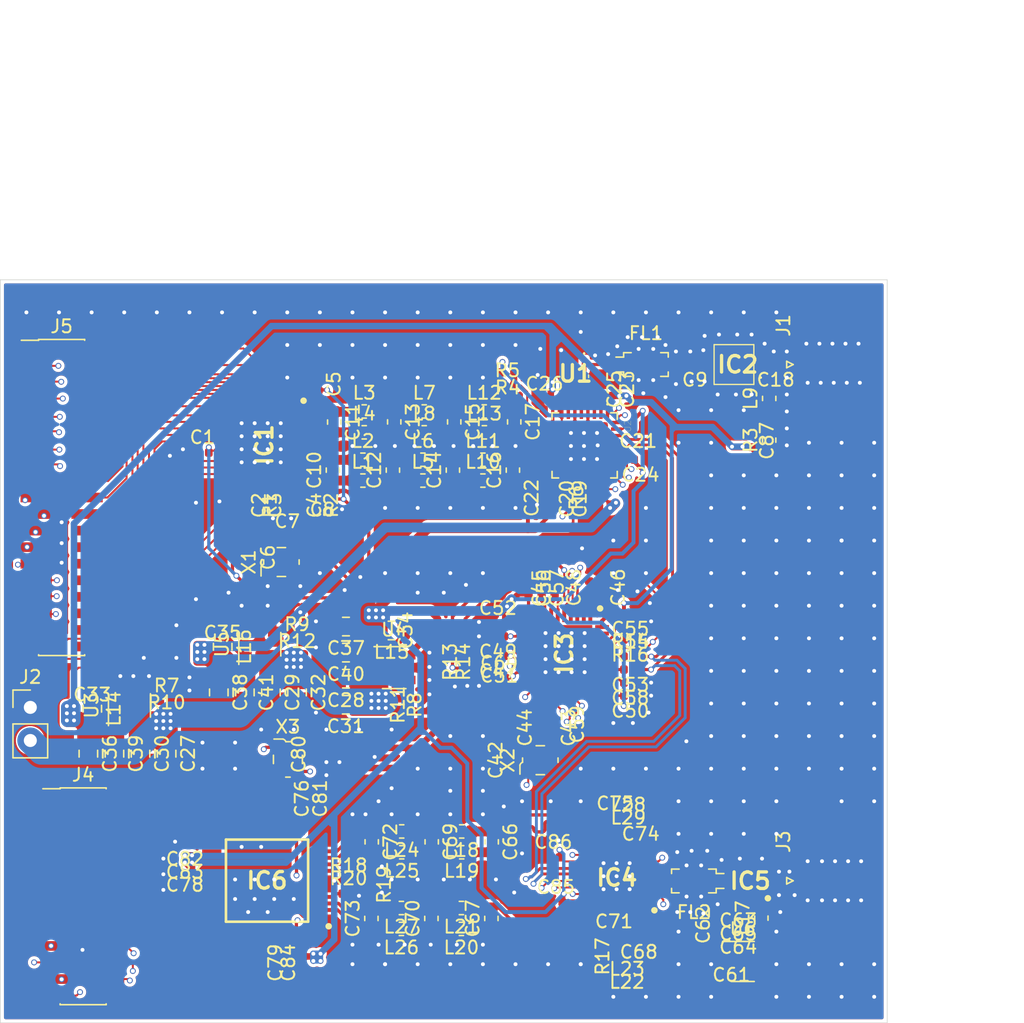
<source format=kicad_pcb>
(kicad_pcb (version 20171130) (host pcbnew "(5.1.6)-1")
  (title_block (title "QAM Modulator/Demodulator") (date 2020-11-04) (rev v1) (company Cepums))
  (layers (0 F.Cu signal) (1 In1.Cu signal) (2 In2.Cu signal) (31 B.Cu signal) (34 B.Paste user) (35 F.Paste user) (36 B.SilkS user) (37 F.SilkS user) (38 B.Mask user) (39 F.Mask user) (44 Edge.Cuts user))
  (net 0 "")
  (net 1 GND)
  (net 2 +3V3)
  (net 3 "Net-(C7-Pad2)")
  (net 4 /mod/DAC_CLK)
  (net 5 "Net-(C8-Pad1)")
  (net 6 "Net-(C9-Pad1)")
  (net 7 /mod/LPF_OUT)
  (net 8 /mod/I_N)
  (net 9 /mod/I_P)
  (net 10 /mod/Q_P)
  (net 11 /mod/Q_N)
  (net 12 "Net-(C12-Pad2)")
  (net 13 "Net-(C12-Pad1)")
  (net 14 "Net-(C13-Pad2)")
  (net 15 "Net-(C13-Pad1)")
  (net 16 "Net-(C14-Pad1)")
  (net 17 "Net-(C14-Pad2)")
  (net 18 "Net-(C15-Pad1)")
  (net 19 "Net-(C15-Pad2)")
  (net 20 /mod/I_NF)
  (net 21 /mod/I_PF)
  (net 22 /mod/Q_NF)
  (net 23 /mod/Q_PF)
  (net 24 /mod/RF_OUT)
  (net 25 "Net-(C18-Pad2)")
  (net 26 +1V8)
  (net 27 +5V)
  (net 28 +24V)
  (net 29 "Net-(C33-Pad2)")
  (net 30 "Net-(C33-Pad1)")
  (net 31 "Net-(C34-Pad1)")
  (net 32 "Net-(C34-Pad2)")
  (net 33 "Net-(C35-Pad2)")
  (net 34 "Net-(C35-Pad1)")
  (net 35 "Net-(C43-Pad2)")
  (net 36 /synth/LO_REFP_OUT)
  (net 37 /synth/LO_REFN_OUT)
  (net 38 /synth/VREG_VCO)
  (net 39 "Net-(C45-Pad1)")
  (net 40 "Net-(C46-Pad1)")
  (net 41 "Net-(C47-Pad1)")
  (net 42 "Net-(C47-Pad2)")
  (net 43 "Net-(C48-Pad1)")
  (net 44 LO_P)
  (net 45 /synth/RF_OUT_P)
  (net 46 LO_N)
  (net 47 /synth/RF_OUT_N)
  (net 48 /synth/SYN_VREG_RF)
  (net 49 /synth/SYN_VREG_DIG)
  (net 50 /synth/SYN_VDD_PFD)
  (net 51 VDD)
  (net 52 "Net-(C63-Pad1)")
  (net 53 /dem/LNA_BIAS)
  (net 54 /dem/I_N)
  (net 55 /dem/I_P)
  (net 56 /dem/Q_P)
  (net 57 /dem/Q_N)
  (net 58 /dem/MIP)
  (net 59 /dem/MIM)
  (net 60 "Net-(C69-Pad1)")
  (net 61 "Net-(C69-Pad2)")
  (net 62 "Net-(C70-Pad2)")
  (net 63 "Net-(C70-Pad1)")
  (net 64 /dem/AIM)
  (net 65 /dem/AIP)
  (net 66 /dem/I_PF)
  (net 67 /dem/I_NF)
  (net 68 /dem/Q_PF)
  (net 69 /dem/Q_NF)
  (net 70 /dem/MQP)
  (net 71 /dem/MQM)
  (net 72 /dem/AQM)
  (net 73 /dem/AQP)
  (net 74 /mod/RF_UN_OUT)
  (net 75 /dem/LPF_OUT)
  (net 76 /dem/LNA_OUT)
  (net 77 DAC_DA9)
  (net 78 DAC_DA8)
  (net 79 DAC_DA7)
  (net 80 DAC_DA6)
  (net 81 DAC_DA5)
  (net 82 DAC_DA4)
  (net 83 DAC_DA3)
  (net 84 DAC_DA2)
  (net 85 DAC_DA1)
  (net 86 DAC_DA0)
  (net 87 DAC_DB9)
  (net 88 DAC_DB8)
  (net 89 DAC_DB7)
  (net 90 DAC_DB6)
  (net 91 DAC_DB5)
  (net 92 DAC_DB4)
  (net 93 DAC_DB3)
  (net 94 DAC_DB2)
  (net 95 DAC_DB1)
  (net 96 DAC_DB0)
  (net 97 DAC_CW)
  (net 98 /mod/~DCE)
  (net 99 "Net-(IC1-Pad25)")
  (net 100 "Net-(IC1-Pad26)")
  (net 101 "Net-(IC1-Pad32)")
  (net 102 SYN_EN)
  (net 103 SYN_PDRF1)
  (net 104 SYN_PDRF2)
  (net 105 SYN_SDO)
  (net 106 SYN_SDI)
  (net 107 SYN_SCK)
  (net 108 SYN_CS)
  (net 109 "Net-(IC3-Pad33)")
  (net 110 "Net-(IC3-Pad34)")
  (net 111 DEM_TEMP)
  (net 112 "Net-(IC4-Pad6)")
  (net 113 DEM_EN)
  (net 114 "Net-(IC4-Pad11)")
  (net 115 "Net-(IC4-Pad14)")
  (net 116 DEM_CS)
  (net 117 DEM_SDO)
  (net 118 DEM_SDI)
  (net 119 DEM_SCK)
  (net 120 /dem/AMPD)
  (net 121 "Net-(IC4-Pad30)")
  (net 122 /dem/ANT_IN)
  (net 123 "Net-(IC5-Pad3)")
  (net 124 "Net-(IC5-Pad4)")
  (net 125 /dem/DFS)
  (net 126 /dem/S1)
  (net 127 /dem/S2)
  (net 128 /dem/ADC_CLK_OUT)
  (net 129 ADC_D7B)
  (net 130 ADC_D6B)
  (net 131 ADC_D5B)
  (net 132 ADC_D4B)
  (net 133 ADC_D3B)
  (net 134 ADC_D2B)
  (net 135 ADC_D1B)
  (net 136 ADC_D0B)
  (net 137 "Net-(IC6-Pad25)")
  (net 138 "Net-(IC6-Pad26)")
  (net 139 "Net-(IC6-Pad35)")
  (net 140 "Net-(IC6-Pad36)")
  (net 141 ADC_D0A)
  (net 142 ADC_D1A)
  (net 143 ADC_D2A)
  (net 144 ADC_D3A)
  (net 145 ADC_D4A)
  (net 146 ADC_D5A)
  (net 147 ADC_D6A)
  (net 148 ADC_D7A)
  (net 149 ADC_CLK_ENABLE)
  (net 150 MOD_VDET)
  (net 151 MOD_SDO)
  (net 152 MOD_CS)
  (net 153 MOD_RST)
  (net 154 MOD_SDI)
  (net 155 MOD_SCK)
  (net 156 MOD_ALM)
  (net 157 LO_REF_EN)
  (net 158 "Net-(L9-Pad1)")
  (net 159 /mod/MOD_VATT)
  (net 160 "Net-(R10-Pad2)")
  (net 161 "Net-(R11-Pad2)")
  (net 162 "Net-(R12-Pad2)")
  (net 163 /mod/RF_N_OUT)
  (net 164 /mod/RF_P_OUT)
  (net 165 "Net-(U2-Pad18)")
  (net 166 "Net-(U2-Pad20)")
  (net 167 "Net-(U6-Pad4)")
  (net 168 "Net-(X1-Pad1)")
  (module Connector_Coaxial:SMA_Amphenol_132289_EdgeMount (layer F.Cu) (at 122 56.5)
    (fp_text reference J1 (at -3.96 -3 90) (layer F.SilkS))
    (fp_text value Conn_Coaxial)
    (pad 2 smd rect (at 0 4.25 90) (size 1.5 5.08) (layers B.Cu B.Paste B.Mask) (net 1 GND))
    (pad 2 smd rect (at 0 -4.25 90) (size 1.5 5.08) (layers B.Cu B.Paste B.Mask) (net 1 GND))
    (pad 2 smd rect (at 0 4.25 90) (size 1.5 5.08) (layers F.Cu F.Paste F.Mask) (net 1 GND))
    (pad 2 smd rect (at 0 -4.25 90) (size 1.5 5.08) (layers F.Cu F.Paste F.Mask) (net 1 GND))
    (pad 1 smd rect (at 0 0 90) (size 1 5.08) (layers F.Cu F.Paste F.Mask) (net 24 /mod/RF_OUT))
  )
  (module Capacitor_SMD:C_0402_1005Metric (layer F.Cu) (at 83.25 67.3 90)
    (fp_text reference C4 (at 0 -1.17 90) (layer F.SilkS))
    (fp_text value 0.1nF)
    (pad 1 smd roundrect (at -0.485 0 90) (size 0.59 0.64) (layers F.Cu F.Paste F.Mask) (net 1 GND))
    (pad 2 smd roundrect (at 0.485 0 90) (size 0.59 0.64) (layers F.Cu F.Paste F.Mask) (net 2 +3V3))
  )
  (module Connector_PinHeader_1.27mm:PinHeader_2x19_P1.27mm_Vertical_SMD (layer F.Cu) (at 62.7 66.7)
    (fp_text reference J5 (at 0 -13.125) (layer F.SilkS))
    (fp_text value 02x19)
    (pad 1 smd rect (at -1.95 -11.43) (size 2.4 0.74) (layers F.Cu F.Paste F.Mask) (net 1 GND))
    (pad 2 smd rect (at 1.95 -11.43) (size 2.4 0.74) (layers F.Cu F.Paste F.Mask) (net 77 DAC_DA9))
    (pad 3 smd rect (at -1.95 -10.16) (size 2.4 0.74) (layers F.Cu F.Paste F.Mask) (net 152 MOD_CS))
    (pad 4 smd rect (at 1.95 -10.16) (size 2.4 0.74) (layers F.Cu F.Paste F.Mask) (net 78 DAC_DA8))
    (pad 5 smd rect (at -1.95 -8.89) (size 2.4 0.74) (layers F.Cu F.Paste F.Mask) (net 150 MOD_VDET))
    (pad 6 smd rect (at 1.95 -8.89) (size 2.4 0.74) (layers F.Cu F.Paste F.Mask) (net 79 DAC_DA7))
    (pad 7 smd rect (at -1.95 -7.62) (size 2.4 0.74) (layers F.Cu F.Paste F.Mask) (net 156 MOD_ALM))
    (pad 8 smd rect (at 1.95 -7.62) (size 2.4 0.74) (layers F.Cu F.Paste F.Mask) (net 80 DAC_DA6))
    (pad 9 smd rect (at -1.95 -6.35) (size 2.4 0.74) (layers F.Cu F.Paste F.Mask) (net 151 MOD_SDO))
    (pad 10 smd rect (at 1.95 -6.35) (size 2.4 0.74) (layers F.Cu F.Paste F.Mask) (net 81 DAC_DA5))
    (pad 11 smd rect (at -1.95 -5.08) (size 2.4 0.74) (layers F.Cu F.Paste F.Mask) (net 155 MOD_SCK))
    (pad 12 smd rect (at 1.95 -5.08) (size 2.4 0.74) (layers F.Cu F.Paste F.Mask) (net 82 DAC_DA4))
    (pad 13 smd rect (at -1.95 -3.81) (size 2.4 0.74) (layers F.Cu F.Paste F.Mask) (net 154 MOD_SDI))
    (pad 14 smd rect (at 1.95 -3.81) (size 2.4 0.74) (layers F.Cu F.Paste F.Mask) (net 83 DAC_DA3))
    (pad 15 smd rect (at -1.95 -2.54) (size 2.4 0.74) (layers F.Cu F.Paste F.Mask) (net 153 MOD_RST))
    (pad 16 smd rect (at 1.95 -2.54) (size 2.4 0.74) (layers F.Cu F.Paste F.Mask) (net 84 DAC_DA2))
    (pad 17 smd rect (at -1.95 -1.27) (size 2.4 0.74) (layers F.Cu F.Paste F.Mask) (net 97 DAC_CW))
    (pad 18 smd rect (at 1.95 -1.27) (size 2.4 0.74) (layers F.Cu F.Paste F.Mask) (net 85 DAC_DA1))
    (pad 19 smd rect (at -1.95 0) (size 2.4 0.74) (layers F.Cu F.Paste F.Mask) (net 157 LO_REF_EN))
    (pad 20 smd rect (at 1.95 0) (size 2.4 0.74) (layers F.Cu F.Paste F.Mask) (net 86 DAC_DA0))
    (pad 21 smd rect (at -1.95 1.27) (size 2.4 0.74) (layers F.Cu F.Paste F.Mask) (net 108 SYN_CS))
    (pad 22 smd rect (at 1.95 1.27) (size 2.4 0.74) (layers F.Cu F.Paste F.Mask) (net 87 DAC_DB9))
    (pad 23 smd rect (at -1.95 2.54) (size 2.4 0.74) (layers F.Cu F.Paste F.Mask) (net 107 SYN_SCK))
    (pad 24 smd rect (at 1.95 2.54) (size 2.4 0.74) (layers F.Cu F.Paste F.Mask) (net 88 DAC_DB8))
    (pad 25 smd rect (at -1.95 3.81) (size 2.4 0.74) (layers F.Cu F.Paste F.Mask) (net 106 SYN_SDI))
    (pad 26 smd rect (at 1.95 3.81) (size 2.4 0.74) (layers F.Cu F.Paste F.Mask) (net 89 DAC_DB7))
    (pad 27 smd rect (at -1.95 5.08) (size 2.4 0.74) (layers F.Cu F.Paste F.Mask) (net 105 SYN_SDO))
    (pad 28 smd rect (at 1.95 5.08) (size 2.4 0.74) (layers F.Cu F.Paste F.Mask) (net 90 DAC_DB6))
    (pad 29 smd rect (at -1.95 6.35) (size 2.4 0.74) (layers F.Cu F.Paste F.Mask) (net 102 SYN_EN))
    (pad 30 smd rect (at 1.95 6.35) (size 2.4 0.74) (layers F.Cu F.Paste F.Mask) (net 91 DAC_DB5))
    (pad 31 smd rect (at -1.95 7.62) (size 2.4 0.74) (layers F.Cu F.Paste F.Mask) (net 103 SYN_PDRF1))
    (pad 32 smd rect (at 1.95 7.62) (size 2.4 0.74) (layers F.Cu F.Paste F.Mask) (net 92 DAC_DB4))
    (pad 33 smd rect (at -1.95 8.89) (size 2.4 0.74) (layers F.Cu F.Paste F.Mask) (net 104 SYN_PDRF2))
    (pad 34 smd rect (at 1.95 8.89) (size 2.4 0.74) (layers F.Cu F.Paste F.Mask) (net 93 DAC_DB3))
    (pad 35 smd rect (at -1.95 10.16) (size 2.4 0.74) (layers F.Cu F.Paste F.Mask) (net 1 GND))
    (pad 36 smd rect (at 1.95 10.16) (size 2.4 0.74) (layers F.Cu F.Paste F.Mask) (net 94 DAC_DB2))
    (pad 37 smd rect (at -1.95 11.43) (size 2.4 0.74) (layers F.Cu F.Paste F.Mask) (net 95 DAC_DB1))
    (pad 38 smd rect (at 1.95 11.43) (size 2.4 0.74) (layers F.Cu F.Paste F.Mask) (net 96 DAC_DB0))
  )
  (module Connector_PinHeader_1.27mm:PinHeader_2x13_P1.27mm_Vertical_SMD (layer F.Cu) (at 64.35 97.29)
    (fp_text reference J4 (at 0 -9.315) (layer F.SilkS))
    (fp_text value 02x13)
    (pad 1 smd rect (at -1.95 -7.62) (size 2.4 0.74) (layers F.Cu F.Paste F.Mask) (net 1 GND))
    (pad 2 smd rect (at 1.95 -7.62) (size 2.4 0.74) (layers F.Cu F.Paste F.Mask) (net 129 ADC_D7B))
    (pad 3 smd rect (at -1.95 -6.35) (size 2.4 0.74) (layers F.Cu F.Paste F.Mask) (net 130 ADC_D6B))
    (pad 4 smd rect (at 1.95 -6.35) (size 2.4 0.74) (layers F.Cu F.Paste F.Mask) (net 131 ADC_D5B))
    (pad 5 smd rect (at -1.95 -5.08) (size 2.4 0.74) (layers F.Cu F.Paste F.Mask) (net 132 ADC_D4B))
    (pad 6 smd rect (at 1.95 -5.08) (size 2.4 0.74) (layers F.Cu F.Paste F.Mask) (net 133 ADC_D3B))
    (pad 7 smd rect (at -1.95 -3.81) (size 2.4 0.74) (layers F.Cu F.Paste F.Mask) (net 134 ADC_D2B))
    (pad 8 smd rect (at 1.95 -3.81) (size 2.4 0.74) (layers F.Cu F.Paste F.Mask) (net 135 ADC_D1B))
    (pad 9 smd rect (at -1.95 -2.54) (size 2.4 0.74) (layers F.Cu F.Paste F.Mask) (net 136 ADC_D0B))
    (pad 10 smd rect (at 1.95 -2.54) (size 2.4 0.74) (layers F.Cu F.Paste F.Mask) (net 1 GND))
    (pad 11 smd rect (at -1.95 -1.27) (size 2.4 0.74) (layers F.Cu F.Paste F.Mask) (net 142 ADC_D1A))
    (pad 12 smd rect (at 1.95 -1.27) (size 2.4 0.74) (layers F.Cu F.Paste F.Mask) (net 141 ADC_D0A))
    (pad 13 smd rect (at -1.95 0) (size 2.4 0.74) (layers F.Cu F.Paste F.Mask) (net 144 ADC_D3A))
    (pad 14 smd rect (at 1.95 0) (size 2.4 0.74) (layers F.Cu F.Paste F.Mask) (net 143 ADC_D2A))
    (pad 15 smd rect (at -1.95 1.27) (size 2.4 0.74) (layers F.Cu F.Paste F.Mask) (net 146 ADC_D5A))
    (pad 16 smd rect (at 1.95 1.27) (size 2.4 0.74) (layers F.Cu F.Paste F.Mask) (net 145 ADC_D4A))
    (pad 17 smd rect (at -1.95 2.54) (size 2.4 0.74) (layers F.Cu F.Paste F.Mask) (net 148 ADC_D7A))
    (pad 18 smd rect (at 1.95 2.54) (size 2.4 0.74) (layers F.Cu F.Paste F.Mask) (net 147 ADC_D6A))
    (pad 19 smd rect (at -1.95 3.81) (size 2.4 0.74) (layers F.Cu F.Paste F.Mask) (net 111 DEM_TEMP))
    (pad 20 smd rect (at 1.95 3.81) (size 2.4 0.74) (layers F.Cu F.Paste F.Mask) (net 149 ADC_CLK_ENABLE))
    (pad 21 smd rect (at -1.95 5.08) (size 2.4 0.74) (layers F.Cu F.Paste F.Mask) (net 113 DEM_EN))
    (pad 22 smd rect (at 1.95 5.08) (size 2.4 0.74) (layers F.Cu F.Paste F.Mask) (net 118 DEM_SDI))
    (pad 23 smd rect (at -1.95 6.35) (size 2.4 0.74) (layers F.Cu F.Paste F.Mask) (net 116 DEM_CS))
    (pad 24 smd rect (at 1.95 6.35) (size 2.4 0.74) (layers F.Cu F.Paste F.Mask) (net 119 DEM_SCK))
    (pad 25 smd rect (at -1.95 7.62) (size 2.4 0.74) (layers F.Cu F.Paste F.Mask) (net 117 DEM_SDO))
    (pad 26 smd rect (at 1.95 7.62) (size 2.4 0.74) (layers F.Cu F.Paste F.Mask) (net 1 GND))
  )
  (module SamacSys_Parts:NBB402T1 (layer F.Cu) (at 114.25 56.5 180)
    (fp_text reference IC2 (at -0.288 0) (layer F.SilkS) (effects (font (size 1.27 1.27) (thickness 0.254))))
    (fp_text value NBB-402-T1 hide)
    (pad 1 smd rect (at -1 -1 270) (size 0.63 0.63) (layers F.Cu F.Paste F.Mask) (net 1 GND))
    (pad 2 smd circle (at 0 -1 270) (size 0.63 0.63) (layers F.Cu F.Paste F.Mask) (net 1 GND))
    (pad 3 smd circle (at 1 -1 270) (size 0.63 0.63) (layers F.Cu F.Paste F.Mask) (net 1 GND))
    (pad 4 smd circle (at 1 0 270) (size 0.63 0.63) (layers F.Cu F.Paste F.Mask) (net 6 "Net-(C9-Pad1)"))
    (pad 5 smd circle (at 1 1 270) (size 0.63 0.63) (layers F.Cu F.Paste F.Mask) (net 1 GND))
    (pad 6 smd circle (at 0 1 270) (size 0.63 0.63) (layers F.Cu F.Paste F.Mask) (net 1 GND))
    (pad 7 smd circle (at -1 1 270) (size 0.63 0.63) (layers F.Cu F.Paste F.Mask) (net 1 GND))
    (pad 8 smd circle (at -1 0 270) (size 0.63 0.63) (layers F.Cu F.Paste F.Mask) (net 25 "Net-(C18-Pad2)"))
    (pad 9 smd circle (at 0 0 270) (size 0.63 0.63) (layers F.Cu F.Paste F.Mask) (net 1 GND))
  )
  (module SamacSys_Parts:NCS283 (layer F.Cu) (at 102.1 57.4 180)
    (fp_text reference U1 (at 0 0.2) (layer F.SilkS) (effects (font (size 1.27 1.27) (thickness 0.254))))
    (fp_text value NCS2-83+ hide)
    (pad 7 smd rect (at -0.5 0 270) (size 0.36 0.7) (layers F.Cu F.Paste F.Mask) (net 1 GND))
    (pad 6 smd rect (at -0.66 -0.9 180) (size 0.36 1) (layers F.Cu F.Paste F.Mask) (net 164 /mod/RF_P_OUT))
    (pad 5 smd rect (at 0 -0.9 180) (size 0.36 1) (layers F.Cu F.Paste F.Mask) (net 1 GND))
    (pad 4 smd rect (at 0.66 -0.9 180) (size 0.36 1) (layers F.Cu F.Paste F.Mask) (net 163 /mod/RF_N_OUT))
    (pad 3 smd rect (at 0.66 0.9 180) (size 0.36 1) (layers F.Cu F.Paste F.Mask) (net 1 GND))
    (pad 2 smd rect (at 0 0.9 180) (size 0.36 1) (layers F.Cu F.Paste F.Mask) (net 1 GND))
    (pad 1 smd rect (at -0.66 0.9 180) (size 0.36 1) (layers F.Cu F.Paste F.Mask) (net 74 /mod/RF_UN_OUT))
  )
  (module Capacitor_SMD:C_0402_1005Metric (layer F.Cu) (at 73.5 63.25)
    (fp_text reference C1 (at 0 -1.17) (layer F.SilkS))
    (fp_text value 0.1nF)
    (pad 1 smd roundrect (at -0.485 0) (size 0.59 0.64) (layers F.Cu F.Paste F.Mask) (net 1 GND))
    (pad 2 smd roundrect (at 0.485 0) (size 0.59 0.64) (layers F.Cu F.Paste F.Mask) (net 2 +3V3))
  )
  (module Capacitor_SMD:C_0402_1005Metric (layer F.Cu) (at 79 67.3 90)
    (fp_text reference C2 (at 0 -1.17 90) (layer F.SilkS))
    (fp_text value 0.1nF)
    (pad 1 smd roundrect (at -0.485 0 90) (size 0.59 0.64) (layers F.Cu F.Paste F.Mask) (net 1 GND))
    (pad 2 smd roundrect (at 0.485 0 90) (size 0.59 0.64) (layers F.Cu F.Paste F.Mask) (net 2 +3V3))
  )
  (module Capacitor_SMD:C_0402_1005Metric (layer F.Cu) (at 80.2 67.3 90)
    (fp_text reference C3 (at 0 -1.17 90) (layer F.SilkS))
    (fp_text value 0.1nF)
    (pad 2 smd roundrect (at 0.485 0 90) (size 0.59 0.64) (layers F.Cu F.Paste F.Mask) (net 2 +3V3))
    (pad 1 smd roundrect (at -0.485 0 90) (size 0.59 0.64) (layers F.Cu F.Paste F.Mask) (net 1 GND))
  )
  (module Capacitor_SMD:C_0402_1005Metric (layer F.Cu) (at 82.4 58 270)
    (fp_text reference C5 (at 0 -1.17 90) (layer F.SilkS))
    (fp_text value 0.1nF)
    (pad 2 smd roundrect (at 0.485 0 270) (size 0.59 0.64) (layers F.Cu F.Paste F.Mask) (net 2 +3V3))
    (pad 1 smd roundrect (at -0.485 0 270) (size 0.59 0.64) (layers F.Cu F.Paste F.Mask) (net 1 GND))
  )
  (module Capacitor_SMD:C_0402_1005Metric (layer F.Cu) (at 77.35 71.3 270)
    (fp_text reference C6 (at 0 -1.17 90) (layer F.SilkS))
    (fp_text value 0.1nF)
    (pad 2 smd roundrect (at 0.485 0 270) (size 0.59 0.64) (layers F.Cu F.Paste F.Mask) (net 1 GND))
    (pad 1 smd roundrect (at -0.485 0 270) (size 0.59 0.64) (layers F.Cu F.Paste F.Mask) (net 2 +3V3))
  )
  (module Capacitor_SMD:C_0402_1005Metric (layer F.Cu) (at 80 69.7)
    (fp_text reference C7 (at 0 -1.17) (layer F.SilkS))
    (fp_text value 0.1nF)
    (pad 2 smd roundrect (at 0.485 0) (size 0.59 0.64) (layers F.Cu F.Paste F.Mask) (net 3 "Net-(C7-Pad2)"))
    (pad 1 smd roundrect (at -0.485 0) (size 0.59 0.64) (layers F.Cu F.Paste F.Mask) (net 4 /mod/DAC_CLK))
  )
  (module Capacitor_SMD:C_0402_1005Metric (layer F.Cu) (at 82.7 68.8)
    (fp_text reference C8 (at 0 -1.17) (layer F.SilkS))
    (fp_text value 0.1nF)
    (pad 1 smd roundrect (at -0.485 0) (size 0.59 0.64) (layers F.Cu F.Paste F.Mask) (net 5 "Net-(C8-Pad1)"))
    (pad 2 smd roundrect (at 0.485 0) (size 0.59 0.64) (layers F.Cu F.Paste F.Mask) (net 1 GND))
  )
  (module Capacitor_SMD:C_0603_1608Metric (layer F.Cu) (at 83.5 64.6 90)
    (fp_text reference C10 (at 0 -1.43 90) (layer F.SilkS))
    (fp_text value 470pF)
    (pad 2 smd roundrect (at 0.7875 0 90) (size 0.875 0.95) (layers F.Cu F.Paste F.Mask) (net 10 /mod/Q_P))
    (pad 1 smd roundrect (at -0.7875 0 90) (size 0.875 0.95) (layers F.Cu F.Paste F.Mask) (net 11 /mod/Q_N))
  )
  (module Capacitor_SMD:C_0603_1608Metric (layer F.Cu) (at 83.6 60.9125 270)
    (fp_text reference C11 (at 0 -1.43 90) (layer F.SilkS))
    (fp_text value 470pF)
    (pad 1 smd roundrect (at -0.7875 0 270) (size 0.875 0.95) (layers F.Cu F.Paste F.Mask) (net 9 /mod/I_P))
    (pad 2 smd roundrect (at 0.7875 0 270) (size 0.875 0.95) (layers F.Cu F.Paste F.Mask) (net 8 /mod/I_N))
  )
  (module Capacitor_SMD:C_0603_1608Metric (layer F.Cu) (at 88.1 64.6 90)
    (fp_text reference C12 (at 0 -1.43 90) (layer F.SilkS))
    (fp_text value 470pF)
    (pad 2 smd roundrect (at 0.7875 0 90) (size 0.875 0.95) (layers F.Cu F.Paste F.Mask) (net 12 "Net-(C12-Pad2)"))
    (pad 1 smd roundrect (at -0.7875 0 90) (size 0.875 0.95) (layers F.Cu F.Paste F.Mask) (net 13 "Net-(C12-Pad1)"))
  )
  (module Capacitor_SMD:C_0603_1608Metric (layer F.Cu) (at 88.2 60.9 270)
    (fp_text reference C13 (at 0 -1.43 90) (layer F.SilkS))
    (fp_text value 470pF)
    (pad 2 smd roundrect (at 0.7875 0 270) (size 0.875 0.95) (layers F.Cu F.Paste F.Mask) (net 14 "Net-(C13-Pad2)"))
    (pad 1 smd roundrect (at -0.7875 0 270) (size 0.875 0.95) (layers F.Cu F.Paste F.Mask) (net 15 "Net-(C13-Pad1)"))
  )
  (module Capacitor_SMD:C_0603_1608Metric (layer F.Cu) (at 92.7 64.6 90)
    (fp_text reference C14 (at 0 -1.43 90) (layer F.SilkS))
    (fp_text value 470pF)
    (pad 1 smd roundrect (at -0.7875 0 90) (size 0.875 0.95) (layers F.Cu F.Paste F.Mask) (net 16 "Net-(C14-Pad1)"))
    (pad 2 smd roundrect (at 0.7875 0 90) (size 0.875 0.95) (layers F.Cu F.Paste F.Mask) (net 17 "Net-(C14-Pad2)"))
  )
  (module Capacitor_SMD:C_0603_1608Metric (layer F.Cu) (at 92.8 60.9 270)
    (fp_text reference C15 (at 0 -1.43 90) (layer F.SilkS))
    (fp_text value 470pF)
    (pad 1 smd roundrect (at -0.7875 0 270) (size 0.875 0.95) (layers F.Cu F.Paste F.Mask) (net 18 "Net-(C15-Pad1)"))
    (pad 2 smd roundrect (at 0.7875 0 270) (size 0.875 0.95) (layers F.Cu F.Paste F.Mask) (net 19 "Net-(C15-Pad2)"))
  )
  (module Capacitor_SMD:C_0603_1608Metric (layer F.Cu) (at 97.3 64.6 90)
    (fp_text reference C16 (at 0 -1.43 90) (layer F.SilkS))
    (fp_text value 470pF)
    (pad 2 smd roundrect (at 0.7875 0 90) (size 0.875 0.95) (layers F.Cu F.Paste F.Mask) (net 21 /mod/I_PF))
    (pad 1 smd roundrect (at -0.7875 0 90) (size 0.875 0.95) (layers F.Cu F.Paste F.Mask) (net 20 /mod/I_NF))
  )
  (module Capacitor_SMD:C_0603_1608Metric (layer F.Cu) (at 97.4 60.9 270)
    (fp_text reference C17 (at 0 -1.43 90) (layer F.SilkS))
    (fp_text value 470pF)
    (pad 2 smd roundrect (at 0.7875 0 270) (size 0.875 0.95) (layers F.Cu F.Paste F.Mask) (net 23 /mod/Q_PF))
    (pad 1 smd roundrect (at -0.7875 0 270) (size 0.875 0.95) (layers F.Cu F.Paste F.Mask) (net 22 /mod/Q_NF))
  )
  (module Capacitor_SMD:C_0402_1005Metric (layer F.Cu) (at 103.6 66.8 90)
    (fp_text reference C19 (at 0 -1.17 90) (layer F.SilkS))
    (fp_text value 0.1nF)
    (pad 1 smd roundrect (at -0.485 0 90) (size 0.59 0.64) (layers F.Cu F.Paste F.Mask) (net 1 GND))
    (pad 2 smd roundrect (at 0.485 0 90) (size 0.59 0.64) (layers F.Cu F.Paste F.Mask) (net 26 +1V8))
  )
  (module Capacitor_SMD:C_0402_1005Metric (layer F.Cu) (at 102.6 66.8 90)
    (fp_text reference C20 (at 0 -1.17 90) (layer F.SilkS))
    (fp_text value 0.1nF)
    (pad 2 smd roundrect (at 0.485 0 90) (size 0.59 0.64) (layers F.Cu F.Paste F.Mask) (net 2 +3V3))
    (pad 1 smd roundrect (at -0.485 0 90) (size 0.59 0.64) (layers F.Cu F.Paste F.Mask) (net 1 GND))
  )
  (module Capacitor_SMD:C_0402_1005Metric (layer F.Cu) (at 106.9 61.2 180)
    (fp_text reference C21 (at 0 -1.17) (layer F.SilkS))
    (fp_text value 0.1nF)
    (pad 1 smd roundrect (at -0.485 0 180) (size 0.59 0.64) (layers F.Cu F.Paste F.Mask) (net 1 GND))
    (pad 2 smd roundrect (at 0.485 0 180) (size 0.59 0.64) (layers F.Cu F.Paste F.Mask) (net 2 +3V3))
  )
  (module Capacitor_SMD:C_0402_1005Metric (layer F.Cu) (at 99.91 66.73 90)
    (fp_text reference C22 (at 0 -1.17 90) (layer F.SilkS))
    (fp_text value 0.1nF)
    (pad 2 smd roundrect (at 0.485 0 90) (size 0.59 0.64) (layers F.Cu F.Paste F.Mask) (net 2 +3V3))
    (pad 1 smd roundrect (at -0.485 0 90) (size 0.59 0.64) (layers F.Cu F.Paste F.Mask) (net 1 GND))
  )
  (module Capacitor_SMD:C_0402_1005Metric (layer F.Cu) (at 104.9 58.4 270)
    (fp_text reference C23 (at 0 -1.17 90) (layer F.SilkS))
    (fp_text value 0.1nF)
    (pad 2 smd roundrect (at 0.485 0 270) (size 0.59 0.64) (layers F.Cu F.Paste F.Mask) (net 27 +5V))
    (pad 1 smd roundrect (at -0.485 0 270) (size 0.59 0.64) (layers F.Cu F.Paste F.Mask) (net 1 GND))
  )
  (module Capacitor_SMD:C_0402_1005Metric (layer F.Cu) (at 107.08 63.79 180)
    (fp_text reference C24 (at 0 -1.17) (layer F.SilkS))
    (fp_text value 0.1nF)
    (pad 1 smd roundrect (at -0.485 0 180) (size 0.59 0.64) (layers F.Cu F.Paste F.Mask) (net 1 GND))
    (pad 2 smd roundrect (at 0.485 0 180) (size 0.59 0.64) (layers F.Cu F.Paste F.Mask) (net 2 +3V3))
  )
  (module Capacitor_SMD:C_0402_1005Metric (layer F.Cu) (at 103.9 58.4 270)
    (fp_text reference C25 (at 0 -1.17 90) (layer F.SilkS))
    (fp_text value 0.1nF)
    (pad 2 smd roundrect (at 0.485 0 270) (size 0.59 0.64) (layers F.Cu F.Paste F.Mask) (net 27 +5V))
    (pad 1 smd roundrect (at -0.485 0 270) (size 0.59 0.64) (layers F.Cu F.Paste F.Mask) (net 1 GND))
  )
  (module Capacitor_SMD:C_0402_1005Metric (layer F.Cu) (at 99.72 59.15)
    (fp_text reference C26 (at 0 -1.17) (layer F.SilkS))
    (fp_text value 0.1nF)
    (pad 1 smd roundrect (at -0.485 0) (size 0.59 0.64) (layers F.Cu F.Paste F.Mask) (net 1 GND))
    (pad 2 smd roundrect (at 0.485 0) (size 0.59 0.64) (layers F.Cu F.Paste F.Mask) (net 27 +5V))
  )
  (module Capacitor_SMD:C_0805_2012Metric (layer F.Cu) (at 70.75 86.35 270)
    (fp_text reference C27 (at 0 -1.65 90) (layer F.SilkS))
    (fp_text value 10uF)
    (pad 2 smd roundrect (at 0.9375 0 270) (size 0.975 1.4) (layers F.Cu F.Paste F.Mask) (net 1 GND))
    (pad 1 smd roundrect (at -0.9375 0 270) (size 0.975 1.4) (layers F.Cu F.Paste F.Mask) (net 28 +24V))
  )
  (module Capacitor_SMD:C_0805_2012Metric (layer F.Cu) (at 84.5 80.6 180)
    (fp_text reference C28 (at 0 -1.65) (layer F.SilkS))
    (fp_text value 10uF)
    (pad 1 smd roundrect (at -0.9375 0 180) (size 0.975 1.4) (layers F.Cu F.Paste F.Mask) (net 28 +24V))
    (pad 2 smd roundrect (at 0.9375 0 180) (size 0.975 1.4) (layers F.Cu F.Paste F.Mask) (net 1 GND))
  )
  (module Capacitor_SMD:C_0805_2012Metric (layer F.Cu) (at 78.75 81.65 270)
    (fp_text reference C29 (at 0 -1.65 90) (layer F.SilkS))
    (fp_text value 10uF)
    (pad 1 smd roundrect (at -0.9375 0 270) (size 0.975 1.4) (layers F.Cu F.Paste F.Mask) (net 28 +24V))
    (pad 2 smd roundrect (at 0.9375 0 270) (size 0.975 1.4) (layers F.Cu F.Paste F.Mask) (net 1 GND))
  )
  (module Capacitor_SMD:C_0805_2012Metric (layer F.Cu) (at 68.75 86.35 270)
    (fp_text reference C30 (at 0 -1.65 90) (layer F.SilkS))
    (fp_text value 10uF)
    (pad 1 smd roundrect (at -0.9375 0 270) (size 0.975 1.4) (layers F.Cu F.Paste F.Mask) (net 28 +24V))
    (pad 2 smd roundrect (at 0.9375 0 270) (size 0.975 1.4) (layers F.Cu F.Paste F.Mask) (net 1 GND))
  )
  (module Capacitor_SMD:C_0805_2012Metric (layer F.Cu) (at 84.4875 82.6 180)
    (fp_text reference C31 (at 0 -1.65) (layer F.SilkS))
    (fp_text value 10uF)
    (pad 2 smd roundrect (at 0.9375 0 180) (size 0.975 1.4) (layers F.Cu F.Paste F.Mask) (net 1 GND))
    (pad 1 smd roundrect (at -0.9375 0 180) (size 0.975 1.4) (layers F.Cu F.Paste F.Mask) (net 28 +24V))
  )
  (module Capacitor_SMD:C_0805_2012Metric (layer F.Cu) (at 80.75 81.65 270)
    (fp_text reference C32 (at 0 -1.65 90) (layer F.SilkS))
    (fp_text value 10uF)
    (pad 2 smd roundrect (at 0.9375 0 270) (size 0.975 1.4) (layers F.Cu F.Paste F.Mask) (net 1 GND))
    (pad 1 smd roundrect (at -0.9375 0 270) (size 0.975 1.4) (layers F.Cu F.Paste F.Mask) (net 28 +24V))
  )
  (module Capacitor_SMD:C_0402_1005Metric (layer F.Cu) (at 65.05 80.65 180)
    (fp_text reference C33 (at 0 -1.17) (layer F.SilkS))
    (fp_text value 22nF)
    (pad 2 smd roundrect (at 0.485 0 180) (size 0.59 0.64) (layers F.Cu F.Paste F.Mask) (net 29 "Net-(C33-Pad2)"))
    (pad 1 smd roundrect (at -0.485 0 180) (size 0.59 0.64) (layers F.Cu F.Paste F.Mask) (net 30 "Net-(C33-Pad1)"))
  )
  (module Capacitor_SMD:C_0402_1005Metric (layer F.Cu) (at 90.25 76.9 90)
    (fp_text reference C34 (at 0 -1.17 90) (layer F.SilkS))
    (fp_text value 22nF)
    (pad 1 smd roundrect (at -0.485 0 90) (size 0.59 0.64) (layers F.Cu F.Paste F.Mask) (net 31 "Net-(C34-Pad1)"))
    (pad 2 smd roundrect (at 0.485 0 90) (size 0.59 0.64) (layers F.Cu F.Paste F.Mask) (net 32 "Net-(C34-Pad2)"))
  )
  (module Capacitor_SMD:C_0402_1005Metric (layer F.Cu) (at 75.05 75.9 180)
    (fp_text reference C35 (at 0 -1.17) (layer F.SilkS))
    (fp_text value 22nF)
    (pad 2 smd roundrect (at 0.485 0 180) (size 0.59 0.64) (layers F.Cu F.Paste F.Mask) (net 33 "Net-(C35-Pad2)"))
    (pad 1 smd roundrect (at -0.485 0 180) (size 0.59 0.64) (layers F.Cu F.Paste F.Mask) (net 34 "Net-(C35-Pad1)"))
  )
  (module Capacitor_SMD:C_0805_2012Metric (layer F.Cu) (at 64.75 86.35 270)
    (fp_text reference C36 (at 0 -1.65 90) (layer F.SilkS))
    (fp_text value 10uF)
    (pad 1 smd roundrect (at -0.9375 0 270) (size 0.975 1.4) (layers F.Cu F.Paste F.Mask) (net 27 +5V))
    (pad 2 smd roundrect (at 0.9375 0 270) (size 0.975 1.4) (layers F.Cu F.Paste F.Mask) (net 1 GND))
  )
  (module Capacitor_SMD:C_0805_2012Metric (layer F.Cu) (at 84.5 76.6 180)
    (fp_text reference C37 (at 0 -1.65) (layer F.SilkS))
    (fp_text value 10uF)
    (pad 1 smd roundrect (at -0.9375 0 180) (size 0.975 1.4) (layers F.Cu F.Paste F.Mask) (net 2 +3V3))
    (pad 2 smd roundrect (at 0.9375 0 180) (size 0.975 1.4) (layers F.Cu F.Paste F.Mask) (net 1 GND))
  )
  (module Capacitor_SMD:C_0805_2012Metric (layer F.Cu) (at 74.75 81.65 270)
    (fp_text reference C38 (at 0 -1.65 90) (layer F.SilkS))
    (fp_text value 10uF)
    (pad 2 smd roundrect (at 0.9375 0 270) (size 0.975 1.4) (layers F.Cu F.Paste F.Mask) (net 1 GND))
    (pad 1 smd roundrect (at -0.9375 0 270) (size 0.975 1.4) (layers F.Cu F.Paste F.Mask) (net 26 +1V8))
  )
  (module Capacitor_SMD:C_0805_2012Metric (layer F.Cu) (at 66.75 86.35 270)
    (fp_text reference C39 (at 0 -1.65 90) (layer F.SilkS))
    (fp_text value 10uF)
    (pad 2 smd roundrect (at 0.9375 0 270) (size 0.975 1.4) (layers F.Cu F.Paste F.Mask) (net 1 GND))
    (pad 1 smd roundrect (at -0.9375 0 270) (size 0.975 1.4) (layers F.Cu F.Paste F.Mask) (net 27 +5V))
  )
  (module Capacitor_SMD:C_0805_2012Metric (layer F.Cu) (at 84.5 78.6 180)
    (fp_text reference C40 (at 0 -1.65) (layer F.SilkS))
    (fp_text value 10uF)
    (pad 2 smd roundrect (at 0.9375 0 180) (size 0.975 1.4) (layers F.Cu F.Paste F.Mask) (net 1 GND))
    (pad 1 smd roundrect (at -0.9375 0 180) (size 0.975 1.4) (layers F.Cu F.Paste F.Mask) (net 2 +3V3))
  )
  (module Capacitor_SMD:C_0805_2012Metric (layer F.Cu) (at 76.75 81.65 270)
    (fp_text reference C41 (at 0 -1.65 90) (layer F.SilkS))
    (fp_text value 10uF)
    (pad 1 smd roundrect (at -0.9375 0 270) (size 0.975 1.4) (layers F.Cu F.Paste F.Mask) (net 26 +1V8))
    (pad 2 smd roundrect (at 0.9375 0 270) (size 0.975 1.4) (layers F.Cu F.Paste F.Mask) (net 1 GND))
  )
  (module Capacitor_SMD:C_0402_1005Metric (layer F.Cu) (at 97.15 86.85 90)
    (fp_text reference C42 (at 0 -1.17 90) (layer F.SilkS))
    (fp_text value 0.1nF)
    (pad 1 smd roundrect (at -0.485 0 90) (size 0.59 0.64) (layers F.Cu F.Paste F.Mask) (net 1 GND))
    (pad 2 smd roundrect (at 0.485 0 90) (size 0.59 0.64) (layers F.Cu F.Paste F.Mask) (net 2 +3V3))
  )
  (module Capacitor_SMD:C_0402_1005Metric (layer F.Cu) (at 100.4 84.35 270)
    (fp_text reference C43 (at 0 -1.17 90) (layer F.SilkS))
    (fp_text value 100pf)
    (pad 2 smd roundrect (at 0.485 0 270) (size 0.59 0.64) (layers F.Cu F.Paste F.Mask) (net 35 "Net-(C43-Pad2)"))
    (pad 1 smd roundrect (at -0.485 0 270) (size 0.59 0.64) (layers F.Cu F.Paste F.Mask) (net 36 /synth/LO_REFP_OUT))
  )
  (module Capacitor_SMD:C_0402_1005Metric (layer F.Cu) (at 99.4 84.35 90)
    (fp_text reference C44 (at 0 -1.17 90) (layer F.SilkS))
    (fp_text value 100pf)
    (pad 2 smd roundrect (at 0.485 0 90) (size 0.59 0.64) (layers F.Cu F.Paste F.Mask) (net 37 /synth/LO_REFN_OUT))
    (pad 1 smd roundrect (at -0.485 0 90) (size 0.59 0.64) (layers F.Cu F.Paste F.Mask) (net 1 GND))
  )
  (module Capacitor_SMD:C_0402_1005Metric (layer F.Cu) (at 100.5 73.65 90)
    (fp_text reference C45 (at 0 -1.17 90) (layer F.SilkS))
    (fp_text value 0.1nF)
    (pad 2 smd roundrect (at 0.485 0 90) (size 0.59 0.64) (layers F.Cu F.Paste F.Mask) (net 38 /synth/VREG_VCO))
    (pad 1 smd roundrect (at -0.485 0 90) (size 0.59 0.64) (layers F.Cu F.Paste F.Mask) (net 39 "Net-(C45-Pad1)"))
  )
  (module Capacitor_SMD:C_0402_1005Metric (layer F.Cu) (at 104.2 73.6 270)
    (fp_text reference C46 (at 0 -1.17 90) (layer F.SilkS))
    (fp_text value 0.1nF)
    (pad 1 smd roundrect (at -0.485 0 270) (size 0.59 0.64) (layers F.Cu F.Paste F.Mask) (net 40 "Net-(C46-Pad1)"))
    (pad 2 smd roundrect (at 0.485 0 270) (size 0.59 0.64) (layers F.Cu F.Paste F.Mask) (net 1 GND))
  )
  (module Capacitor_SMD:C_0402_1005Metric (layer F.Cu) (at 96.15 78.85 180)
    (fp_text reference C47 (at 0 -1.17) (layer F.SilkS))
    (fp_text value 0.1nF)
    (pad 1 smd roundrect (at -0.485 0 180) (size 0.59 0.64) (layers F.Cu F.Paste F.Mask) (net 41 "Net-(C47-Pad1)"))
    (pad 2 smd roundrect (at 0.485 0 180) (size 0.59 0.64) (layers F.Cu F.Paste F.Mask) (net 42 "Net-(C47-Pad2)"))
  )
  (module Capacitor_SMD:C_0402_1005Metric (layer F.Cu) (at 103.15 73.6 90)
    (fp_text reference C48 (at 0 -1.17 90) (layer F.SilkS))
    (fp_text value 0.1nF)
    (pad 2 smd roundrect (at 0.485 0 90) (size 0.59 0.64) (layers F.Cu F.Paste F.Mask) (net 40 "Net-(C46-Pad1)"))
    (pad 1 smd roundrect (at -0.485 0 90) (size 0.59 0.64) (layers F.Cu F.Paste F.Mask) (net 43 "Net-(C48-Pad1)"))
  )
  (module Capacitor_SMD:C_0402_1005Metric (layer F.Cu) (at 96.15 77.35 180)
    (fp_text reference C49 (at 0 -1.17) (layer F.SilkS))
    (fp_text value 0.1nF)
    (pad 1 smd roundrect (at -0.485 0 180) (size 0.59 0.64) (layers F.Cu F.Paste F.Mask) (net 41 "Net-(C47-Pad1)"))
    (pad 2 smd roundrect (at 0.485 0 180) (size 0.59 0.64) (layers F.Cu F.Paste F.Mask) (net 1 GND))
  )
  (module Capacitor_SMD:C_0402_1005Metric (layer F.Cu) (at 106.3 81.9 180)
    (fp_text reference C50 (at 0 -1.17) (layer F.SilkS))
    (fp_text value 0.1nF)
    (pad 1 smd roundrect (at -0.485 0 180) (size 0.59 0.64) (layers F.Cu F.Paste F.Mask) (net 1 GND))
    (pad 2 smd roundrect (at 0.485 0 180) (size 0.59 0.64) (layers F.Cu F.Paste F.Mask) (net 2 +3V3))
  )
  (module Capacitor_SMD:C_0402_1005Metric (layer F.Cu) (at 96.25 81.55)
    (fp_text reference C51 (at 0 -1.17) (layer F.SilkS))
    (fp_text value 0.1nF)
    (pad 2 smd roundrect (at 0.485 0) (size 0.59 0.64) (layers F.Cu F.Paste F.Mask) (net 2 +3V3))
    (pad 1 smd roundrect (at -0.485 0) (size 0.59 0.64) (layers F.Cu F.Paste F.Mask) (net 1 GND))
  )
  (module Capacitor_SMD:C_0402_1005Metric (layer F.Cu) (at 96.15 76.35)
    (fp_text reference C52 (at 0 -1.17) (layer F.SilkS))
    (fp_text value 0.1nF)
    (pad 2 smd roundrect (at 0.485 0) (size 0.59 0.64) (layers F.Cu F.Paste F.Mask) (net 2 +3V3))
    (pad 1 smd roundrect (at -0.485 0) (size 0.59 0.64) (layers F.Cu F.Paste F.Mask) (net 1 GND))
  )
  (module Capacitor_SMD:C_0402_1005Metric (layer F.Cu) (at 106.3 79.9 180)
    (fp_text reference C53 (at 0 -1.17) (layer F.SilkS))
    (fp_text value 10pf)
    (pad 1 smd roundrect (at -0.485 0 180) (size 0.59 0.64) (layers F.Cu F.Paste F.Mask) (net 44 LO_P))
    (pad 2 smd roundrect (at 0.485 0 180) (size 0.59 0.64) (layers F.Cu F.Paste F.Mask) (net 45 /synth/RF_OUT_P))
  )
  (module Capacitor_SMD:C_0402_1005Metric (layer F.Cu) (at 106.3 78.9)
    (fp_text reference C54 (at 0 -1.17) (layer F.SilkS))
    (fp_text value 10pf)
    (pad 2 smd roundrect (at 0.485 0) (size 0.59 0.64) (layers F.Cu F.Paste F.Mask) (net 46 LO_N))
    (pad 1 smd roundrect (at -0.485 0) (size 0.59 0.64) (layers F.Cu F.Paste F.Mask) (net 47 /synth/RF_OUT_N))
  )
  (module Capacitor_SMD:C_0402_1005Metric (layer F.Cu) (at 106.3 75.6 180)
    (fp_text reference C55 (at 0 -1.17) (layer F.SilkS))
    (fp_text value 0.1nF)
    (pad 2 smd roundrect (at 0.485 0 180) (size 0.59 0.64) (layers F.Cu F.Paste F.Mask) (net 27 +5V))
    (pad 1 smd roundrect (at -0.485 0 180) (size 0.59 0.64) (layers F.Cu F.Paste F.Mask) (net 1 GND))
  )
  (module Capacitor_SMD:C_0402_1005Metric (layer F.Cu) (at 98.5 73.65 270)
    (fp_text reference C56 (at 0 -1.17 90) (layer F.SilkS))
    (fp_text value 0.1nF)
    (pad 1 smd roundrect (at -0.485 0 270) (size 0.59 0.64) (layers F.Cu F.Paste F.Mask) (net 1 GND))
    (pad 2 smd roundrect (at 0.485 0 270) (size 0.59 0.64) (layers F.Cu F.Paste F.Mask) (net 2 +3V3))
  )
  (module Capacitor_SMD:C_0402_1005Metric (layer F.Cu) (at 99.5 73.65 270)
    (fp_text reference C57 (at 0 -1.17 90) (layer F.SilkS))
    (fp_text value 0.1nF)
    (pad 1 smd roundrect (at -0.485 0 270) (size 0.59 0.64) (layers F.Cu F.Paste F.Mask) (net 1 GND))
    (pad 2 smd roundrect (at 0.485 0 270) (size 0.59 0.64) (layers F.Cu F.Paste F.Mask) (net 38 /synth/VREG_VCO))
  )
  (module Capacitor_SMD:C_0402_1005Metric (layer F.Cu) (at 106.3 80.9 180)
    (fp_text reference C58 (at 0 -1.17) (layer F.SilkS))
    (fp_text value 0.1nF)
    (pad 2 smd roundrect (at 0.485 0 180) (size 0.59 0.64) (layers F.Cu F.Paste F.Mask) (net 48 /synth/SYN_VREG_RF))
    (pad 1 smd roundrect (at -0.485 0 180) (size 0.59 0.64) (layers F.Cu F.Paste F.Mask) (net 1 GND))
  )
  (module Capacitor_SMD:C_0402_1005Metric (layer F.Cu) (at 103.4 84.1 90)
    (fp_text reference C59 (at 0 -1.17 90) (layer F.SilkS))
    (fp_text value 0.1nF)
    (pad 1 smd roundrect (at -0.485 0 90) (size 0.59 0.64) (layers F.Cu F.Paste F.Mask) (net 1 GND))
    (pad 2 smd roundrect (at 0.485 0 90) (size 0.59 0.64) (layers F.Cu F.Paste F.Mask) (net 49 /synth/SYN_VREG_DIG))
  )
  (module Capacitor_SMD:C_0402_1005Metric (layer F.Cu) (at 96.25 80.55)
    (fp_text reference C60 (at 0 -1.17) (layer F.SilkS))
    (fp_text value 0.1nF)
    (pad 2 smd roundrect (at 0.485 0) (size 0.59 0.64) (layers F.Cu F.Paste F.Mask) (net 50 /synth/SYN_VDD_PFD))
    (pad 1 smd roundrect (at -0.485 0) (size 0.59 0.64) (layers F.Cu F.Paste F.Mask) (net 1 GND))
  )
  (module Capacitor_SMD:C_0402_1005Metric (layer F.Cu) (at 114.05 104.49)
    (fp_text reference C61 (at 0 -1.17) (layer F.SilkS))
    (fp_text value 0.1nF)
    (pad 2 smd roundrect (at 0.485 0) (size 0.59 0.64) (layers F.Cu F.Paste F.Mask) (net 1 GND))
    (pad 1 smd roundrect (at -0.485 0) (size 0.59 0.64) (layers F.Cu F.Paste F.Mask) (net 51 VDD))
  )
  (module Capacitor_SMD:C_0402_1005Metric (layer F.Cu) (at 113.05 99.49 90)
    (fp_text reference C62 (at 0 -1.17 90) (layer F.SilkS))
    (fp_text value 0.1nF)
    (pad 1 smd roundrect (at -0.485 0 90) (size 0.59 0.64) (layers F.Cu F.Paste F.Mask) (net 51 VDD))
    (pad 2 smd roundrect (at 0.485 0 90) (size 0.59 0.64) (layers F.Cu F.Paste F.Mask) (net 1 GND))
  )
  (module Capacitor_SMD:C_0402_1005Metric (layer F.Cu) (at 114.575 97.965 180)
    (fp_text reference C63 (at 0 -1.17) (layer F.SilkS))
    (fp_text value 0.1nF)
    (pad 2 smd roundrect (at 0.485 0 180) (size 0.59 0.64) (layers F.Cu F.Paste F.Mask) (net 1 GND))
    (pad 1 smd roundrect (at -0.485 0 180) (size 0.59 0.64) (layers F.Cu F.Paste F.Mask) (net 52 "Net-(C63-Pad1)"))
  )
  (module Capacitor_SMD:C_0402_1005Metric (layer F.Cu) (at 114.575 100.015 180)
    (fp_text reference C64 (at 0 -1.17) (layer F.SilkS))
    (fp_text value 0.1nF)
    (pad 1 smd roundrect (at -0.485 0 180) (size 0.59 0.64) (layers F.Cu F.Paste F.Mask) (net 53 /dem/LNA_BIAS))
    (pad 2 smd roundrect (at 0.485 0 180) (size 0.59 0.64) (layers F.Cu F.Paste F.Mask) (net 1 GND))
  )
  (module Capacitor_SMD:C_0402_1005Metric (layer F.Cu) (at 114.575 98.99 180)
    (fp_text reference C65 (at 0 -1.17) (layer F.SilkS))
    (fp_text value 1nF)
    (pad 2 smd roundrect (at 0.485 0 180) (size 0.59 0.64) (layers F.Cu F.Paste F.Mask) (net 1 GND))
    (pad 1 smd roundrect (at -0.485 0 180) (size 0.59 0.64) (layers F.Cu F.Paste F.Mask) (net 53 /dem/LNA_BIAS))
  )
  (module Capacitor_SMD:C_0402_1005Metric (layer F.Cu) (at 79.95 89.79 270)
    (fp_text reference C76 (at 0 -1.17 90) (layer F.SilkS))
    (fp_text value 0.1nF)
    (pad 1 smd roundrect (at -0.485 0 270) (size 0.59 0.64) (layers F.Cu F.Paste F.Mask) (net 1 GND))
    (pad 2 smd roundrect (at 0.485 0 270) (size 0.59 0.64) (layers F.Cu F.Paste F.Mask) (net 2 +3V3))
  )
  (module Capacitor_SMD:C_0402_1005Metric (layer F.Cu) (at 72.15 97.59)
    (fp_text reference C78 (at 0 -1.17) (layer F.SilkS))
    (fp_text value 0.1nF)
    (pad 1 smd roundrect (at -0.485 0) (size 0.59 0.64) (layers F.Cu F.Paste F.Mask) (net 1 GND))
    (pad 2 smd roundrect (at 0.485 0) (size 0.59 0.64) (layers F.Cu F.Paste F.Mask) (net 2 +3V3))
  )
  (module Capacitor_SMD:C_0402_1005Metric (layer F.Cu) (at 80.25 102.39 90)
    (fp_text reference C79 (at 0 -1.17 90) (layer F.SilkS))
    (fp_text value 0.1nF)
    (pad 2 smd roundrect (at 0.485 0 90) (size 0.59 0.64) (layers F.Cu F.Paste F.Mask) (net 2 +3V3))
    (pad 1 smd roundrect (at -0.485 0 90) (size 0.59 0.64) (layers F.Cu F.Paste F.Mask) (net 1 GND))
  )
  (module Capacitor_SMD:C_0402_1005Metric (layer F.Cu) (at 82.05 86.39 90)
    (fp_text reference C80 (at 0 -1.17 90) (layer F.SilkS))
    (fp_text value 0.1nF)
    (pad 1 smd roundrect (at -0.485 0 90) (size 0.59 0.64) (layers F.Cu F.Paste F.Mask) (net 1 GND))
    (pad 2 smd roundrect (at 0.485 0 90) (size 0.59 0.64) (layers F.Cu F.Paste F.Mask) (net 2 +3V3))
  )
  (module Capacitor_SMD:C_0402_1005Metric (layer F.Cu) (at 81.35 89.79 270)
    (fp_text reference C81 (at 0 -1.17 90) (layer F.SilkS))
    (fp_text value 0.1nF)
    (pad 1 smd roundrect (at -0.485 0 270) (size 0.59 0.64) (layers F.Cu F.Paste F.Mask) (net 1 GND))
    (pad 2 smd roundrect (at 0.485 0 270) (size 0.59 0.64) (layers F.Cu F.Paste F.Mask) (net 2 +3V3))
  )
  (module Capacitor_SMD:C_0402_1005Metric (layer F.Cu) (at 72.15 95.59)
    (fp_text reference C82 (at 0 -1.17) (layer F.SilkS))
    (fp_text value 0.1nF)
    (pad 2 smd roundrect (at 0.485 0) (size 0.59 0.64) (layers F.Cu F.Paste F.Mask) (net 2 +3V3))
    (pad 1 smd roundrect (at -0.485 0) (size 0.59 0.64) (layers F.Cu F.Paste F.Mask) (net 1 GND))
  )
  (module Capacitor_SMD:C_0402_1005Metric (layer F.Cu) (at 72.15 96.59)
    (fp_text reference C83 (at 0 -1.17) (layer F.SilkS))
    (fp_text value 0.1nF)
    (pad 1 smd roundrect (at -0.485 0) (size 0.59 0.64) (layers F.Cu F.Paste F.Mask) (net 1 GND))
    (pad 2 smd roundrect (at 0.485 0) (size 0.59 0.64) (layers F.Cu F.Paste F.Mask) (net 2 +3V3))
  )
  (module Capacitor_SMD:C_0402_1005Metric (layer F.Cu) (at 81.25 102.39 90)
    (fp_text reference C84 (at 0 -1.17 90) (layer F.SilkS))
    (fp_text value 0.1nF)
    (pad 2 smd roundrect (at 0.485 0 90) (size 0.59 0.64) (layers F.Cu F.Paste F.Mask) (net 2 +3V3))
    (pad 1 smd roundrect (at -0.485 0 90) (size 0.59 0.64) (layers F.Cu F.Paste F.Mask) (net 1 GND))
  )
  (module Filter:Filter_Mini-Circuits_FV1206-4 (layer F.Cu) (at 107.5 56.5)
    (fp_text reference FL1 (at 0 -2.4) (layer F.SilkS))
    (fp_text value LFCN-8400)
    (pad 1 smd roundrect (at -1.815 0) (size 0.99 0.61) (layers F.Cu F.Paste F.Mask) (net 74 /mod/RF_UN_OUT))
    (pad 3 smd roundrect (at 1.815 0) (size 0.99 0.61) (layers F.Cu F.Paste F.Mask) (net 7 /mod/LPF_OUT))
    (pad 2 smd roundrect (at 0 1.015) (size 1.75 0.99) (layers F.Cu F.Paste F.Mask) (net 1 GND))
    (pad 4 smd roundrect (at 0 -1.015) (size 1.75 0.99) (layers F.Cu F.Paste F.Mask) (net 1 GND))
    (pad 4 thru_hole circle (at -0.56 -1.195) (size 0.63 0.63) (drill 0.3) (layers *.Cu *.Mask) (net 1 GND))
    (pad 4 thru_hole circle (at 0.56 -1.195) (size 0.63 0.63) (drill 0.3) (layers *.Cu *.Mask) (net 1 GND))
    (pad 2 thru_hole circle (at 0.56 1.195) (size 0.63 0.63) (drill 0.3) (layers *.Cu *.Mask) (net 1 GND))
    (pad 2 thru_hole circle (at -0.56 1.195) (size 0.63 0.63) (drill 0.3) (layers *.Cu *.Mask) (net 1 GND))
  )
  (module Filter:Filter_Mini-Circuits_FV1206-4 (layer F.Cu) (at 111.175 96.115 180)
    (fp_text reference FL2 (at 0 -2.4) (layer F.SilkS))
    (fp_text value LFCN-8400)
    (pad 2 thru_hole circle (at -0.56 1.195 180) (size 0.63 0.63) (drill 0.3) (layers *.Cu *.Mask) (net 1 GND))
    (pad 2 thru_hole circle (at 0.56 1.195 180) (size 0.63 0.63) (drill 0.3) (layers *.Cu *.Mask) (net 1 GND))
    (pad 4 thru_hole circle (at 0.56 -1.195 180) (size 0.63 0.63) (drill 0.3) (layers *.Cu *.Mask) (net 1 GND))
    (pad 4 thru_hole circle (at -0.56 -1.195 180) (size 0.63 0.63) (drill 0.3) (layers *.Cu *.Mask) (net 1 GND))
    (pad 4 smd roundrect (at 0 -1.015 180) (size 1.75 0.99) (layers F.Cu F.Paste F.Mask) (net 1 GND))
    (pad 2 smd roundrect (at 0 1.015 180) (size 1.75 0.99) (layers F.Cu F.Paste F.Mask) (net 1 GND))
    (pad 3 smd roundrect (at 1.815 0 180) (size 0.99 0.61) (layers F.Cu F.Paste F.Mask) (net 75 /dem/LPF_OUT))
    (pad 1 smd roundrect (at -1.815 0 180) (size 0.99 0.61) (layers F.Cu F.Paste F.Mask) (net 76 /dem/LNA_OUT))
  )
  (module SamacSys_Parts:QFN50P600X600X80-41N (layer F.Cu) (at 78.25 62.65 270)
    (fp_text reference IC1 (at 0 0 90) (layer F.SilkS) (effects (font (size 1.27 1.27) (thickness 0.254))))
    (fp_text value MAX5854ETL+ hide)
    (pad 1 smd rect (at -2.95 -2.25) (size 0.3 0.85) (layers F.Cu F.Paste F.Mask) (net 77 DAC_DA9))
    (pad 2 smd rect (at -2.95 -1.75) (size 0.3 0.85) (layers F.Cu F.Paste F.Mask) (net 78 DAC_DA8))
    (pad 3 smd rect (at -2.95 -1.25) (size 0.3 0.85) (layers F.Cu F.Paste F.Mask) (net 79 DAC_DA7))
    (pad 4 smd rect (at -2.95 -0.75) (size 0.3 0.85) (layers F.Cu F.Paste F.Mask) (net 80 DAC_DA6))
    (pad 5 smd rect (at -2.95 -0.25) (size 0.3 0.85) (layers F.Cu F.Paste F.Mask) (net 81 DAC_DA5))
    (pad 6 smd rect (at -2.95 0.25) (size 0.3 0.85) (layers F.Cu F.Paste F.Mask) (net 82 DAC_DA4))
    (pad 7 smd rect (at -2.95 0.75) (size 0.3 0.85) (layers F.Cu F.Paste F.Mask) (net 83 DAC_DA3))
    (pad 8 smd rect (at -2.95 1.25) (size 0.3 0.85) (layers F.Cu F.Paste F.Mask) (net 84 DAC_DA2))
    (pad 9 smd rect (at -2.95 1.75) (size 0.3 0.85) (layers F.Cu F.Paste F.Mask) (net 85 DAC_DA1))
    (pad 10 smd rect (at -2.95 2.25) (size 0.3 0.85) (layers F.Cu F.Paste F.Mask) (net 86 DAC_DA0))
    (pad 11 smd rect (at -2.25 2.95 270) (size 0.3 0.85) (layers F.Cu F.Paste F.Mask) (net 87 DAC_DB9))
    (pad 12 smd rect (at -1.75 2.95 270) (size 0.3 0.85) (layers F.Cu F.Paste F.Mask) (net 88 DAC_DB8))
    (pad 13 smd rect (at -1.25 2.95 270) (size 0.3 0.85) (layers F.Cu F.Paste F.Mask) (net 89 DAC_DB7))
    (pad 14 smd rect (at -0.75 2.95 270) (size 0.3 0.85) (layers F.Cu F.Paste F.Mask) (net 90 DAC_DB6))
    (pad 15 smd rect (at -0.25 2.95 270) (size 0.3 0.85) (layers F.Cu F.Paste F.Mask) (net 91 DAC_DB5))
    (pad 16 smd rect (at 0.25 2.95 270) (size 0.3 0.85) (layers F.Cu F.Paste F.Mask) (net 2 +3V3))
    (pad 17 smd rect (at 0.75 2.95 270) (size 0.3 0.85) (layers F.Cu F.Paste F.Mask) (net 1 GND))
    (pad 18 smd rect (at 1.25 2.95 270) (size 0.3 0.85) (layers F.Cu F.Paste F.Mask) (net 92 DAC_DB4))
    (pad 19 smd rect (at 1.75 2.95 270) (size 0.3 0.85) (layers F.Cu F.Paste F.Mask) (net 93 DAC_DB3))
    (pad 20 smd rect (at 2.25 2.95 270) (size 0.3 0.85) (layers F.Cu F.Paste F.Mask) (net 94 DAC_DB2))
    (pad 21 smd rect (at 2.95 2.25) (size 0.3 0.85) (layers F.Cu F.Paste F.Mask) (net 95 DAC_DB1))
    (pad 22 smd rect (at 2.95 1.75) (size 0.3 0.85) (layers F.Cu F.Paste F.Mask) (net 96 DAC_DB0))
    (pad 23 smd rect (at 2.95 1.25) (size 0.3 0.85) (layers F.Cu F.Paste F.Mask) (net 97 DAC_CW))
    (pad 24 smd rect (at 2.95 0.75) (size 0.3 0.85) (layers F.Cu F.Paste F.Mask) (net 98 /mod/~DCE))
    (pad 25 smd rect (at 2.95 0.25) (size 0.3 0.85) (layers F.Cu F.Paste F.Mask) (net 99 "Net-(IC1-Pad25)"))
    (pad 26 smd rect (at 2.95 -0.25) (size 0.3 0.85) (layers F.Cu F.Paste F.Mask) (net 100 "Net-(IC1-Pad26)"))
    (pad 27 smd rect (at 2.95 -0.75) (size 0.3 0.85) (layers F.Cu F.Paste F.Mask) (net 2 +3V3))
    (pad 28 smd rect (at 2.95 -1.25) (size 0.3 0.85) (layers F.Cu F.Paste F.Mask) (net 4 /mod/DAC_CLK))
    (pad 29 smd rect (at 2.95 -1.75) (size 0.3 0.85) (layers F.Cu F.Paste F.Mask) (net 1 GND))
    (pad 30 smd rect (at 2.95 -2.25) (size 0.3 0.85) (layers F.Cu F.Paste F.Mask) (net 2 +3V3))
    (pad 31 smd rect (at 2.25 -2.95 270) (size 0.3 0.85) (layers F.Cu F.Paste F.Mask) (net 5 "Net-(C8-Pad1)"))
    (pad 32 smd rect (at 1.75 -2.95 270) (size 0.3 0.85) (layers F.Cu F.Paste F.Mask) (net 101 "Net-(IC1-Pad32)"))
    (pad 33 smd rect (at 1.25 -2.95 270) (size 0.3 0.85) (layers F.Cu F.Paste F.Mask) (net 2 +3V3))
    (pad 34 smd rect (at 0.75 -2.95 270) (size 0.3 0.85) (layers F.Cu F.Paste F.Mask) (net 11 /mod/Q_N))
    (pad 35 smd rect (at 0.25 -2.95 270) (size 0.3 0.85) (layers F.Cu F.Paste F.Mask) (net 10 /mod/Q_P))
    (pad 36 smd rect (at -0.25 -2.95 270) (size 0.3 0.85) (layers F.Cu F.Paste F.Mask) (net 1 GND))
    (pad 37 smd rect (at -0.75 -2.95 270) (size 0.3 0.85) (layers F.Cu F.Paste F.Mask) (net 8 /mod/I_N))
    (pad 38 smd rect (at -1.25 -2.95 270) (size 0.3 0.85) (layers F.Cu F.Paste F.Mask) (net 9 /mod/I_P))
    (pad 39 smd rect (at -1.75 -2.95 270) (size 0.3 0.85) (layers F.Cu F.Paste F.Mask) (net 2 +3V3))
    (pad 40 smd rect (at -2.25 -2.95 270) (size 0.3 0.85) (layers F.Cu F.Paste F.Mask) (net 1 GND))
    (pad 41 smd rect (at 0 0 270) (size 4.2 4.2) (layers F.Cu F.Paste F.Mask) (net 1 GND))
  )
  (module SamacSys_Parts:QFN50P600X600X100-37N-D (layer F.Cu) (at 101.234999 78.635001 270)
    (fp_text reference IC3 (at 0 0 90) (layer F.SilkS) (effects (font (size 1.27 1.27) (thickness 0.254))))
    (fp_text value STUW81300TR hide)
    (pad 1 smd rect (at -2.9 -2) (size 0.3 1.05) (layers F.Cu F.Paste F.Mask) (net 43 "Net-(C48-Pad1)"))
    (pad 2 smd rect (at -2.9 -1.5) (size 0.3 1.05) (layers F.Cu F.Paste F.Mask) (net 40 "Net-(C46-Pad1)"))
    (pad 3 smd rect (at -2.9 -1) (size 0.3 1.05) (layers F.Cu F.Paste F.Mask) (net 40 "Net-(C46-Pad1)"))
    (pad 4 smd rect (at -2.9 -0.5) (size 0.3 1.05) (layers F.Cu F.Paste F.Mask) (net 102 SYN_EN))
    (pad 5 smd rect (at -2.9 0) (size 0.3 1.05) (layers F.Cu F.Paste F.Mask) (net 103 SYN_PDRF1))
    (pad 6 smd rect (at -2.9 0.5) (size 0.3 1.05) (layers F.Cu F.Paste F.Mask) (net 104 SYN_PDRF2))
    (pad 7 smd rect (at -2.9 1) (size 0.3 1.05) (layers F.Cu F.Paste F.Mask) (net 39 "Net-(C45-Pad1)"))
    (pad 8 smd rect (at -2.9 1.5) (size 0.3 1.05) (layers F.Cu F.Paste F.Mask) (net 38 /synth/VREG_VCO))
    (pad 9 smd rect (at -2.9 2) (size 0.3 1.05) (layers F.Cu F.Paste F.Mask) (net 2 +3V3))
    (pad 10 smd rect (at -2 2.9 270) (size 0.3 1.05) (layers F.Cu F.Paste F.Mask) (net 2 +3V3))
    (pad 11 smd rect (at -1.5 2.9 270) (size 0.3 1.05) (layers F.Cu F.Paste F.Mask) (net 41 "Net-(C47-Pad1)"))
    (pad 12 smd rect (at -1 2.9 270) (size 0.3 1.05) (layers F.Cu F.Paste F.Mask) (net 1 GND))
    (pad 13 smd rect (at -0.5 2.9 270) (size 0.3 1.05) (layers F.Cu F.Paste F.Mask) (net 1 GND))
    (pad 14 smd rect (at 0 2.9 270) (size 0.3 1.05) (layers F.Cu F.Paste F.Mask) (net 38 /synth/VREG_VCO))
    (pad 15 smd rect (at 0.5 2.9 270) (size 0.3 1.05) (layers F.Cu F.Paste F.Mask) (net 41 "Net-(C47-Pad1)"))
    (pad 16 smd rect (at 1 2.9 270) (size 0.3 1.05) (layers F.Cu F.Paste F.Mask) (net 40 "Net-(C46-Pad1)"))
    (pad 17 smd rect (at 1.5 2.9 270) (size 0.3 1.05) (layers F.Cu F.Paste F.Mask) (net 50 /synth/SYN_VDD_PFD))
    (pad 18 smd rect (at 2 2.9 270) (size 0.3 1.05) (layers F.Cu F.Paste F.Mask) (net 2 +3V3))
    (pad 19 smd rect (at 2.9 2) (size 0.3 1.05) (layers F.Cu F.Paste F.Mask) (net 50 /synth/SYN_VDD_PFD))
    (pad 20 smd rect (at 2.9 1.5) (size 0.3 1.05) (layers F.Cu F.Paste F.Mask) (net 37 /synth/LO_REFN_OUT))
    (pad 21 smd rect (at 2.9 1) (size 0.3 1.05) (layers F.Cu F.Paste F.Mask) (net 36 /synth/LO_REFP_OUT))
    (pad 22 smd rect (at 2.9 0.5) (size 0.3 1.05) (layers F.Cu F.Paste F.Mask) (net 105 SYN_SDO))
    (pad 23 smd rect (at 2.9 0) (size 0.3 1.05) (layers F.Cu F.Paste F.Mask) (net 106 SYN_SDI))
    (pad 24 smd rect (at 2.9 -0.5) (size 0.3 1.05) (layers F.Cu F.Paste F.Mask) (net 107 SYN_SCK))
    (pad 25 smd rect (at 2.9 -1) (size 0.3 1.05) (layers F.Cu F.Paste F.Mask) (net 108 SYN_CS))
    (pad 26 smd rect (at 2.9 -1.5) (size 0.3 1.05) (layers F.Cu F.Paste F.Mask) (net 49 /synth/SYN_VREG_DIG))
    (pad 27 smd rect (at 2.9 -2) (size 0.3 1.05) (layers F.Cu F.Paste F.Mask) (net 49 /synth/SYN_VREG_DIG))
    (pad 28 smd rect (at 2 -2.9 270) (size 0.3 1.05) (layers F.Cu F.Paste F.Mask) (net 2 +3V3))
    (pad 29 smd rect (at 1.5 -2.9 270) (size 0.3 1.05) (layers F.Cu F.Paste F.Mask) (net 48 /synth/SYN_VREG_RF))
    (pad 30 smd rect (at 1 -2.9 270) (size 0.3 1.05) (layers F.Cu F.Paste F.Mask) (net 45 /synth/RF_OUT_P))
    (pad 31 smd rect (at 0.5 -2.9 270) (size 0.3 1.05) (layers F.Cu F.Paste F.Mask) (net 47 /synth/RF_OUT_N))
    (pad 32 smd rect (at 0 -2.9 270) (size 0.3 1.05) (layers F.Cu F.Paste F.Mask) (net 40 "Net-(C46-Pad1)"))
    (pad 33 smd rect (at -0.5 -2.9 270) (size 0.3 1.05) (layers F.Cu F.Paste F.Mask) (net 109 "Net-(IC3-Pad33)"))
    (pad 34 smd rect (at -1 -2.9 270) (size 0.3 1.05) (layers F.Cu F.Paste F.Mask) (net 110 "Net-(IC3-Pad34)"))
    (pad 35 smd rect (at -1.5 -2.9 270) (size 0.3 1.05) (layers F.Cu F.Paste F.Mask) (net 1 GND))
    (pad 36 smd rect (at -2 -2.9 270) (size 0.3 1.05) (layers F.Cu F.Paste F.Mask) (net 27 +5V))
    (pad 37 smd rect (at 0 0 270) (size 4.3 4.3) (layers F.Cu F.Paste F.Mask) (net 1 GND))
  )
  (module SamacSys_Parts:QFN50P500X500X80-33N-D (layer F.Cu) (at 105.275 95.865 180)
    (fp_text reference IC4 (at 0 0) (layer F.SilkS) (effects (font (size 1.27 1.27) (thickness 0.254))))
    (fp_text value LTC5594IUH#PBF hide)
    (pad 1 smd rect (at -2.45 -1.75 270) (size 0.3 0.85) (layers F.Cu F.Paste F.Mask) (net 1 GND))
    (pad 2 smd rect (at -2.45 -1.25 270) (size 0.3 0.85) (layers F.Cu F.Paste F.Mask) (net 111 DEM_TEMP))
    (pad 3 smd rect (at -2.45 -0.75 270) (size 0.3 0.85) (layers F.Cu F.Paste F.Mask) (net 1 GND))
    (pad 4 smd rect (at -2.45 -0.25 270) (size 0.3 0.85) (layers F.Cu F.Paste F.Mask) (net 75 /dem/LPF_OUT))
    (pad 5 smd rect (at -2.45 0.25 270) (size 0.3 0.85) (layers F.Cu F.Paste F.Mask) (net 1 GND))
    (pad 6 smd rect (at -2.45 0.75 270) (size 0.3 0.85) (layers F.Cu F.Paste F.Mask) (net 112 "Net-(IC4-Pad6)"))
    (pad 7 smd rect (at -2.45 1.25 270) (size 0.3 0.85) (layers F.Cu F.Paste F.Mask) (net 113 DEM_EN))
    (pad 8 smd rect (at -2.45 1.75 270) (size 0.3 0.85) (layers F.Cu F.Paste F.Mask) (net 1 GND))
    (pad 9 smd rect (at -1.75 2.45 180) (size 0.3 0.85) (layers F.Cu F.Paste F.Mask) (net 70 /dem/MQP))
    (pad 10 smd rect (at -1.25 2.45 180) (size 0.3 0.85) (layers F.Cu F.Paste F.Mask) (net 71 /dem/MQM))
    (pad 11 smd rect (at -0.75 2.45 180) (size 0.3 0.85) (layers F.Cu F.Paste F.Mask) (net 114 "Net-(IC4-Pad11)"))
    (pad 12 smd rect (at -0.25 2.45 180) (size 0.3 0.85) (layers F.Cu F.Paste F.Mask) (net 72 /dem/AQM))
    (pad 13 smd rect (at 0.25 2.45 180) (size 0.3 0.85) (layers F.Cu F.Paste F.Mask) (net 73 /dem/AQP))
    (pad 14 smd rect (at 0.75 2.45 180) (size 0.3 0.85) (layers F.Cu F.Paste F.Mask) (net 115 "Net-(IC4-Pad14)"))
    (pad 15 smd rect (at 1.25 2.45 180) (size 0.3 0.85) (layers F.Cu F.Paste F.Mask) (net 55 /dem/I_P))
    (pad 16 smd rect (at 1.75 2.45 180) (size 0.3 0.85) (layers F.Cu F.Paste F.Mask) (net 54 /dem/I_N))
    (pad 17 smd rect (at 2.45 1.75 270) (size 0.3 0.85) (layers F.Cu F.Paste F.Mask) (net 116 DEM_CS))
    (pad 18 smd rect (at 2.45 1.25 270) (size 0.3 0.85) (layers F.Cu F.Paste F.Mask) (net 2 +3V3))
    (pad 19 smd rect (at 2.45 0.75 270) (size 0.3 0.85) (layers F.Cu F.Paste F.Mask) (net 44 LO_P))
    (pad 20 smd rect (at 2.45 0.25 270) (size 0.3 0.85) (layers F.Cu F.Paste F.Mask) (net 46 LO_N))
    (pad 21 smd rect (at 2.45 -0.25 270) (size 0.3 0.85) (layers F.Cu F.Paste F.Mask) (net 117 DEM_SDO))
    (pad 22 smd rect (at 2.45 -0.75 270) (size 0.3 0.85) (layers F.Cu F.Paste F.Mask) (net 118 DEM_SDI))
    (pad 23 smd rect (at 2.45 -1.25 270) (size 0.3 0.85) (layers F.Cu F.Paste F.Mask) (net 119 DEM_SCK))
    (pad 24 smd rect (at 2.45 -1.75 270) (size 0.3 0.85) (layers F.Cu F.Paste F.Mask) (net 2 +3V3))
    (pad 25 smd rect (at 1.75 -2.45 180) (size 0.3 0.85) (layers F.Cu F.Paste F.Mask) (net 57 /dem/Q_N))
    (pad 26 smd rect (at 1.25 -2.45 180) (size 0.3 0.85) (layers F.Cu F.Paste F.Mask) (net 56 /dem/Q_P))
    (pad 27 smd rect (at 0.75 -2.45 180) (size 0.3 0.85) (layers F.Cu F.Paste F.Mask) (net 120 /dem/AMPD))
    (pad 28 smd rect (at 0.25 -2.45 180) (size 0.3 0.85) (layers F.Cu F.Paste F.Mask) (net 65 /dem/AIP))
    (pad 29 smd rect (at -0.25 -2.45 180) (size 0.3 0.85) (layers F.Cu F.Paste F.Mask) (net 64 /dem/AIM))
    (pad 30 smd rect (at -0.75 -2.45 180) (size 0.3 0.85) (layers F.Cu F.Paste F.Mask) (net 121 "Net-(IC4-Pad30)"))
    (pad 31 smd rect (at -1.25 -2.45 180) (size 0.3 0.85) (layers F.Cu F.Paste F.Mask) (net 59 /dem/MIM))
    (pad 32 smd rect (at -1.75 -2.45 180) (size 0.3 0.85) (layers F.Cu F.Paste F.Mask) (net 58 /dem/MIP))
    (pad 33 smd rect (at 0 0 180) (size 3.55 3.55) (layers F.Cu F.Paste F.Mask) (net 1 GND))
  )
  (module SamacSys_Parts:SON65P200X200X90-7N-D (layer F.Cu) (at 115.5 96.115 180)
    (fp_text reference IC5 (at 0 0) (layer F.SilkS) (effects (font (size 1.27 1.27) (thickness 0.254))))
    (fp_text value HMC8411LP2FE hide)
    (pad 1 smd rect (at -1.05 -0.65 270) (size 0.35 0.6) (layers F.Cu F.Paste F.Mask) (net 52 "Net-(C63-Pad1)"))
    (pad 2 smd rect (at -1.05 0 270) (size 0.35 0.6) (layers F.Cu F.Paste F.Mask) (net 122 /dem/ANT_IN))
    (pad 3 smd rect (at -1.05 0.65 270) (size 0.35 0.6) (layers F.Cu F.Paste F.Mask) (net 123 "Net-(IC5-Pad3)"))
    (pad 4 smd rect (at 1.05 0.65 270) (size 0.35 0.6) (layers F.Cu F.Paste F.Mask) (net 124 "Net-(IC5-Pad4)"))
    (pad 5 smd rect (at 1.05 0 270) (size 0.35 0.6) (layers F.Cu F.Paste F.Mask) (net 76 /dem/LNA_OUT))
    (pad 6 smd rect (at 1.05 -0.65 270) (size 0.35 0.6) (layers F.Cu F.Paste F.Mask) (net 1 GND))
    (pad 7 smd rect (at 0 0 180) (size 1.1 1.7) (layers F.Cu F.Paste F.Mask) (net 1 GND))
  )
  (module SamacSys_Parts:QFP50P900X900X160-48N (layer F.Cu) (at 78.45 96.09 180)
    (fp_text reference IC6 (at 0 0) (layer F.SilkS) (effects (font (size 1.27 1.27) (thickness 0.254))))
    (fp_text value AD9288BSTZ-100 hide)
    (pad 1 smd rect (at -4.238 -2.75 270) (size 0.3 1.475) (layers F.Cu F.Paste F.Mask) (net 1 GND))
    (pad 2 smd rect (at -4.238 -2.25 270) (size 0.3 1.475) (layers F.Cu F.Paste F.Mask) (net 68 /dem/Q_PF))
    (pad 3 smd rect (at -4.238 -1.75 270) (size 0.3 1.475) (layers F.Cu F.Paste F.Mask) (net 69 /dem/Q_NF))
    (pad 4 smd rect (at -4.238 -1.25 270) (size 0.3 1.475) (layers F.Cu F.Paste F.Mask) (net 125 /dem/DFS))
    (pad 5 smd rect (at -4.238 -0.75 270) (size 0.3 1.475) (layers F.Cu F.Paste F.Mask) (net 2 +3V3))
    (pad 6 smd rect (at -4.238 -0.25 270) (size 0.3 1.475) (layers F.Cu F.Paste F.Mask) (net 2 +3V3))
    (pad 7 smd rect (at -4.238 0.25 270) (size 0.3 1.475) (layers F.Cu F.Paste F.Mask) (net 2 +3V3))
    (pad 8 smd rect (at -4.238 0.75 270) (size 0.3 1.475) (layers F.Cu F.Paste F.Mask) (net 126 /dem/S1))
    (pad 9 smd rect (at -4.238 1.25 270) (size 0.3 1.475) (layers F.Cu F.Paste F.Mask) (net 127 /dem/S2))
    (pad 10 smd rect (at -4.238 1.75 270) (size 0.3 1.475) (layers F.Cu F.Paste F.Mask) (net 67 /dem/I_NF))
    (pad 11 smd rect (at -4.238 2.25 270) (size 0.3 1.475) (layers F.Cu F.Paste F.Mask) (net 66 /dem/I_PF))
    (pad 12 smd rect (at -4.238 2.75 270) (size 0.3 1.475) (layers F.Cu F.Paste F.Mask) (net 1 GND))
    (pad 13 smd rect (at -2.75 4.238 180) (size 0.3 1.475) (layers F.Cu F.Paste F.Mask) (net 2 +3V3))
    (pad 14 smd rect (at -2.25 4.238 180) (size 0.3 1.475) (layers F.Cu F.Paste F.Mask) (net 128 /dem/ADC_CLK_OUT))
    (pad 15 smd rect (at -1.75 4.238 180) (size 0.3 1.475) (layers F.Cu F.Paste F.Mask) (net 2 +3V3))
    (pad 16 smd rect (at -1.25 4.238 180) (size 0.3 1.475) (layers F.Cu F.Paste F.Mask) (net 1 GND))
    (pad 17 smd rect (at -0.75 4.238 180) (size 0.3 1.475) (layers F.Cu F.Paste F.Mask) (net 129 ADC_D7B))
    (pad 18 smd rect (at -0.25 4.238 180) (size 0.3 1.475) (layers F.Cu F.Paste F.Mask) (net 130 ADC_D6B))
    (pad 19 smd rect (at 0.25 4.238 180) (size 0.3 1.475) (layers F.Cu F.Paste F.Mask) (net 131 ADC_D5B))
    (pad 20 smd rect (at 0.75 4.238 180) (size 0.3 1.475) (layers F.Cu F.Paste F.Mask) (net 132 ADC_D4B))
    (pad 21 smd rect (at 1.25 4.238 180) (size 0.3 1.475) (layers F.Cu F.Paste F.Mask) (net 133 ADC_D3B))
    (pad 22 smd rect (at 1.75 4.238 180) (size 0.3 1.475) (layers F.Cu F.Paste F.Mask) (net 134 ADC_D2B))
    (pad 23 smd rect (at 2.25 4.238 180) (size 0.3 1.475) (layers F.Cu F.Paste F.Mask) (net 135 ADC_D1B))
    (pad 24 smd rect (at 2.75 4.238 180) (size 0.3 1.475) (layers F.Cu F.Paste F.Mask) (net 136 ADC_D0B))
    (pad 25 smd rect (at 4.238 2.75 270) (size 0.3 1.475) (layers F.Cu F.Paste F.Mask) (net 137 "Net-(IC6-Pad25)"))
    (pad 26 smd rect (at 4.238 2.25 270) (size 0.3 1.475) (layers F.Cu F.Paste F.Mask) (net 138 "Net-(IC6-Pad26)"))
    (pad 27 smd rect (at 4.238 1.75 270) (size 0.3 1.475) (layers F.Cu F.Paste F.Mask) (net 1 GND))
    (pad 28 smd rect (at 4.238 1.25 270) (size 0.3 1.475) (layers F.Cu F.Paste F.Mask) (net 1 GND))
    (pad 29 smd rect (at 4.238 0.75 270) (size 0.3 1.475) (layers F.Cu F.Paste F.Mask) (net 1 GND))
    (pad 30 smd rect (at 4.238 0.25 270) (size 0.3 1.475) (layers F.Cu F.Paste F.Mask) (net 2 +3V3))
    (pad 31 smd rect (at 4.238 -0.25 270) (size 0.3 1.475) (layers F.Cu F.Paste F.Mask) (net 2 +3V3))
    (pad 32 smd rect (at 4.238 -0.75 270) (size 0.3 1.475) (layers F.Cu F.Paste F.Mask) (net 1 GND))
    (pad 33 smd rect (at 4.238 -1.25 270) (size 0.3 1.475) (layers F.Cu F.Paste F.Mask) (net 2 +3V3))
    (pad 34 smd rect (at 4.238 -1.75 270) (size 0.3 1.475) (layers F.Cu F.Paste F.Mask) (net 1 GND))
    (pad 35 smd rect (at 4.238 -2.25 270) (size 0.3 1.475) (layers F.Cu F.Paste F.Mask) (net 139 "Net-(IC6-Pad35)"))
    (pad 36 smd rect (at 4.238 -2.75 270) (size 0.3 1.475) (layers F.Cu F.Paste F.Mask) (net 140 "Net-(IC6-Pad36)"))
    (pad 37 smd rect (at 2.75 -4.238 180) (size 0.3 1.475) (layers F.Cu F.Paste F.Mask) (net 141 ADC_D0A))
    (pad 38 smd rect (at 2.25 -4.238 180) (size 0.3 1.475) (layers F.Cu F.Paste F.Mask) (net 142 ADC_D1A))
    (pad 39 smd rect (at 1.75 -4.238 180) (size 0.3 1.475) (layers F.Cu F.Paste F.Mask) (net 143 ADC_D2A))
    (pad 40 smd rect (at 1.25 -4.238 180) (size 0.3 1.475) (layers F.Cu F.Paste F.Mask) (net 144 ADC_D3A))
    (pad 41 smd rect (at 0.75 -4.238 180) (size 0.3 1.475) (layers F.Cu F.Paste F.Mask) (net 145 ADC_D4A))
    (pad 42 smd rect (at 0.25 -4.238 180) (size 0.3 1.475) (layers F.Cu F.Paste F.Mask) (net 146 ADC_D5A))
    (pad 43 smd rect (at -0.25 -4.238 180) (size 0.3 1.475) (layers F.Cu F.Paste F.Mask) (net 147 ADC_D6A))
    (pad 44 smd rect (at -0.75 -4.238 180) (size 0.3 1.475) (layers F.Cu F.Paste F.Mask) (net 148 ADC_D7A))
    (pad 45 smd rect (at -1.25 -4.238 180) (size 0.3 1.475) (layers F.Cu F.Paste F.Mask) (net 1 GND))
    (pad 46 smd rect (at -1.75 -4.238 180) (size 0.3 1.475) (layers F.Cu F.Paste F.Mask) (net 2 +3V3))
    (pad 47 smd rect (at -2.25 -4.238 180) (size 0.3 1.475) (layers F.Cu F.Paste F.Mask) (net 128 /dem/ADC_CLK_OUT))
    (pad 48 smd rect (at -2.75 -4.238 180) (size 0.3 1.475) (layers F.Cu F.Paste F.Mask) (net 2 +3V3))
  )
  (module Connector_PinHeader_2.54mm:PinHeader_1x02_P2.54mm_Vertical (layer F.Cu) (at 60.3 82.8)
    (fp_text reference J2 (at 0 -2.33) (layer F.SilkS))
    (fp_text value con)
    (pad 1 thru_hole rect (at 0 0) (size 1.7 1.7) (drill 1) (layers *.Cu *.Mask) (net 1 GND))
    (pad 2 thru_hole oval (at 0 2.54) (size 1.7 1.7) (drill 1) (layers *.Cu *.Mask) (net 28 +24V))
  )
  (module Connector_Coaxial:SMA_Amphenol_132289_EdgeMount (layer F.Cu) (at 122 96.1)
    (fp_text reference J3 (at -3.96 -3 90) (layer F.SilkS))
    (fp_text value Conn_Coaxial)
    (pad 1 smd rect (at 0 0 90) (size 1 5.08) (layers F.Cu F.Paste F.Mask) (net 122 /dem/ANT_IN))
    (pad 2 smd rect (at 0 -4.25 90) (size 1.5 5.08) (layers F.Cu F.Paste F.Mask) (net 1 GND))
    (pad 2 smd rect (at 0 4.25 90) (size 1.5 5.08) (layers F.Cu F.Paste F.Mask) (net 1 GND))
    (pad 2 smd rect (at 0 -4.25 90) (size 1.5 5.08) (layers B.Cu B.Paste B.Mask) (net 1 GND))
    (pad 2 smd rect (at 0 4.25 90) (size 1.5 5.08) (layers B.Cu B.Paste B.Mask) (net 1 GND))
  )
  (module Inductor_SMD:L_0603_1608Metric (layer F.Cu) (at 85.8 65.4)
    (fp_text reference L1 (at 0 -1.43) (layer F.SilkS))
    (fp_text value 250nH)
    (pad 1 smd roundrect (at -0.7875 0) (size 0.875 0.95) (layers F.Cu F.Paste F.Mask) (net 11 /mod/Q_N))
    (pad 2 smd roundrect (at 0.7875 0) (size 0.875 0.95) (layers F.Cu F.Paste F.Mask) (net 13 "Net-(C12-Pad1)"))
  )
  (module Inductor_SMD:L_0603_1608Metric (layer F.Cu) (at 85.8 63.8)
    (fp_text reference L2 (at 0 -1.43) (layer F.SilkS))
    (fp_text value 250nH)
    (pad 2 smd roundrect (at 0.7875 0) (size 0.875 0.95) (layers F.Cu F.Paste F.Mask) (net 12 "Net-(C12-Pad2)"))
    (pad 1 smd roundrect (at -0.7875 0) (size 0.875 0.95) (layers F.Cu F.Paste F.Mask) (net 10 /mod/Q_P))
  )
  (module Inductor_SMD:L_0603_1608Metric (layer F.Cu) (at 85.9 60.1)
    (fp_text reference L3 (at 0 -1.43) (layer F.SilkS))
    (fp_text value 250nH)
    (pad 1 smd roundrect (at -0.7875 0) (size 0.875 0.95) (layers F.Cu F.Paste F.Mask) (net 9 /mod/I_P))
    (pad 2 smd roundrect (at 0.7875 0) (size 0.875 0.95) (layers F.Cu F.Paste F.Mask) (net 15 "Net-(C13-Pad1)"))
  )
  (module Inductor_SMD:L_0603_1608Metric (layer F.Cu) (at 85.9 61.7)
    (fp_text reference L4 (at 0 -1.43) (layer F.SilkS))
    (fp_text value 250nH)
    (pad 2 smd roundrect (at 0.7875 0) (size 0.875 0.95) (layers F.Cu F.Paste F.Mask) (net 14 "Net-(C13-Pad2)"))
    (pad 1 smd roundrect (at -0.7875 0) (size 0.875 0.95) (layers F.Cu F.Paste F.Mask) (net 8 /mod/I_N))
  )
  (module Inductor_SMD:L_0603_1608Metric (layer F.Cu) (at 90.4 65.4)
    (fp_text reference L5 (at 0 -1.43) (layer F.SilkS))
    (fp_text value 250nH)
    (pad 1 smd roundrect (at -0.7875 0) (size 0.875 0.95) (layers F.Cu F.Paste F.Mask) (net 13 "Net-(C12-Pad1)"))
    (pad 2 smd roundrect (at 0.7875 0) (size 0.875 0.95) (layers F.Cu F.Paste F.Mask) (net 16 "Net-(C14-Pad1)"))
  )
  (module Inductor_SMD:L_0603_1608Metric (layer F.Cu) (at 90.4 63.8)
    (fp_text reference L6 (at 0 -1.43) (layer F.SilkS))
    (fp_text value 250nH)
    (pad 2 smd roundrect (at 0.7875 0) (size 0.875 0.95) (layers F.Cu F.Paste F.Mask) (net 17 "Net-(C14-Pad2)"))
    (pad 1 smd roundrect (at -0.7875 0) (size 0.875 0.95) (layers F.Cu F.Paste F.Mask) (net 12 "Net-(C12-Pad2)"))
  )
  (module Inductor_SMD:L_0603_1608Metric (layer F.Cu) (at 90.5 60.1)
    (fp_text reference L7 (at 0 -1.43) (layer F.SilkS))
    (fp_text value 250nH)
    (pad 1 smd roundrect (at -0.7875 0) (size 0.875 0.95) (layers F.Cu F.Paste F.Mask) (net 15 "Net-(C13-Pad1)"))
    (pad 2 smd roundrect (at 0.7875 0) (size 0.875 0.95) (layers F.Cu F.Paste F.Mask) (net 18 "Net-(C15-Pad1)"))
  )
  (module Inductor_SMD:L_0603_1608Metric (layer F.Cu) (at 90.5 61.7)
    (fp_text reference L8 (at 0 -1.43) (layer F.SilkS))
    (fp_text value 250nH)
    (pad 2 smd roundrect (at 0.7875 0) (size 0.875 0.95) (layers F.Cu F.Paste F.Mask) (net 19 "Net-(C15-Pad2)"))
    (pad 1 smd roundrect (at -0.7875 0) (size 0.875 0.95) (layers F.Cu F.Paste F.Mask) (net 14 "Net-(C13-Pad2)"))
  )
  (module Inductor_SMD:L_0603_1608Metric (layer F.Cu) (at 116.95 59.1 90)
    (fp_text reference L9 (at 0 -1.43 90) (layer F.SilkS))
    (fp_text value 250nH)
    (pad 2 smd roundrect (at 0.7875 0 90) (size 0.875 0.95) (layers F.Cu F.Paste F.Mask) (net 25 "Net-(C18-Pad2)"))
    (pad 1 smd roundrect (at -0.7875 0 90) (size 0.875 0.95) (layers F.Cu F.Paste F.Mask) (net 158 "Net-(L9-Pad1)"))
  )
  (module Inductor_SMD:L_0603_1608Metric (layer F.Cu) (at 95 65.4)
    (fp_text reference L10 (at 0 -1.43) (layer F.SilkS))
    (fp_text value 250nH)
    (pad 1 smd roundrect (at -0.7875 0) (size 0.875 0.95) (layers F.Cu F.Paste F.Mask) (net 16 "Net-(C14-Pad1)"))
    (pad 2 smd roundrect (at 0.7875 0) (size 0.875 0.95) (layers F.Cu F.Paste F.Mask) (net 20 /mod/I_NF))
  )
  (module Inductor_SMD:L_0603_1608Metric (layer F.Cu) (at 95 63.8)
    (fp_text reference L11 (at 0 -1.43) (layer F.SilkS))
    (fp_text value 250nH)
    (pad 2 smd roundrect (at 0.7875 0) (size 0.875 0.95) (layers F.Cu F.Paste F.Mask) (net 21 /mod/I_PF))
    (pad 1 smd roundrect (at -0.7875 0) (size 0.875 0.95) (layers F.Cu F.Paste F.Mask) (net 17 "Net-(C14-Pad2)"))
  )
  (module Inductor_SMD:L_0603_1608Metric (layer F.Cu) (at 95.1 60.1)
    (fp_text reference L12 (at 0 -1.43) (layer F.SilkS))
    (fp_text value 250nH)
    (pad 1 smd roundrect (at -0.7875 0) (size 0.875 0.95) (layers F.Cu F.Paste F.Mask) (net 18 "Net-(C15-Pad1)"))
    (pad 2 smd roundrect (at 0.7875 0) (size 0.875 0.95) (layers F.Cu F.Paste F.Mask) (net 22 /mod/Q_NF))
  )
  (module Inductor_SMD:L_0603_1608Metric (layer F.Cu) (at 95.1125 61.7)
    (fp_text reference L13 (at 0 -1.43) (layer F.SilkS))
    (fp_text value 250nH)
    (pad 2 smd roundrect (at 0.7875 0) (size 0.875 0.95) (layers F.Cu F.Paste F.Mask) (net 23 /mod/Q_PF))
    (pad 1 smd roundrect (at -0.7875 0) (size 0.875 0.95) (layers F.Cu F.Paste F.Mask) (net 19 "Net-(C15-Pad2)"))
  )
  (module Inductor_SMD:L_0805_2012Metric (layer F.Cu) (at 65.05 82.9 270)
    (fp_text reference L14 (at 0 -1.65 90) (layer F.SilkS))
    (fp_text value 4.7uH)
    (pad 1 smd roundrect (at -0.9375 0 270) (size 0.975 1.4) (layers F.Cu F.Paste F.Mask) (net 29 "Net-(C33-Pad2)"))
    (pad 2 smd roundrect (at 0.9375 0 270) (size 0.975 1.4) (layers F.Cu F.Paste F.Mask) (net 27 +5V))
  )
  (module Inductor_SMD:L_0805_2012Metric (layer F.Cu) (at 88 76.9 180)
    (fp_text reference L15 (at 0 -1.65) (layer F.SilkS))
    (fp_text value 4.7uH)
    (pad 1 smd roundrect (at -0.9375 0 180) (size 0.975 1.4) (layers F.Cu F.Paste F.Mask) (net 32 "Net-(C34-Pad2)"))
    (pad 2 smd roundrect (at 0.9375 0 180) (size 0.975 1.4) (layers F.Cu F.Paste F.Mask) (net 2 +3V3))
  )
  (module Inductor_SMD:L_0805_2012Metric (layer F.Cu) (at 75.05 78.15 270)
    (fp_text reference L16 (at 0 -1.65 90) (layer F.SilkS))
    (fp_text value 4.7uH)
    (pad 2 smd roundrect (at 0.9375 0 270) (size 0.975 1.4) (layers F.Cu F.Paste F.Mask) (net 26 +1V8))
    (pad 1 smd roundrect (at -0.9375 0 270) (size 0.975 1.4) (layers F.Cu F.Paste F.Mask) (net 33 "Net-(C35-Pad2)"))
  )
  (module Inductor_SMD:L_0603_1608Metric (layer F.Cu) (at 116.35 98.965 90)
    (fp_text reference L17 (at 0 -1.43 90) (layer F.SilkS))
    (fp_text value 250nH)
    (pad 1 smd roundrect (at -0.7875 0 90) (size 0.875 0.95) (layers F.Cu F.Paste F.Mask) (net 53 /dem/LNA_BIAS))
    (pad 2 smd roundrect (at 0.7875 0 90) (size 0.875 0.95) (layers F.Cu F.Paste F.Mask) (net 52 "Net-(C63-Pad1)"))
  )
  (module Inductor_SMD:L_0603_1608Metric (layer F.Cu) (at 93.375 92.315 180)
    (fp_text reference L18 (at 0 -1.43) (layer F.SilkS))
    (fp_text value 250nH)
    (pad 2 smd roundrect (at 0.7875 0 180) (size 0.875 0.95) (layers F.Cu F.Paste F.Mask) (net 60 "Net-(C69-Pad1)"))
    (pad 1 smd roundrect (at -0.7875 0 180) (size 0.875 0.95) (layers F.Cu F.Paste F.Mask) (net 55 /dem/I_P))
  )
  (module Inductor_SMD:L_0603_1608Metric (layer F.Cu) (at 93.375 93.915 180)
    (fp_text reference L19 (at 0 -1.43) (layer F.SilkS))
    (fp_text value 250nH)
    (pad 1 smd roundrect (at -0.7875 0 180) (size 0.875 0.95) (layers F.Cu F.Paste F.Mask) (net 54 /dem/I_N))
    (pad 2 smd roundrect (at 0.7875 0 180) (size 0.875 0.95) (layers F.Cu F.Paste F.Mask) (net 61 "Net-(C69-Pad2)"))
  )
  (module Inductor_SMD:L_0603_1608Metric (layer F.Cu) (at 93.35 99.79 180)
    (fp_text reference L20 (at 0 -1.43) (layer F.SilkS))
    (fp_text value 250nH)
    (pad 1 smd roundrect (at -0.7875 0 180) (size 0.875 0.95) (layers F.Cu F.Paste F.Mask) (net 56 /dem/Q_P))
    (pad 2 smd roundrect (at 0.7875 0 180) (size 0.875 0.95) (layers F.Cu F.Paste F.Mask) (net 63 "Net-(C70-Pad1)"))
  )
  (module Inductor_SMD:L_0603_1608Metric (layer F.Cu) (at 93.35 98.19 180)
    (fp_text reference L21 (at 0 -1.43) (layer F.SilkS))
    (fp_text value 250nH)
    (pad 2 smd roundrect (at 0.7875 0 180) (size 0.875 0.95) (layers F.Cu F.Paste F.Mask) (net 62 "Net-(C70-Pad2)"))
    (pad 1 smd roundrect (at -0.7875 0 180) (size 0.875 0.95) (layers F.Cu F.Paste F.Mask) (net 57 /dem/Q_N))
  )
  (module Inductor_SMD:L_0603_1608Metric (layer F.Cu) (at 88.775 92.315 180)
    (fp_text reference L24 (at 0 -1.43) (layer F.SilkS))
    (fp_text value 250nH)
    (pad 1 smd roundrect (at -0.7875 0 180) (size 0.875 0.95) (layers F.Cu F.Paste F.Mask) (net 60 "Net-(C69-Pad1)"))
    (pad 2 smd roundrect (at 0.7875 0 180) (size 0.875 0.95) (layers F.Cu F.Paste F.Mask) (net 66 /dem/I_PF))
  )
  (module Inductor_SMD:L_0603_1608Metric (layer F.Cu) (at 88.775 93.915 180)
    (fp_text reference L25 (at 0 -1.43) (layer F.SilkS))
    (fp_text value 250nH)
    (pad 2 smd roundrect (at 0.7875 0 180) (size 0.875 0.95) (layers F.Cu F.Paste F.Mask) (net 67 /dem/I_NF))
    (pad 1 smd roundrect (at -0.7875 0 180) (size 0.875 0.95) (layers F.Cu F.Paste F.Mask) (net 61 "Net-(C69-Pad2)"))
  )
  (module Inductor_SMD:L_0603_1608Metric (layer F.Cu) (at 88.75 99.79 180)
    (fp_text reference L26 (at 0 -1.43) (layer F.SilkS))
    (fp_text value 250nH)
    (pad 1 smd roundrect (at -0.7875 0 180) (size 0.875 0.95) (layers F.Cu F.Paste F.Mask) (net 63 "Net-(C70-Pad1)"))
    (pad 2 smd roundrect (at 0.7875 0 180) (size 0.875 0.95) (layers F.Cu F.Paste F.Mask) (net 68 /dem/Q_PF))
  )
  (module Inductor_SMD:L_0603_1608Metric (layer F.Cu) (at 88.75 98.19 180)
    (fp_text reference L27 (at 0 -1.43) (layer F.SilkS))
    (fp_text value 250nH)
    (pad 2 smd roundrect (at 0.7875 0 180) (size 0.875 0.95) (layers F.Cu F.Paste F.Mask) (net 69 /dem/Q_NF))
    (pad 1 smd roundrect (at -0.7875 0 180) (size 0.875 0.95) (layers F.Cu F.Paste F.Mask) (net 62 "Net-(C70-Pad2)"))
  )
  (module Resistor_SMD:R_0402_1005Metric (layer F.Cu) (at 77.5 67.3 270)
    (fp_text reference R1 (at 0 -1.17 90) (layer F.SilkS))
    (fp_text value 25k)
    (pad 1 smd roundrect (at -0.485 0 270) (size 0.59 0.64) (layers F.Cu F.Paste F.Mask) (net 98 /mod/~DCE))
    (pad 2 smd roundrect (at 0.485 0 270) (size 0.59 0.64) (layers F.Cu F.Paste F.Mask) (net 2 +3V3))
  )
  (module Resistor_SMD:R_0402_1005Metric (layer F.Cu) (at 82.2 67.3 270)
    (fp_text reference R2 (at 0 -1.17 90) (layer F.SilkS))
    (fp_text value 25k)
    (pad 1 smd roundrect (at -0.485 0 270) (size 0.59 0.64) (layers F.Cu F.Paste F.Mask) (net 101 "Net-(IC1-Pad32)"))
    (pad 2 smd roundrect (at 0.485 0 270) (size 0.59 0.64) (layers F.Cu F.Paste F.Mask) (net 1 GND))
  )
  (module Resistor_SMD:R_0603_1608Metric (layer F.Cu) (at 116.95 62.3 90)
    (fp_text reference R3 (at 0 -1.43 90) (layer F.SilkS))
    (fp_text value 22)
    (pad 1 smd roundrect (at -0.7875 0 90) (size 0.875 0.95) (layers F.Cu F.Paste F.Mask) (net 27 +5V))
    (pad 2 smd roundrect (at 0.7875 0 90) (size 0.875 0.95) (layers F.Cu F.Paste F.Mask) (net 158 "Net-(L9-Pad1)"))
  )
  (module Resistor_SMD:R_0402_1005Metric (layer F.Cu) (at 96.9 57.1 180)
    (fp_text reference R4 (at 0 -1.17) (layer F.SilkS))
    (fp_text value 25k)
    (pad 2 smd roundrect (at 0.485 0 180) (size 0.59 0.64) (layers F.Cu F.Paste F.Mask) (net 2 +3V3))
    (pad 1 smd roundrect (at -0.485 0 180) (size 0.59 0.64) (layers F.Cu F.Paste F.Mask) (net 159 /mod/MOD_VATT))
  )
  (module Resistor_SMD:R_0402_1005Metric (layer F.Cu) (at 96.88 58.12)
    (fp_text reference R5 (at 0 -1.17) (layer F.SilkS))
    (fp_text value 25k)
    (pad 1 smd roundrect (at -0.485 0) (size 0.59 0.64) (layers F.Cu F.Paste F.Mask) (net 1 GND))
    (pad 2 smd roundrect (at 0.485 0) (size 0.59 0.64) (layers F.Cu F.Paste F.Mask) (net 159 /mod/MOD_VATT))
  )
  (module Resistor_SMD:R_0402_1005Metric (layer F.Cu) (at 101 66.7 270)
    (fp_text reference R6 (at 0 -1.17 90) (layer F.SilkS))
    (fp_text value 25k)
    (pad 2 smd roundrect (at 0.485 0 270) (size 0.59 0.64) (layers F.Cu F.Paste F.Mask) (net 2 +3V3))
    (pad 1 smd roundrect (at -0.485 0 270) (size 0.59 0.64) (layers F.Cu F.Paste F.Mask) (net 153 MOD_RST))
  )
  (module Resistor_SMD:R_0402_1005Metric (layer F.Cu) (at 70.75 82.3)
    (fp_text reference R7 (at 0 -1.17) (layer F.SilkS))
    (fp_text value 9.53k)
    (pad 1 smd roundrect (at -0.485 0) (size 0.59 0.64) (layers F.Cu F.Paste F.Mask) (net 160 "Net-(R10-Pad2)"))
    (pad 2 smd roundrect (at 0.485 0) (size 0.59 0.64) (layers F.Cu F.Paste F.Mask) (net 1 GND))
  )
  (module Resistor_SMD:R_0402_1005Metric (layer F.Cu) (at 88.6 82.615 270)
    (fp_text reference R8 (at 0 -1.17 90) (layer F.SilkS))
    (fp_text value 16k)
    (pad 2 smd roundrect (at 0.485 0 270) (size 0.59 0.64) (layers F.Cu F.Paste F.Mask) (net 1 GND))
    (pad 1 smd roundrect (at -0.485 0 270) (size 0.59 0.64) (layers F.Cu F.Paste F.Mask) (net 161 "Net-(R11-Pad2)"))
  )
  (module Resistor_SMD:R_0402_1005Metric (layer F.Cu) (at 80.75 77.6)
    (fp_text reference R9 (at 0 -1.17) (layer F.SilkS))
    (fp_text value 40k)
    (pad 2 smd roundrect (at 0.485 0) (size 0.59 0.64) (layers F.Cu F.Paste F.Mask) (net 1 GND))
    (pad 1 smd roundrect (at -0.485 0) (size 0.59 0.64) (layers F.Cu F.Paste F.Mask) (net 162 "Net-(R12-Pad2)"))
  )
  (module Resistor_SMD:R_0402_1005Metric (layer F.Cu) (at 70.75 81.25 180)
    (fp_text reference R10 (at 0 -1.17) (layer F.SilkS))
    (fp_text value 49.9k)
    (pad 2 smd roundrect (at 0.485 0 180) (size 0.59 0.64) (layers F.Cu F.Paste F.Mask) (net 160 "Net-(R10-Pad2)"))
    (pad 1 smd roundrect (at -0.485 0 180) (size 0.59 0.64) (layers F.Cu F.Paste F.Mask) (net 27 +5V))
  )
  (module Resistor_SMD:R_0402_1005Metric (layer F.Cu) (at 89.65 82.6 90)
    (fp_text reference R11 (at 0 -1.17 90) (layer F.SilkS))
    (fp_text value 49.9k)
    (pad 1 smd roundrect (at -0.485 0 90) (size 0.59 0.64) (layers F.Cu F.Paste F.Mask) (net 2 +3V3))
    (pad 2 smd roundrect (at 0.485 0 90) (size 0.59 0.64) (layers F.Cu F.Paste F.Mask) (net 161 "Net-(R11-Pad2)"))
  )
  (module Resistor_SMD:R_0402_1005Metric (layer F.Cu) (at 80.75 76.55 180)
    (fp_text reference R12 (at 0 -1.17) (layer F.SilkS))
    (fp_text value 49.9k)
    (pad 1 smd roundrect (at -0.485 0 180) (size 0.59 0.64) (layers F.Cu F.Paste F.Mask) (net 26 +1V8))
    (pad 2 smd roundrect (at 0.485 0 180) (size 0.59 0.64) (layers F.Cu F.Paste F.Mask) (net 162 "Net-(R12-Pad2)"))
  )
  (module Resistor_SMD:R_0402_1005Metric (layer F.Cu) (at 93.66 79.31 90)
    (fp_text reference R13 (at 0 -1.17 90) (layer F.SilkS))
    (fp_text value 25k)
    (pad 1 smd roundrect (at -0.485 0 90) (size 0.59 0.64) (layers F.Cu F.Paste F.Mask) (net 104 SYN_PDRF2))
    (pad 2 smd roundrect (at 0.485 0 90) (size 0.59 0.64) (layers F.Cu F.Paste F.Mask) (net 42 "Net-(C47-Pad2)"))
  )
  (module Resistor_SMD:R_0402_1005Metric (layer F.Cu) (at 94.67 79.31 90)
    (fp_text reference R14 (at 0 -1.17 90) (layer F.SilkS))
    (fp_text value 25k)
    (pad 2 smd roundrect (at 0.485 0 90) (size 0.59 0.64) (layers F.Cu F.Paste F.Mask) (net 42 "Net-(C47-Pad2)"))
    (pad 1 smd roundrect (at -0.485 0 90) (size 0.59 0.64) (layers F.Cu F.Paste F.Mask) (net 1 GND))
  )
  (module Resistor_SMD:R_0402_1005Metric (layer F.Cu) (at 106.3 76.6 180)
    (fp_text reference R15 (at 0 -1.17) (layer F.SilkS))
    (fp_text value 50)
    (pad 2 smd roundrect (at 0.485 0 180) (size 0.59 0.64) (layers F.Cu F.Paste F.Mask) (net 110 "Net-(IC3-Pad34)"))
    (pad 1 smd roundrect (at -0.485 0 180) (size 0.59 0.64) (layers F.Cu F.Paste F.Mask) (net 1 GND))
  )
  (module Resistor_SMD:R_0402_1005Metric (layer F.Cu) (at 106.3 77.6 180)
    (fp_text reference R16 (at 0 -1.17) (layer F.SilkS))
    (fp_text value 50)
    (pad 1 smd roundrect (at -0.485 0 180) (size 0.59 0.64) (layers F.Cu F.Paste F.Mask) (net 1 GND))
    (pad 2 smd roundrect (at 0.485 0 180) (size 0.59 0.64) (layers F.Cu F.Paste F.Mask) (net 109 "Net-(IC3-Pad33)"))
  )
  (module Resistor_SMD:R_0402_1005Metric (layer F.Cu) (at 103 101.9 270)
    (fp_text reference R17 (at 0 -1.17 90) (layer F.SilkS))
    (fp_text value 25k)
    (pad 2 smd roundrect (at 0.485 0 270) (size 0.59 0.64) (layers F.Cu F.Paste F.Mask) (net 1 GND))
    (pad 1 smd roundrect (at -0.485 0 270) (size 0.59 0.64) (layers F.Cu F.Paste F.Mask) (net 120 /dem/AMPD))
  )
  (module Resistor_SMD:R_0402_1005Metric (layer F.Cu) (at 84.7 96.09)
    (fp_text reference R18 (at 0 -1.17) (layer F.SilkS))
    (fp_text value 25k)
    (pad 1 smd roundrect (at -0.485 0) (size 0.59 0.64) (layers F.Cu F.Paste F.Mask) (net 2 +3V3))
    (pad 2 smd roundrect (at 0.485 0) (size 0.59 0.64) (layers F.Cu F.Paste F.Mask) (net 126 /dem/S1))
  )
  (module Resistor_SMD:R_0402_1005Metric (layer F.Cu) (at 86.25 96.39 270)
    (fp_text reference R19 (at 0 -1.17 90) (layer F.SilkS))
    (fp_text value 25k)
    (pad 1 smd roundrect (at -0.485 0 270) (size 0.59 0.64) (layers F.Cu F.Paste F.Mask) (net 127 /dem/S2))
    (pad 2 smd roundrect (at 0.485 0 270) (size 0.59 0.64) (layers F.Cu F.Paste F.Mask) (net 1 GND))
  )
  (module Resistor_SMD:R_0402_1005Metric (layer F.Cu) (at 84.7 97.09)
    (fp_text reference R20 (at 0 -1.17) (layer F.SilkS))
    (fp_text value 25k)
    (pad 2 smd roundrect (at 0.485 0) (size 0.59 0.64) (layers F.Cu F.Paste F.Mask) (net 1 GND))
    (pad 1 smd roundrect (at -0.485 0) (size 0.59 0.64) (layers F.Cu F.Paste F.Mask) (net 125 /dem/DFS))
  )
  (module SamacSys_Parts:QFN50P500X500X80-33N330X330 (layer F.Cu) (at 102.8 62.7 270)
    (fp_text reference U2 (at -1.478585 -3.310595 90) (layer F.SilkS) (effects (font (size 0.480843 0.480843) (thickness 0.015))))
    (fp_text value ADRF6780ACPZN-R7)
    (pad 1 smd rect (at -2.445 -1.75 270) (size 0.84 0.26) (layers F.Cu F.Paste F.Mask) (net 150 MOD_VDET))
    (pad 2 smd rect (at -2.445 -1.25 270) (size 0.84 0.26) (layers F.Cu F.Paste F.Mask) (net 27 +5V))
    (pad 3 smd rect (at -2.445 -0.75 270) (size 0.84 0.26) (layers F.Cu F.Paste F.Mask) (net 27 +5V))
    (pad 4 smd rect (at -2.445 -0.25 270) (size 0.84 0.26) (layers F.Cu F.Paste F.Mask) (net 1 GND))
    (pad 5 smd rect (at -2.445 0.25 270) (size 0.84 0.26) (layers F.Cu F.Paste F.Mask) (net 164 /mod/RF_P_OUT))
    (pad 6 smd rect (at -2.445 0.75 270) (size 0.84 0.26) (layers F.Cu F.Paste F.Mask) (net 1 GND))
    (pad 7 smd rect (at -2.445 1.25 270) (size 0.84 0.26) (layers F.Cu F.Paste F.Mask) (net 163 /mod/RF_N_OUT))
    (pad 8 smd rect (at -2.445 1.75 270) (size 0.84 0.26) (layers F.Cu F.Paste F.Mask) (net 1 GND))
    (pad 9 smd rect (at -1.75 2.445 270) (size 0.26 0.84) (layers F.Cu F.Paste F.Mask) (net 27 +5V))
    (pad 10 smd rect (at -1.25 2.445 270) (size 0.26 0.84) (layers F.Cu F.Paste F.Mask) (net 159 /mod/MOD_VATT))
    (pad 11 smd rect (at -0.75 2.445 270) (size 0.26 0.84) (layers F.Cu F.Paste F.Mask) (net 22 /mod/Q_NF))
    (pad 12 smd rect (at -0.25 2.445 270) (size 0.26 0.84) (layers F.Cu F.Paste F.Mask) (net 23 /mod/Q_PF))
    (pad 13 smd rect (at 0.25 2.445 270) (size 0.26 0.84) (layers F.Cu F.Paste F.Mask) (net 21 /mod/I_PF))
    (pad 14 smd rect (at 0.75 2.445 270) (size 0.26 0.84) (layers F.Cu F.Paste F.Mask) (net 20 /mod/I_NF))
    (pad 15 smd rect (at 1.25 2.445 270) (size 0.26 0.84) (layers F.Cu F.Paste F.Mask) (net 2 +3V3))
    (pad 16 smd rect (at 1.75 2.445 270) (size 0.26 0.84) (layers F.Cu F.Paste F.Mask) (net 1 GND))
    (pad 17 smd rect (at 2.445 1.75 270) (size 0.84 0.26) (layers F.Cu F.Paste F.Mask) (net 153 MOD_RST))
    (pad 18 smd rect (at 2.445 1.25 270) (size 0.84 0.26) (layers F.Cu F.Paste F.Mask) (net 165 "Net-(U2-Pad18)"))
    (pad 19 smd rect (at 2.445 0.75 270) (size 0.84 0.26) (layers F.Cu F.Paste F.Mask) (net 1 GND))
    (pad 20 smd rect (at 2.445 0.25 270) (size 0.84 0.26) (layers F.Cu F.Paste F.Mask) (net 166 "Net-(U2-Pad20)"))
    (pad 21 smd rect (at 2.445 -0.25 270) (size 0.84 0.26) (layers F.Cu F.Paste F.Mask) (net 2 +3V3))
    (pad 22 smd rect (at 2.445 -0.75 270) (size 0.84 0.26) (layers F.Cu F.Paste F.Mask) (net 26 +1V8))
    (pad 23 smd rect (at 2.445 -1.25 270) (size 0.84 0.26) (layers F.Cu F.Paste F.Mask) (net 154 MOD_SDI))
    (pad 24 smd rect (at 2.445 -1.75 270) (size 0.84 0.26) (layers F.Cu F.Paste F.Mask) (net 155 MOD_SCK))
    (pad 25 smd rect (at 1.75 -2.445 270) (size 0.26 0.84) (layers F.Cu F.Paste F.Mask) (net 151 MOD_SDO))
    (pad 26 smd rect (at 1.25 -2.445 270) (size 0.26 0.84) (layers F.Cu F.Paste F.Mask) (net 152 MOD_CS))
    (pad 27 smd rect (at 0.75 -2.445 270) (size 0.26 0.84) (layers F.Cu F.Paste F.Mask) (net 2 +3V3))
    (pad 28 smd rect (at 0.25 -2.445 270) (size 0.26 0.84) (layers F.Cu F.Paste F.Mask) (net 46 LO_N))
    (pad 29 smd rect (at -0.25 -2.445 270) (size 0.26 0.84) (layers F.Cu F.Paste F.Mask) (net 1 GND))
    (pad 30 smd rect (at -0.75 -2.445 270) (size 0.26 0.84) (layers F.Cu F.Paste F.Mask) (net 44 LO_P))
    (pad 31 smd rect (at -1.25 -2.445 270) (size 0.26 0.84) (layers F.Cu F.Paste F.Mask) (net 2 +3V3))
    (pad 32 smd rect (at -1.75 -2.445 270) (size 0.26 0.84) (layers F.Cu F.Paste F.Mask) (net 156 MOD_ALM))
    (pad 33 smd rect (at 0 0 270) (size 3.3 3.3) (layers F.Cu F.Paste F.Mask) (net 1 GND))
  )
  (module Package_TO_SOT_SMD:SOT-23-6 (layer F.Cu) (at 67.9 82.65 90)
    (fp_text reference U3 (at 0 -2.9 90) (layer F.SilkS))
    (fp_text value ACT4088US)
    (pad 5 smd rect (at 1.1 0 90) (size 1.06 0.65) (layers F.Cu F.Paste F.Mask) (net 1 GND))
    (pad 6 smd rect (at 1.1 -0.95 90) (size 1.06 0.65) (layers F.Cu F.Paste F.Mask) (net 30 "Net-(C33-Pad1)"))
    (pad 4 smd rect (at 1.1 0.95 90) (size 1.06 0.65) (layers F.Cu F.Paste F.Mask) (net 160 "Net-(R10-Pad2)"))
    (pad 3 smd rect (at -1.1 0.95 90) (size 1.06 0.65) (layers F.Cu F.Paste F.Mask) (net 28 +24V))
    (pad 2 smd rect (at -1.1 0 90) (size 1.06 0.65) (layers F.Cu F.Paste F.Mask) (net 28 +24V))
    (pad 1 smd rect (at -1.1 -0.95 90) (size 1.06 0.65) (layers F.Cu F.Paste F.Mask) (net 29 "Net-(C33-Pad2)"))
  )
  (module Package_TO_SOT_SMD:SOT-23-6 (layer F.Cu) (at 88.2 79.75)
    (fp_text reference U4 (at 0 -2.9) (layer F.SilkS))
    (fp_text value ACT4088US)
    (pad 1 smd rect (at -1.1 -0.95) (size 1.06 0.65) (layers F.Cu F.Paste F.Mask) (net 32 "Net-(C34-Pad2)"))
    (pad 2 smd rect (at -1.1 0) (size 1.06 0.65) (layers F.Cu F.Paste F.Mask) (net 28 +24V))
    (pad 3 smd rect (at -1.1 0.95) (size 1.06 0.65) (layers F.Cu F.Paste F.Mask) (net 28 +24V))
    (pad 4 smd rect (at 1.1 0.95) (size 1.06 0.65) (layers F.Cu F.Paste F.Mask) (net 161 "Net-(R11-Pad2)"))
    (pad 6 smd rect (at 1.1 -0.95) (size 1.06 0.65) (layers F.Cu F.Paste F.Mask) (net 31 "Net-(C34-Pad1)"))
    (pad 5 smd rect (at 1.1 0) (size 1.06 0.65) (layers F.Cu F.Paste F.Mask) (net 1 GND))
  )
  (module Package_TO_SOT_SMD:SOT-23-6 (layer F.Cu) (at 77.895001 77.954999 90)
    (fp_text reference U5 (at 0 -2.9 90) (layer F.SilkS))
    (fp_text value ACT4088US)
    (pad 1 smd rect (at -1.1 -0.95 90) (size 1.06 0.65) (layers F.Cu F.Paste F.Mask) (net 33 "Net-(C35-Pad2)"))
    (pad 2 smd rect (at -1.1 0 90) (size 1.06 0.65) (layers F.Cu F.Paste F.Mask) (net 28 +24V))
    (pad 3 smd rect (at -1.1 0.95 90) (size 1.06 0.65) (layers F.Cu F.Paste F.Mask) (net 28 +24V))
    (pad 4 smd rect (at 1.1 0.95 90) (size 1.06 0.65) (layers F.Cu F.Paste F.Mask) (net 162 "Net-(R12-Pad2)"))
    (pad 6 smd rect (at 1.1 -0.95 90) (size 1.06 0.65) (layers F.Cu F.Paste F.Mask) (net 34 "Net-(C35-Pad1)"))
    (pad 5 smd rect (at 1.1 0 90) (size 1.06 0.65) (layers F.Cu F.Paste F.Mask) (net 1 GND))
  )
  (module Package_TO_SOT_SMD:TSOT-23-5 (layer F.Cu) (at 114.925 102.265)
    (fp_text reference U6 (at 0 -2.45) (layer F.SilkS))
    (fp_text value NCV8114BSN300T1G)
    (pad 1 smd rect (at -1.31 -0.95) (size 1.22 0.65) (layers F.Cu F.Paste F.Mask) (net 51 VDD))
    (pad 2 smd rect (at -1.31 0) (size 1.22 0.65) (layers F.Cu F.Paste F.Mask) (net 1 GND))
    (pad 3 smd rect (at -1.31 0.95) (size 1.22 0.65) (layers F.Cu F.Paste F.Mask) (net 51 VDD))
    (pad 4 smd rect (at 1.31 0.95) (size 1.22 0.65) (layers F.Cu F.Paste F.Mask) (net 167 "Net-(U6-Pad4)"))
    (pad 5 smd rect (at 1.31 -0.95) (size 1.22 0.65) (layers F.Cu F.Paste F.Mask) (net 53 /dem/LNA_BIAS))
  )
  (module Oscillator:Oscillator_SMD_ECS_2520MV-xxx-xx-4Pin_2.5x2.0mm (layer F.Cu) (at 79.55 71.65 90)
    (fp_text reference X1 (at 0 -2.5 90) (layer F.SilkS))
    (fp_text value "25 MHz TCXO")
    (pad 1 smd roundrect (at -0.725 -0.925 90) (size 0.8 0.9) (layers F.Cu F.Paste F.Mask) (net 168 "Net-(X1-Pad1)"))
    (pad 4 smd roundrect (at 0.725 -0.925 90) (size 0.8 0.9) (layers F.Cu F.Paste F.Mask) (net 2 +3V3))
    (pad 2 smd roundrect (at -0.725 0.925 90) (size 0.8 0.9) (layers F.Cu F.Paste F.Mask) (net 1 GND))
    (pad 3 smd roundrect (at 0.725 0.925 90) (size 0.8 0.9) (layers F.Cu F.Paste F.Mask) (net 3 "Net-(C7-Pad2)"))
  )
  (module Oscillator:Oscillator_SMD_ECS_2520MV-xxx-xx-4Pin_2.5x2.0mm (layer F.Cu) (at 99.4 86.85 90)
    (fp_text reference X2 (at 0 -2.5 90) (layer F.SilkS))
    (fp_text value "25 MHz TCXO")
    (pad 3 smd roundrect (at 0.725 0.925 90) (size 0.8 0.9) (layers F.Cu F.Paste F.Mask) (net 35 "Net-(C43-Pad2)"))
    (pad 2 smd roundrect (at -0.725 0.925 90) (size 0.8 0.9) (layers F.Cu F.Paste F.Mask) (net 1 GND))
    (pad 4 smd roundrect (at 0.725 -0.925 90) (size 0.8 0.9) (layers F.Cu F.Paste F.Mask) (net 2 +3V3))
    (pad 1 smd roundrect (at -0.725 -0.925 90) (size 0.8 0.9) (layers F.Cu F.Paste F.Mask) (net 157 LO_REF_EN))
  )
  (module Oscillator:Oscillator_SMD_ECS_2520MV-xxx-xx-4Pin_2.5x2.0mm (layer F.Cu) (at 80.05 86.79)
    (fp_text reference X3 (at 0 -2.5) (layer F.SilkS))
    (fp_text value "25 MHz TCXO")
    (pad 1 smd roundrect (at -0.725 -0.925) (size 0.8 0.9) (layers F.Cu F.Paste F.Mask) (net 149 ADC_CLK_ENABLE))
    (pad 4 smd roundrect (at 0.725 -0.925) (size 0.8 0.9) (layers F.Cu F.Paste F.Mask) (net 2 +3V3))
    (pad 2 smd roundrect (at -0.725 0.925) (size 0.8 0.9) (layers F.Cu F.Paste F.Mask) (net 1 GND))
    (pad 3 smd roundrect (at 0.725 0.925) (size 0.8 0.9) (layers F.Cu F.Paste F.Mask) (net 128 /dem/ADC_CLK_OUT))
  )
  (module Capacitor_SMD:C_0603_1608Metric (layer F.Cu) (at 95.675 93.115 270)
    (fp_text reference C66 (at 0 -1.43 90) (layer F.SilkS))
    (fp_text value 470pF)
    (pad 1 smd roundrect (at -0.7875 0 270) (size 0.875 0.95) (layers F.Cu F.Paste F.Mask) (net 55 /dem/I_P))
    (pad 2 smd roundrect (at 0.7875 0 270) (size 0.875 0.95) (layers F.Cu F.Paste F.Mask) (net 54 /dem/I_N))
  )
  (module Capacitor_SMD:C_0603_1608Metric (layer F.Cu) (at 95.65 98.99 90)
    (fp_text reference C67 (at 0 -1.43 90) (layer F.SilkS))
    (fp_text value 470pF)
    (pad 2 smd roundrect (at 0.7875 0 90) (size 0.875 0.95) (layers F.Cu F.Paste F.Mask) (net 57 /dem/Q_N))
    (pad 1 smd roundrect (at -0.7875 0 90) (size 0.875 0.95) (layers F.Cu F.Paste F.Mask) (net 56 /dem/Q_P))
  )
  (module Capacitor_SMD:C_0603_1608Metric (layer F.Cu) (at 91.075 93.115 270)
    (fp_text reference C69 (at 0 -1.43 90) (layer F.SilkS))
    (fp_text value 470pF)
    (pad 2 smd roundrect (at 0.7875 0 270) (size 0.875 0.95) (layers F.Cu F.Paste F.Mask) (net 61 "Net-(C69-Pad2)"))
    (pad 1 smd roundrect (at -0.7875 0 270) (size 0.875 0.95) (layers F.Cu F.Paste F.Mask) (net 60 "Net-(C69-Pad1)"))
  )
  (module Capacitor_SMD:C_0603_1608Metric (layer F.Cu) (at 91.05 98.99 90)
    (fp_text reference C70 (at 0 -1.43 90) (layer F.SilkS))
    (fp_text value 470pF)
    (pad 1 smd roundrect (at -0.7875 0 90) (size 0.875 0.95) (layers F.Cu F.Paste F.Mask) (net 63 "Net-(C70-Pad1)"))
    (pad 2 smd roundrect (at 0.7875 0 90) (size 0.875 0.95) (layers F.Cu F.Paste F.Mask) (net 62 "Net-(C70-Pad2)"))
  )
  (module Capacitor_SMD:C_0603_1608Metric (layer F.Cu) (at 86.475 93.115 270)
    (fp_text reference C72 (at 0 -1.43 90) (layer F.SilkS))
    (fp_text value 470pF)
    (pad 1 smd roundrect (at -0.7875 0 270) (size 0.875 0.95) (layers F.Cu F.Paste F.Mask) (net 66 /dem/I_PF))
    (pad 2 smd roundrect (at 0.7875 0 270) (size 0.875 0.95) (layers F.Cu F.Paste F.Mask) (net 67 /dem/I_NF))
  )
  (module Capacitor_SMD:C_0603_1608Metric (layer F.Cu) (at 86.45 98.99 90)
    (fp_text reference C73 (at 0 -1.43 90) (layer F.SilkS))
    (fp_text value 470pF)
    (pad 2 smd roundrect (at 0.7875 0 90) (size 0.875 0.95) (layers F.Cu F.Paste F.Mask) (net 69 /dem/Q_NF))
    (pad 1 smd roundrect (at -0.7875 0 90) (size 0.875 0.95) (layers F.Cu F.Paste F.Mask) (net 68 /dem/Q_PF))
  )
  (module Capacitor_SMD:C_0402_1005Metric (layer F.Cu) (at 115.6 62.35 270)
    (fp_text reference C87 (at 0 -1.17 90) (layer F.SilkS))
    (fp_text value 0.1nF)
    (pad 1 smd roundrect (at -0.485 0 270) (size 0.59 0.64) (layers F.Cu F.Paste F.Mask) (net 1 GND))
    (pad 2 smd roundrect (at 0.485 0 270) (size 0.59 0.64) (layers F.Cu F.Paste F.Mask) (net 27 +5V))
  )
  (module Capacitor_SMD:C_0402_1005Metric (layer F.Cu) (at 111.25 56.5 180)
    (fp_text reference C9 (at 0 -1.17) (layer F.SilkS))
    (fp_text value 0.1nF)
    (pad 1 smd roundrect (at -0.485 0 180) (size 0.59 0.64) (layers F.Cu F.Paste F.Mask) (net 6 "Net-(C9-Pad1)"))
    (pad 2 smd roundrect (at 0.485 0 180) (size 0.59 0.64) (layers F.Cu F.Paste F.Mask) (net 7 /mod/LPF_OUT))
  )
  (module Capacitor_SMD:C_0402_1005Metric (layer F.Cu) (at 117.45 56.5 180)
    (fp_text reference C18 (at 0 -1.17) (layer F.SilkS))
    (fp_text value 0.1nF)
    (pad 2 smd roundrect (at 0.485 0 180) (size 0.59 0.64) (layers F.Cu F.Paste F.Mask) (net 25 "Net-(C18-Pad2)"))
    (pad 1 smd roundrect (at -0.485 0 180) (size 0.59 0.64) (layers F.Cu F.Paste F.Mask) (net 24 /mod/RF_OUT))
  )
  (module Capacitor_SMD:C_0402_1005Metric (layer F.Cu) (at 106.95 100.39 180)
    (fp_text reference C68 (at 0 -1.17) (layer F.SilkS))
    (fp_text value 470pF)
    (pad 2 smd roundrect (at 0.485 0 180) (size 0.59 0.64) (layers F.Cu F.Paste F.Mask) (net 59 /dem/MIM))
    (pad 1 smd roundrect (at -0.485 0 180) (size 0.59 0.64) (layers F.Cu F.Paste F.Mask) (net 58 /dem/MIP))
  )
  (module Capacitor_SMD:C_0402_1005Metric (layer F.Cu) (at 105.05 100.39)
    (fp_text reference C71 (at 0 -1.17) (layer F.SilkS))
    (fp_text value 470pF)
    (pad 1 smd roundrect (at -0.485 0) (size 0.59 0.64) (layers F.Cu F.Paste F.Mask) (net 65 /dem/AIP))
    (pad 2 smd roundrect (at 0.485 0) (size 0.59 0.64) (layers F.Cu F.Paste F.Mask) (net 64 /dem/AIM))
  )
  (module Capacitor_SMD:C_0402_1005Metric (layer F.Cu) (at 107.1 91.34 180)
    (fp_text reference C74 (at 0 -1.17) (layer F.SilkS))
    (fp_text value 470pF)
    (pad 2 smd roundrect (at 0.485 0 180) (size 0.59 0.64) (layers F.Cu F.Paste F.Mask) (net 71 /dem/MQM))
    (pad 1 smd roundrect (at -0.485 0 180) (size 0.59 0.64) (layers F.Cu F.Paste F.Mask) (net 70 /dem/MQP))
  )
  (module Capacitor_SMD:C_0402_1005Metric (layer F.Cu) (at 105.15 91.34)
    (fp_text reference C75 (at 0 -1.17) (layer F.SilkS))
    (fp_text value 470pF)
    (pad 1 smd roundrect (at -0.485 0) (size 0.59 0.64) (layers F.Cu F.Paste F.Mask) (net 73 /dem/AQP))
    (pad 2 smd roundrect (at 0.485 0) (size 0.59 0.64) (layers F.Cu F.Paste F.Mask) (net 72 /dem/AQM))
  )
  (module Inductor_SMD:L_0402_1005Metric (layer F.Cu) (at 106.05 102.69 180)
    (fp_text reference L22 (at 0 -1.17) (layer F.SilkS))
    (fp_text value 250nH)
    (pad 1 smd roundrect (at -0.485 0 180) (size 0.59 0.64) (layers F.Cu F.Paste F.Mask) (net 58 /dem/MIP))
    (pad 2 smd roundrect (at 0.485 0 180) (size 0.59 0.64) (layers F.Cu F.Paste F.Mask) (net 65 /dem/AIP))
  )
  (module Inductor_SMD:L_0402_1005Metric (layer F.Cu) (at 106.05 101.69 180)
    (fp_text reference L23 (at 0 -1.17) (layer F.SilkS))
    (fp_text value 250nH)
    (pad 1 smd roundrect (at -0.485 0 180) (size 0.59 0.64) (layers F.Cu F.Paste F.Mask) (net 59 /dem/MIM))
    (pad 2 smd roundrect (at 0.485 0 180) (size 0.59 0.64) (layers F.Cu F.Paste F.Mask) (net 64 /dem/AIM))
  )
  (module Inductor_SMD:L_0402_1005Metric (layer F.Cu) (at 106.15 89.09 180)
    (fp_text reference L28 (at 0 -1.17) (layer F.SilkS))
    (fp_text value 250nH)
    (pad 2 smd roundrect (at 0.485 0 180) (size 0.59 0.64) (layers F.Cu F.Paste F.Mask) (net 73 /dem/AQP))
    (pad 1 smd roundrect (at -0.485 0 180) (size 0.59 0.64) (layers F.Cu F.Paste F.Mask) (net 70 /dem/MQP))
  )
  (module Inductor_SMD:L_0402_1005Metric (layer F.Cu) (at 106.15 90.09 180)
    (fp_text reference L29 (at 0 -1.17) (layer F.SilkS))
    (fp_text value 250nH)
    (pad 2 smd roundrect (at 0.485 0 180) (size 0.59 0.64) (layers F.Cu F.Paste F.Mask) (net 72 /dem/AQM))
    (pad 1 smd roundrect (at -0.485 0 180) (size 0.59 0.64) (layers F.Cu F.Paste F.Mask) (net 71 /dem/MQM))
  )
  (module Capacitor_SMD:C_0402_1005Metric (layer F.Cu) (at 100.6 97.75)
    (fp_text reference C85 (at 0 -1.17) (layer F.SilkS))
    (fp_text value 0.1nF)
    (pad 2 smd roundrect (at 0.485 0) (size 0.59 0.64) (layers F.Cu F.Paste F.Mask) (net 2 +3V3))
    (pad 1 smd roundrect (at -0.485 0) (size 0.59 0.64) (layers F.Cu F.Paste F.Mask) (net 1 GND))
  )
  (module Capacitor_SMD:C_0402_1005Metric (layer F.Cu) (at 100.4 94.3)
    (fp_text reference C86 (at 0 -1.17) (layer F.SilkS))
    (fp_text value 0.1nF)
    (pad 1 smd roundrect (at -0.485 0) (size 0.59 0.64) (layers F.Cu F.Paste F.Mask) (net 1 GND))
    (pad 2 smd roundrect (at 0.485 0) (size 0.59 0.64) (layers F.Cu F.Paste F.Mask) (net 2 +3V3))
  )
  (gr_line (start 58 50) (end 126 50) (layer Edge.Cuts) (width 0.05))
  (gr_line (start 58 107) (end 58 50) (layer Edge.Cuts) (width 0.05))
  (gr_line (start 126 107) (end 58 107) (layer Edge.Cuts) (width 0.05))
  (gr_line (start 126 50) (end 126 107) (layer Edge.Cuts) (width 0.05))
  (via (at 102.8 79.1) (size 0.45) (drill 0.3) (layers F.Cu B.Cu) (net 1))
  (via (at 102.8 77.1) (size 0.45) (drill 0.3) (layers F.Cu B.Cu) (net 1))
  (via (at 102.8 78.100001) (size 0.45) (drill 0.3) (layers F.Cu B.Cu) (net 1))
  (via (at 102.8 80.1) (size 0.45) (drill 0.3) (layers F.Cu B.Cu) (net 1))
  (via (at 101.8 79.1) (size 0.45) (drill 0.3) (layers F.Cu B.Cu) (net 1))
  (via (at 101.8 80.1) (size 0.45) (drill 0.3) (layers F.Cu B.Cu) (net 1))
  (via (at 101.8 77.1) (size 0.45) (drill 0.3) (layers F.Cu B.Cu) (net 1))
  (via (at 101.8 78.1) (size 0.45) (drill 0.3) (layers F.Cu B.Cu) (net 1))
  (via (at 100.8 80.1) (size 0.45) (drill 0.3) (layers F.Cu B.Cu) (net 1))
  (via (at 100.8 79.1) (size 0.45) (drill 0.3) (layers F.Cu B.Cu) (net 1))
  (via (at 100.8 77.1) (size 0.45) (drill 0.3) (layers F.Cu B.Cu) (net 1))
  (via (at 99.8 77.1) (size 0.45) (drill 0.3) (layers F.Cu B.Cu) (net 1))
  (via (at 99.8 78.1) (size 0.45) (drill 0.3) (layers F.Cu B.Cu) (net 1))
  (via (at 99.8 79.1) (size 0.45) (drill 0.3) (layers F.Cu B.Cu) (net 1))
  (via (at 99.8 80.1) (size 0.45) (drill 0.3) (layers F.Cu B.Cu) (net 1))
  (via (at 103.75 63.75) (size 0.45) (drill 0.3) (layers F.Cu B.Cu) (net 1))
  (via (at 102.75 63.75) (size 0.45) (drill 0.3) (layers F.Cu B.Cu) (net 1))
  (via (at 101.75 63.75) (size 0.45) (drill 0.3) (layers F.Cu B.Cu) (net 1))
  (via (at 101.75 62.75) (size 0.45) (drill 0.3) (layers F.Cu B.Cu) (net 1))
  (via (at 102.75 62.75) (size 0.45) (drill 0.3) (layers F.Cu B.Cu) (net 1))
  (via (at 103.75 61.75) (size 0.45) (drill 0.3) (layers F.Cu B.Cu) (net 1))
  (via (at 102.75 61.75) (size 0.45) (drill 0.3) (layers F.Cu B.Cu) (net 1))
  (via (at 101.75 61.75) (size 0.45) (drill 0.3) (layers F.Cu B.Cu) (net 1))
  (via (at 106.25 96.75) (size 0.45) (drill 0.3) (layers F.Cu B.Cu) (net 1))
  (via (at 105.25 96.75) (size 0.45) (drill 0.3) (layers F.Cu B.Cu) (net 1))
  (via (at 104.25 96.75) (size 0.45) (drill 0.3) (layers F.Cu B.Cu) (net 1))
  (via (at 104.25 95.75) (size 0.45) (drill 0.3) (layers F.Cu B.Cu) (net 1))
  (via (at 105.25 95.75) (size 0.45) (drill 0.3) (layers F.Cu B.Cu) (net 1))
  (via (at 106.25 95.75) (size 0.45) (drill 0.3) (layers F.Cu B.Cu) (net 1))
  (via (at 106.25 94.75) (size 0.45) (drill 0.3) (layers F.Cu B.Cu) (net 1))
  (via (at 105.25 94.75) (size 0.45) (drill 0.3) (layers F.Cu B.Cu) (net 1))
  (via (at 104.25 94.75) (size 0.45) (drill 0.3) (layers F.Cu B.Cu) (net 1))
  (via (at 77.5 62) (size 0.45) (drill 0.3) (layers F.Cu B.Cu) (net 1))
  (via (at 78.5 62) (size 0.45) (drill 0.3) (layers F.Cu B.Cu) (net 1))
  (via (at 79.5 63) (size 0.45) (drill 0.3) (layers F.Cu B.Cu) (net 1))
  (via (at 79.5 64) (size 0.45) (drill 0.3) (layers F.Cu B.Cu) (net 1))
  (via (at 78.5 64) (size 0.45) (drill 0.3) (layers F.Cu B.Cu) (net 1))
  (via (at 77.5 64) (size 0.45) (drill 0.3) (layers F.Cu B.Cu) (net 1))
  (via (at 76.5 64) (size 0.45) (drill 0.3) (layers F.Cu B.Cu) (net 1))
  (via (at 76.5 63) (size 0.45) (drill 0.3) (layers F.Cu B.Cu) (net 1))
  (via (at 76.5 62) (size 0.45) (drill 0.3) (layers F.Cu B.Cu) (net 1))
  (via (at 77.5 63) (size 0.45) (drill 0.3) (layers F.Cu B.Cu) (net 1))
  (via (at 78.5 63) (size 0.45) (drill 0.3) (layers F.Cu B.Cu) (net 1))
  (via (at 79.5 62) (size 0.45) (drill 0.3) (layers F.Cu B.Cu) (net 1))
  (via (at 79.5 61) (size 0.45) (drill 0.3) (layers F.Cu B.Cu) (net 1))
  (via (at 78.5 61) (size 0.45) (drill 0.3) (layers F.Cu B.Cu) (net 1))
  (via (at 77.5 61) (size 0.45) (drill 0.3) (layers F.Cu B.Cu) (net 1))
  (via (at 76.5 61) (size 0.45) (drill 0.3) (layers F.Cu B.Cu) (net 1))
  (segment (start 106.785 80.9) (end 106.785 81.9) (width 0.15) (layer F.Cu) (net 1))
  (segment (start 106.785 77.6) (end 106.785 75.6) (width 0.15) (layer F.Cu) (net 1))
  (segment (start 102.05 58.35) (end 102.1 58.3) (width 0.15) (layer F.Cu) (net 1))
  (segment (start 102.05 60.255) (end 102.05 58.35) (width 0.15) (layer F.Cu) (net 1))
  (segment (start 77.5 63.4) (end 78.25 62.65) (width 0.15) (layer F.Cu) (net 1))
  (segment (start 75.3 63.4) (end 77.5 63.4) (width 0.15) (layer F.Cu) (net 1))
  (segment (start 78.5 62.4) (end 78.25 62.65) (width 0.15) (layer F.Cu) (net 1))
  (segment (start 81.2 62.4) (end 78.5 62.4) (width 0.15) (layer F.Cu) (net 1))
  (segment (start 79.7 91.852) (end 79.7 93.7) (width 0.15) (layer F.Cu) (net 1))
  (segment (start 82.688 93.34) (end 82.688 92.312) (width 0.15) (layer F.Cu) (net 1))
  (via (at 87.25 95) (size 0.45) (drill 0.3) (layers F.Cu B.Cu) (net 1))
  (via (at 87.25 97) (size 0.45) (drill 0.3) (layers F.Cu B.Cu) (net 1))
  (via (at 88 96) (size 0.45) (drill 0.3) (layers F.Cu B.Cu) (net 1))
  (via (at 90 96) (size 0.45) (drill 0.3) (layers F.Cu B.Cu) (net 1))
  (via (at 92 96) (size 0.45) (drill 0.3) (layers F.Cu B.Cu) (net 1))
  (via (at 94 96) (size 0.45) (drill 0.3) (layers F.Cu B.Cu) (net 1))
  (via (at 96 96) (size 0.45) (drill 0.3) (layers F.Cu B.Cu) (net 1))
  (via (at 85 101) (size 0.45) (drill 0.3) (layers F.Cu B.Cu) (net 1))
  (via (at 87 101) (size 0.45) (drill 0.3) (layers F.Cu B.Cu) (net 1))
  (via (at 89 101) (size 0.45) (drill 0.3) (layers F.Cu B.Cu) (net 1))
  (via (at 91 101) (size 0.45) (drill 0.3) (layers F.Cu B.Cu) (net 1))
  (via (at 93 101) (size 0.45) (drill 0.3) (layers F.Cu B.Cu) (net 1))
  (via (at 95 101) (size 0.45) (drill 0.3) (layers F.Cu B.Cu) (net 1))
  (via (at 85 91) (size 0.45) (drill 0.3) (layers F.Cu B.Cu) (net 1))
  (via (at 86 91) (size 0.45) (drill 0.3) (layers F.Cu B.Cu) (net 1))
  (via (at 88 91) (size 0.45) (drill 0.3) (layers F.Cu B.Cu) (net 1))
  (via (at 90 91) (size 0.45) (drill 0.3) (layers F.Cu B.Cu) (net 1))
  (via (at 95 91) (size 0.45) (drill 0.3) (layers F.Cu B.Cu) (net 1))
  (via (at 110 92.5) (size 0.45) (drill 0.3) (layers F.Cu B.Cu) (net 1))
  (via (at 110 90) (size 0.45) (drill 0.3) (layers F.Cu B.Cu) (net 1))
  (via (at 112.5 90) (size 0.45) (drill 0.3) (layers F.Cu B.Cu) (net 1))
  (via (at 112.5 92.5) (size 0.45) (drill 0.3) (layers F.Cu B.Cu) (net 1))
  (via (at 115 92.5) (size 0.45) (drill 0.3) (layers F.Cu B.Cu) (net 1))
  (via (at 115 90) (size 0.45) (drill 0.3) (layers F.Cu B.Cu) (net 1))
  (via (at 117.5 90) (size 0.45) (drill 0.3) (layers F.Cu B.Cu) (net 1))
  (via (at 117.5 92.5) (size 0.45) (drill 0.3) (layers F.Cu B.Cu) (net 1))
  (via (at 117.7 97.2) (size 0.45) (drill 0.3) (layers F.Cu B.Cu) (net 1))
  (via (at 117.5 100) (size 0.45) (drill 0.3) (layers F.Cu B.Cu) (net 1))
  (via (at 117.5 102.5) (size 0.45) (drill 0.3) (layers F.Cu B.Cu) (net 1))
  (via (at 117.5 105) (size 0.45) (drill 0.3) (layers F.Cu B.Cu) (net 1))
  (via (at 110 100) (size 0.45) (drill 0.3) (layers F.Cu B.Cu) (net 1))
  (via (at 112.5 102.5) (size 0.45) (drill 0.3) (layers F.Cu B.Cu) (net 1))
  (via (at 110 102.5) (size 0.45) (drill 0.3) (layers F.Cu B.Cu) (net 1))
  (via (at 110 105) (size 0.45) (drill 0.3) (layers F.Cu B.Cu) (net 1))
  (via (at 112.5 105) (size 0.45) (drill 0.3) (layers F.Cu B.Cu) (net 1))
  (via (at 120 105) (size 0.45) (drill 0.3) (layers F.Cu B.Cu) (net 1))
  (via (at 120 102.5) (size 0.45) (drill 0.3) (layers F.Cu B.Cu) (net 1))
  (via (at 122.5 102.5) (size 0.45) (drill 0.3) (layers F.Cu B.Cu) (net 1))
  (via (at 122.5 105) (size 0.45) (drill 0.3) (layers F.Cu B.Cu) (net 1))
  (via (at 125 105) (size 0.45) (drill 0.3) (layers F.Cu B.Cu) (net 1))
  (via (at 125 102.5) (size 0.45) (drill 0.3) (layers F.Cu B.Cu) (net 1))
  (via (at 107.5 105) (size 0.45) (drill 0.3) (layers F.Cu B.Cu) (net 1))
  (via (at 105 105) (size 0.45) (drill 0.3) (layers F.Cu B.Cu) (net 1))
  (via (at 90 87.5) (size 0.45) (drill 0.3) (layers F.Cu B.Cu) (net 1))
  (via (at 92.5 87.5) (size 0.45) (drill 0.3) (layers F.Cu B.Cu) (net 1))
  (via (at 95 87.5) (size 0.45) (drill 0.3) (layers F.Cu B.Cu) (net 1))
  (via (at 95 85) (size 0.45) (drill 0.3) (layers F.Cu B.Cu) (net 1))
  (via (at 92.5 85) (size 0.45) (drill 0.3) (layers F.Cu B.Cu) (net 1))
  (via (at 102.5 87.5) (size 0.45) (drill 0.3) (layers F.Cu B.Cu) (net 1))
  (via (at 102.5 90) (size 0.45) (drill 0.3) (layers F.Cu B.Cu) (net 1))
  (via (at 105 87.5) (size 0.45) (drill 0.3) (layers F.Cu B.Cu) (net 1))
  (via (at 107.5 87.5) (size 0.45) (drill 0.3) (layers F.Cu B.Cu) (net 1))
  (via (at 110 87.5) (size 0.45) (drill 0.3) (layers F.Cu B.Cu) (net 1))
  (via (at 112.5 87.5) (size 0.45) (drill 0.3) (layers F.Cu B.Cu) (net 1))
  (via (at 112.5 85) (size 0.45) (drill 0.3) (layers F.Cu B.Cu) (net 1))
  (via (at 112.5 82.5) (size 0.45) (drill 0.3) (layers F.Cu B.Cu) (net 1))
  (via (at 112.5 80) (size 0.45) (drill 0.3) (layers F.Cu B.Cu) (net 1))
  (via (at 115 80) (size 0.45) (drill 0.3) (layers F.Cu B.Cu) (net 1))
  (via (at 115 82.5) (size 0.45) (drill 0.3) (layers F.Cu B.Cu) (net 1))
  (via (at 115 85) (size 0.45) (drill 0.3) (layers F.Cu B.Cu) (net 1))
  (via (at 115 87.5) (size 0.45) (drill 0.3) (layers F.Cu B.Cu) (net 1))
  (via (at 117.5 87.5) (size 0.45) (drill 0.3) (layers F.Cu B.Cu) (net 1))
  (via (at 117.5 85) (size 0.45) (drill 0.3) (layers F.Cu B.Cu) (net 1))
  (via (at 120 85) (size 0.45) (drill 0.3) (layers F.Cu B.Cu) (net 1))
  (via (at 120 87.5) (size 0.45) (drill 0.3) (layers F.Cu B.Cu) (net 1))
  (via (at 122.5 90) (size 0.45) (drill 0.3) (layers F.Cu B.Cu) (net 1))
  (via (at 122.5 87.5) (size 0.45) (drill 0.3) (layers F.Cu B.Cu) (net 1))
  (via (at 125 85) (size 0.45) (drill 0.3) (layers F.Cu B.Cu) (net 1))
  (via (at 125 87.5) (size 0.45) (drill 0.3) (layers F.Cu B.Cu) (net 1))
  (via (at 125 90) (size 0.45) (drill 0.3) (layers F.Cu B.Cu) (net 1))
  (via (at 122.5 85) (size 0.45) (drill 0.3) (layers F.Cu B.Cu) (net 1))
  (via (at 117.5 75) (size 0.45) (drill 0.3) (layers F.Cu B.Cu) (net 1))
  (via (at 117.5 77.5) (size 0.45) (drill 0.3) (layers F.Cu B.Cu) (net 1))
  (via (at 117.5 80) (size 0.45) (drill 0.3) (layers F.Cu B.Cu) (net 1))
  (via (at 117.5 82.5) (size 0.45) (drill 0.3) (layers F.Cu B.Cu) (net 1))
  (via (at 120 82.5) (size 0.45) (drill 0.3) (layers F.Cu B.Cu) (net 1))
  (via (at 120 80) (size 0.45) (drill 0.3) (layers F.Cu B.Cu) (net 1))
  (via (at 120 77.5) (size 0.45) (drill 0.3) (layers F.Cu B.Cu) (net 1))
  (via (at 120 75) (size 0.45) (drill 0.3) (layers F.Cu B.Cu) (net 1))
  (via (at 122.5 75) (size 0.45) (drill 0.3) (layers F.Cu B.Cu) (net 1))
  (via (at 122.5 80) (size 0.45) (drill 0.3) (layers F.Cu B.Cu) (net 1))
  (via (at 122.5 77.5) (size 0.45) (drill 0.3) (layers F.Cu B.Cu) (net 1))
  (via (at 122.5 82.5) (size 0.45) (drill 0.3) (layers F.Cu B.Cu) (net 1))
  (via (at 125 82.5) (size 0.45) (drill 0.3) (layers F.Cu B.Cu) (net 1))
  (via (at 125 80) (size 0.45) (drill 0.3) (layers F.Cu B.Cu) (net 1))
  (via (at 125 77.5) (size 0.45) (drill 0.3) (layers F.Cu B.Cu) (net 1))
  (via (at 125 75) (size 0.45) (drill 0.3) (layers F.Cu B.Cu) (net 1))
  (via (at 115 75) (size 0.45) (drill 0.3) (layers F.Cu B.Cu) (net 1))
  (via (at 115 77.5) (size 0.45) (drill 0.3) (layers F.Cu B.Cu) (net 1))
  (via (at 112.5 77.5) (size 0.45) (drill 0.3) (layers F.Cu B.Cu) (net 1))
  (via (at 112.5 75) (size 0.45) (drill 0.3) (layers F.Cu B.Cu) (net 1))
  (via (at 112.5 72.5) (size 0.45) (drill 0.3) (layers F.Cu B.Cu) (net 1))
  (via (at 112.5 70) (size 0.45) (drill 0.3) (layers F.Cu B.Cu) (net 1))
  (via (at 115 70) (size 0.45) (drill 0.3) (layers F.Cu B.Cu) (net 1))
  (via (at 115 72.5) (size 0.45) (drill 0.3) (layers F.Cu B.Cu) (net 1))
  (via (at 117.5 72.5) (size 0.45) (drill 0.3) (layers F.Cu B.Cu) (net 1))
  (via (at 117.5 70) (size 0.45) (drill 0.3) (layers F.Cu B.Cu) (net 1))
  (via (at 120 70) (size 0.45) (drill 0.3) (layers F.Cu B.Cu) (net 1))
  (via (at 120 72.5) (size 0.45) (drill 0.3) (layers F.Cu B.Cu) (net 1))
  (via (at 122.5 72.5) (size 0.45) (drill 0.3) (layers F.Cu B.Cu) (net 1))
  (via (at 122.5 70) (size 0.45) (drill 0.3) (layers F.Cu B.Cu) (net 1))
  (via (at 122.5 70) (size 0.45) (drill 0.3) (layers F.Cu B.Cu) (net 1))
  (via (at 125 70) (size 0.45) (drill 0.3) (layers F.Cu B.Cu) (net 1))
  (via (at 125 72.5) (size 0.45) (drill 0.3) (layers F.Cu B.Cu) (net 1))
  (via (at 117.5 67.5) (size 0.45) (drill 0.3) (layers F.Cu B.Cu) (net 1))
  (via (at 120 67.5) (size 0.45) (drill 0.3) (layers F.Cu B.Cu) (net 1))
  (via (at 120 65) (size 0.45) (drill 0.3) (layers F.Cu B.Cu) (net 1))
  (via (at 117.5 65) (size 0.45) (drill 0.3) (layers F.Cu B.Cu) (net 1))
  (via (at 122.5 62.5) (size 0.45) (drill 0.3) (layers F.Cu B.Cu) (net 1))
  (via (at 122.5 65) (size 0.45) (drill 0.3) (layers F.Cu B.Cu) (net 1))
  (via (at 122.5 67.5) (size 0.45) (drill 0.3) (layers F.Cu B.Cu) (net 1))
  (via (at 125 67.5) (size 0.45) (drill 0.3) (layers F.Cu B.Cu) (net 1))
  (via (at 125 65) (size 0.45) (drill 0.3) (layers F.Cu B.Cu) (net 1))
  (via (at 125 62.5) (size 0.45) (drill 0.3) (layers F.Cu B.Cu) (net 1))
  (via (at 120 62.5) (size 0.45) (drill 0.3) (layers F.Cu B.Cu) (net 1))
  (via (at 115 65) (size 0.45) (drill 0.3) (layers F.Cu B.Cu) (net 1))
  (via (at 112.5 65) (size 0.45) (drill 0.3) (layers F.Cu B.Cu) (net 1))
  (via (at 112.5 62.5) (size 0.45) (drill 0.3) (layers F.Cu B.Cu) (net 1))
  (via (at 112.5 60) (size 0.45) (drill 0.3) (layers F.Cu B.Cu) (net 1))
  (via (at 110 60) (size 0.45) (drill 0.3) (layers F.Cu B.Cu) (net 1))
  (via (at 110 62.5) (size 0.45) (drill 0.3) (layers F.Cu B.Cu) (net 1))
  (via (at 115 60) (size 0.45) (drill 0.3) (layers F.Cu B.Cu) (net 1))
  (via (at 110 52.5) (size 0.45) (drill 0.3) (layers F.Cu B.Cu) (net 1))
  (via (at 112.5 52.5) (size 0.45) (drill 0.3) (layers F.Cu B.Cu) (net 1))
  (via (at 115 52.5) (size 0.45) (drill 0.3) (layers F.Cu B.Cu) (net 1))
  (via (at 117.5 52.5) (size 0.45) (drill 0.3) (layers F.Cu B.Cu) (net 1))
  (via (at 107.5 52.5) (size 0.45) (drill 0.3) (layers F.Cu B.Cu) (net 1))
  (via (at 105 52.5) (size 0.45) (drill 0.3) (layers F.Cu B.Cu) (net 1))
  (via (at 102.5 52.5) (size 0.45) (drill 0.3) (layers F.Cu B.Cu) (net 1))
  (via (at 100 52.5) (size 0.45) (drill 0.3) (layers F.Cu B.Cu) (net 1))
  (via (at 97.5 52.5) (size 0.45) (drill 0.3) (layers F.Cu B.Cu) (net 1))
  (via (at 97.5 55) (size 0.45) (drill 0.3) (layers F.Cu B.Cu) (net 1))
  (via (at 95 55) (size 0.45) (drill 0.3) (layers F.Cu B.Cu) (net 1))
  (via (at 95 52.5) (size 0.45) (drill 0.3) (layers F.Cu B.Cu) (net 1))
  (via (at 95 57.5) (size 0.45) (drill 0.3) (layers F.Cu B.Cu) (net 1))
  (via (at 92.5 57.5) (size 0.45) (drill 0.3) (layers F.Cu B.Cu) (net 1))
  (via (at 92.5 55) (size 0.45) (drill 0.3) (layers F.Cu B.Cu) (net 1))
  (via (at 92.5 52.5) (size 0.45) (drill 0.3) (layers F.Cu B.Cu) (net 1))
  (via (at 90 55) (size 0.45) (drill 0.3) (layers F.Cu B.Cu) (net 1))
  (via (at 90 57.5) (size 0.45) (drill 0.3) (layers F.Cu B.Cu) (net 1))
  (via (at 87.5 57.5) (size 0.45) (drill 0.3) (layers F.Cu B.Cu) (net 1))
  (via (at 87.5 55) (size 0.45) (drill 0.3) (layers F.Cu B.Cu) (net 1))
  (via (at 85 55) (size 0.45) (drill 0.3) (layers F.Cu B.Cu) (net 1))
  (via (at 85 57.5) (size 0.45) (drill 0.3) (layers F.Cu B.Cu) (net 1))
  (via (at 82.5 55) (size 0.45) (drill 0.3) (layers F.Cu B.Cu) (net 1))
  (via (at 80 55) (size 0.45) (drill 0.3) (layers F.Cu B.Cu) (net 1))
  (via (at 80 57.5) (size 0.45) (drill 0.3) (layers F.Cu B.Cu) (net 1))
  (via (at 80 52.5) (size 0.45) (drill 0.3) (layers F.Cu B.Cu) (net 1))
  (via (at 82.5 52.5) (size 0.45) (drill 0.3) (layers F.Cu B.Cu) (net 1))
  (via (at 85 52.5) (size 0.45) (drill 0.3) (layers F.Cu B.Cu) (net 1))
  (via (at 87.5 52.5) (size 0.45) (drill 0.3) (layers F.Cu B.Cu) (net 1))
  (via (at 90 52.5) (size 0.45) (drill 0.3) (layers F.Cu B.Cu) (net 1))
  (via (at 77.5 52.5) (size 0.45) (drill 0.3) (layers F.Cu B.Cu) (net 1))
  (via (at 75 52.5) (size 0.45) (drill 0.3) (layers F.Cu B.Cu) (net 1))
  (via (at 72.5 52.5) (size 0.45) (drill 0.3) (layers F.Cu B.Cu) (net 1))
  (via (at 70 52.5) (size 0.45) (drill 0.3) (layers F.Cu B.Cu) (net 1))
  (via (at 67.5 52.5) (size 0.45) (drill 0.3) (layers F.Cu B.Cu) (net 1))
  (via (at 92.5 72.5) (size 0.45) (drill 0.3) (layers F.Cu B.Cu) (net 1))
  (via (at 90 72.5) (size 0.45) (drill 0.3) (layers F.Cu B.Cu) (net 1))
  (via (at 87.5 72.5) (size 0.45) (drill 0.3) (layers F.Cu B.Cu) (net 1))
  (via (at 95 72.5) (size 0.45) (drill 0.3) (layers F.Cu B.Cu) (net 1))
  (via (at 87.5 67.5) (size 0.45) (drill 0.3) (layers F.Cu B.Cu) (net 1))
  (via (at 90 67.5) (size 0.45) (drill 0.3) (layers F.Cu B.Cu) (net 1))
  (via (at 92.5 67.5) (size 0.45) (drill 0.3) (layers F.Cu B.Cu) (net 1))
  (via (at 95 67.5) (size 0.45) (drill 0.3) (layers F.Cu B.Cu) (net 1))
  (via (at 97.5 67.5) (size 0.45) (drill 0.3) (layers F.Cu B.Cu) (net 1))
  (via (at 85 62.75) (size 0.45) (drill 0.3) (layers F.Cu B.Cu) (net 1))
  (via (at 86.75 62.75) (size 0.45) (drill 0.3) (layers F.Cu B.Cu) (net 1))
  (via (at 88.25 62.75) (size 0.45) (drill 0.3) (layers F.Cu B.Cu) (net 1))
  (via (at 89.75 62.75) (size 0.45) (drill 0.3) (layers F.Cu B.Cu) (net 1))
  (via (at 91.25 62.75) (size 0.45) (drill 0.3) (layers F.Cu B.Cu) (net 1))
  (via (at 92.75 62.75) (size 0.45) (drill 0.3) (layers F.Cu B.Cu) (net 1))
  (via (at 94.25 62.75) (size 0.45) (drill 0.3) (layers F.Cu B.Cu) (net 1))
  (via (at 95.75 62.75) (size 0.45) (drill 0.3) (layers F.Cu B.Cu) (net 1))
  (via (at 97.5 62.75) (size 0.45) (drill 0.3) (layers F.Cu B.Cu) (net 1))
  (via (at 92.5 91) (size 0.45) (drill 0.3) (layers F.Cu B.Cu) (net 1))
  (via (at 107.5 70) (size 0.45) (drill 0.3) (layers F.Cu B.Cu) (net 1))
  (via (at 107.5 72.5) (size 0.45) (drill 0.3) (layers F.Cu B.Cu) (net 1))
  (via (at 105 72.5) (size 0.45) (drill 0.3) (layers F.Cu B.Cu) (net 1))
  (via (at 105 70) (size 0.45) (drill 0.3) (layers F.Cu B.Cu) (net 1))
  (via (at 107.8 74.8) (size 0.45) (drill 0.3) (layers F.Cu B.Cu) (net 1))
  (via (at 107.5 67.5) (size 0.45) (drill 0.3) (layers F.Cu B.Cu) (net 1))
  (via (at 107.9 81.9) (size 0.45) (drill 0.3) (layers F.Cu B.Cu) (net 1))
  (via (at 107.7 83.2) (size 0.45) (drill 0.3) (layers F.Cu B.Cu) (net 1))
  (via (at 105 84) (size 0.45) (drill 0.3) (layers F.Cu B.Cu) (net 1))
  (via (at 107.9 80.9) (size 0.45) (drill 0.3) (layers F.Cu B.Cu) (net 1))
  (via (at 88 84.5) (size 0.45) (drill 0.3) (layers F.Cu B.Cu) (net 1))
  (via (at 85.5 84.5) (size 0.45) (drill 0.3) (layers F.Cu B.Cu) (net 1))
  (via (at 83 84.5) (size 0.45) (drill 0.3) (layers F.Cu B.Cu) (net 1))
  (via (at 80.5 84.5) (size 0.45) (drill 0.3) (layers F.Cu B.Cu) (net 1))
  (via (at 78 84.5) (size 0.45) (drill 0.3) (layers F.Cu B.Cu) (net 1))
  (via (at 76 85.5) (size 0.45) (drill 0.3) (layers F.Cu B.Cu) (net 1))
  (via (at 73.5 85.5) (size 0.45) (drill 0.3) (layers F.Cu B.Cu) (net 1))
  (via (at 73.5 87.5) (size 0.45) (drill 0.3) (layers F.Cu B.Cu) (net 1))
  (via (at 76 87.5) (size 0.45) (drill 0.3) (layers F.Cu B.Cu) (net 1))
  (via (at 72.5 81.5) (size 0.45) (drill 0.3) (layers F.Cu B.Cu) (net 1))
  (via (at 72.5 80.5) (size 0.45) (drill 0.3) (layers F.Cu B.Cu) (net 1))
  (via (at 71.5 79) (size 0.45) (drill 0.3) (layers F.Cu B.Cu) (net 1))
  (via (at 69 79) (size 0.45) (drill 0.3) (layers F.Cu B.Cu) (net 1))
  (via (at 71.5 76.5) (size 0.45) (drill 0.3) (layers F.Cu B.Cu) (net 1))
  (via (at 73 74.5) (size 0.45) (drill 0.3) (layers F.Cu B.Cu) (net 1))
  (via (at 75.5 74) (size 0.45) (drill 0.3) (layers F.Cu B.Cu) (net 1))
  (via (at 78.5 75) (size 0.45) (drill 0.3) (layers F.Cu B.Cu) (net 1))
  (via (at 76.5 75) (size 0.45) (drill 0.3) (layers F.Cu B.Cu) (net 1))
  (via (at 78.5 73.5) (size 0.45) (drill 0.3) (layers F.Cu B.Cu) (net 1))
  (via (at 81 73.5) (size 0.45) (drill 0.3) (layers F.Cu B.Cu) (net 1))
  (via (at 82.5 72.5) (size 0.45) (drill 0.3) (layers F.Cu B.Cu) (net 1))
  (via (at 72 63) (size 0.45) (drill 0.3) (layers F.Cu B.Cu) (net 1))
  (via (at 71 63.5) (size 0.45) (drill 0.3) (layers F.Cu B.Cu) (net 1))
  (segment (start 78.25 63.225) (end 78.25 62.65) (width 0.2) (layer F.Cu) (net 1))
  (segment (start 80 64.975) (end 78.25 63.225) (width 0.2) (layer F.Cu) (net 1))
  (segment (start 80 65.6) (end 80 64.975) (width 0.2) (layer F.Cu) (net 1))
  (via (at 84.2 67.6) (size 0.45) (drill 0.3) (layers F.Cu B.Cu) (net 1))
  (via (at 85.6 72.8) (size 0.45) (drill 0.3) (layers F.Cu B.Cu) (net 1))
  (via (at 84.4 73.8) (size 0.45) (drill 0.3) (layers F.Cu B.Cu) (net 1))
  (via (at 82.2 76.2) (size 0.45) (drill 0.3) (layers F.Cu B.Cu) (net 1))
  (via (at 82.2 78.2) (size 0.45) (drill 0.3) (layers F.Cu B.Cu) (net 1))
  (via (at 82.2 83.2) (size 0.45) (drill 0.3) (layers F.Cu B.Cu) (net 1))
  (via (at 67.2 80.4) (size 0.45) (drill 0.3) (layers F.Cu B.Cu) (net 1))
  (via (at 68.2 80.4) (size 0.45) (drill 0.3) (layers F.Cu B.Cu) (net 1))
  (via (at 69.4 80.4) (size 0.45) (drill 0.3) (layers F.Cu B.Cu) (net 1))
  (via (at 90.9 81.8) (size 0.45) (drill 0.3) (layers F.Cu B.Cu) (net 1))
  (via (at 90.9 80.7) (size 0.45) (drill 0.3) (layers F.Cu B.Cu) (net 1))
  (via (at 90.9 79.7) (size 0.45) (drill 0.3) (layers F.Cu B.Cu) (net 1))
  (via (at 90.9 78.6) (size 0.45) (drill 0.3) (layers F.Cu B.Cu) (net 1))
  (via (at 83 87) (size 0.45) (drill 0.3) (layers F.Cu B.Cu) (net 1))
  (via (at 84 87) (size 0.45) (drill 0.3) (layers F.Cu B.Cu) (net 1))
  (via (at 83 88) (size 0.45) (drill 0.3) (layers F.Cu B.Cu) (net 1))
  (via (at 76.5 93.5) (size 0.45) (drill 0.3) (layers F.Cu B.Cu) (net 1))
  (via (at 78 93.5) (size 0.45) (drill 0.3) (layers F.Cu B.Cu) (net 1))
  (via (at 76 96) (size 0.45) (drill 0.3) (layers F.Cu B.Cu) (net 1))
  (via (at 77.5 96) (size 0.45) (drill 0.3) (layers F.Cu B.Cu) (net 1))
  (via (at 79 96) (size 0.45) (drill 0.3) (layers F.Cu B.Cu) (net 1))
  (via (at 76 97.5) (size 0.45) (drill 0.3) (layers F.Cu B.Cu) (net 1))
  (via (at 77.5 97.5) (size 0.45) (drill 0.3) (layers F.Cu B.Cu) (net 1))
  (via (at 79 97.5) (size 0.45) (drill 0.3) (layers F.Cu B.Cu) (net 1))
  (via (at 80.5 97.5) (size 0.45) (drill 0.3) (layers F.Cu B.Cu) (net 1))
  (via (at 77 98.5) (size 0.45) (drill 0.3) (layers F.Cu B.Cu) (net 1))
  (via (at 78.5 98.5) (size 0.45) (drill 0.3) (layers F.Cu B.Cu) (net 1))
  (segment (start 80.5 60.4) (end 78.25 62.65) (width 0.2) (layer F.Cu) (net 1))
  (segment (start 81.2 60.4) (end 80.5 60.4) (width 0.2) (layer F.Cu) (net 1))
  (via (at 80.3 68.3) (size 0.45) (drill 0.3) (layers F.Cu B.Cu) (net 1))
  (via (at 78.9 68.3) (size 0.45) (drill 0.3) (layers F.Cu B.Cu) (net 1))
  (via (at 62.7 71.7) (size 0.45) (drill 0.3) (layers F.Cu B.Cu) (net 1))
  (via (at 62.7 70.2) (size 0.45) (drill 0.3) (layers F.Cu B.Cu) (net 1))
  (via (at 62.7 68.6) (size 0.45) (drill 0.3) (layers F.Cu B.Cu) (net 1))
  (via (at 64.3 101.4) (size 0.45) (drill 0.3) (layers F.Cu B.Cu) (net 1))
  (segment (start 80.5 98.136998) (end 80.5 97.5) (width 0.2) (layer F.Cu) (net 1))
  (segment (start 81.203002 98.84) (end 80.5 98.136998) (width 0.2) (layer F.Cu) (net 1))
  (segment (start 82.688 98.84) (end 81.203002 98.84) (width 0.2) (layer F.Cu) (net 1))
  (segment (start 79.7 98.3) (end 80.5 97.5) (width 0.2) (layer F.Cu) (net 1))
  (segment (start 79.7 100.328) (end 79.7 98.3) (width 0.2) (layer F.Cu) (net 1))
  (segment (start 75.66 97.84) (end 76 97.5) (width 0.2) (layer F.Cu) (net 1))
  (segment (start 74.212 97.84) (end 75.66 97.84) (width 0.2) (layer F.Cu) (net 1))
  (segment (start 75.16 96.84) (end 76 96) (width 0.2) (layer F.Cu) (net 1))
  (segment (start 74.212 96.84) (end 75.16 96.84) (width 0.2) (layer F.Cu) (net 1))
  (segment (start 74.212 95.34) (end 74.212 94.34) (width 0.2) (layer F.Cu) (net 1))
  (segment (start 75.66 94.34) (end 76.5 93.5) (width 0.2) (layer F.Cu) (net 1))
  (segment (start 74.212 94.34) (end 75.66 94.34) (width 0.2) (layer F.Cu) (net 1))
  (segment (start 75.34 95.34) (end 76 96) (width 0.2) (layer F.Cu) (net 1))
  (segment (start 74.212 95.34) (end 75.34 95.34) (width 0.2) (layer F.Cu) (net 1))
  (segment (start 106.385 95.615) (end 107.725 95.615) (width 0.15) (layer F.Cu) (net 1))
  (segment (start 106.25 95.75) (end 106.385 95.615) (width 0.15) (layer F.Cu) (net 1))
  (segment (start 107.025 94.115) (end 105.275 95.865) (width 0.15) (layer F.Cu) (net 1))
  (segment (start 107.725 94.115) (end 107.025 94.115) (width 0.15) (layer F.Cu) (net 1))
  (segment (start 106.025 96.615) (end 105.275 95.865) (width 0.15) (layer F.Cu) (net 1))
  (segment (start 107.725 96.615) (end 106.025 96.615) (width 0.15) (layer F.Cu) (net 1))
  (segment (start 107.025 97.615) (end 105.275 95.865) (width 0.15) (layer F.Cu) (net 1))
  (segment (start 107.725 97.615) (end 107.025 97.615) (width 0.15) (layer F.Cu) (net 1))
  (via (at 103.8 62.7) (size 0.45) (drill 0.3) (layers F.Cu B.Cu) (net 1))
  (segment (start 103.05 60.255) (end 103.05 62.45) (width 0.15) (layer F.Cu) (net 1))
  (segment (start 102.05 61.95) (end 102.8 62.7) (width 0.15) (layer F.Cu) (net 1))
  (segment (start 102.05 60.255) (end 102.05 61.95) (width 0.15) (layer F.Cu) (net 1))
  (segment (start 101.05 60.95) (end 102.8 62.7) (width 0.15) (layer F.Cu) (net 1))
  (segment (start 101.05 60.255) (end 101.05 60.95) (width 0.15) (layer F.Cu) (net 1))
  (segment (start 101.05 64.45) (end 102.8 62.7) (width 0.15) (layer F.Cu) (net 1))
  (segment (start 100.355 64.45) (end 101.05 64.45) (width 0.15) (layer F.Cu) (net 1))
  (segment (start 102.05 63.45) (end 102.8 62.7) (width 0.15) (layer F.Cu) (net 1))
  (segment (start 102.05 65.145) (end 102.05 63.45) (width 0.15) (layer F.Cu) (net 1))
  (segment (start 103.05 62.45) (end 102.8 62.7) (width 0.15) (layer F.Cu) (net 1))
  (segment (start 105.245 62.45) (end 103.05 62.45) (width 0.15) (layer F.Cu) (net 1))
  (via (at 115 67.5) (size 0.45) (drill 0.3) (layers F.Cu B.Cu) (net 1))
  (via (at 112.5 67.5) (size 0.45) (drill 0.3) (layers F.Cu B.Cu) (net 1))
  (segment (start 98.334999 78.135001) (end 98.334999 77.635001) (width 0.15) (layer F.Cu) (net 1))
  (segment (start 100.234999 77.635001) (end 100.599999 78.000001) (width 0.15) (layer F.Cu) (net 1))
  (segment (start 98.334999 77.635001) (end 100.234999 77.635001) (width 0.15) (layer F.Cu) (net 1))
  (segment (start 100.734999 78.135001) (end 101.234999 78.635001) (width 0.15) (layer F.Cu) (net 1))
  (segment (start 98.334999 78.135001) (end 100.734999 78.135001) (width 0.15) (layer F.Cu) (net 1))
  (segment (start 102.734999 77.135001) (end 101.234999 78.635001) (width 0.15) (layer F.Cu) (net 1))
  (segment (start 104.134999 77.135001) (end 102.734999 77.135001) (width 0.15) (layer F.Cu) (net 1))
  (via (at 105.35 73.8) (size 0.45) (drill 0.3) (layers F.Cu B.Cu) (net 1))
  (via (at 106.85 73.9) (size 0.45) (drill 0.3) (layers F.Cu B.Cu) (net 1))
  (via (at 107.9 76.2) (size 0.45) (drill 0.3) (layers F.Cu B.Cu) (net 1))
  (via (at 99.15 67.25) (size 0.45) (drill 0.3) (layers F.Cu B.Cu) (net 1))
  (via (at 94.7 76.25) (size 0.45) (drill 0.3) (layers F.Cu B.Cu) (net 1))
  (via (at 94.7 77.35) (size 0.45) (drill 0.3) (layers F.Cu B.Cu) (net 1))
  (via (at 94.7 81.15) (size 0.45) (drill 0.3) (layers F.Cu B.Cu) (net 1))
  (via (at 93.8 81.15) (size 0.45) (drill 0.3) (layers F.Cu B.Cu) (net 1))
  (via (at 92.85 81.2) (size 0.45) (drill 0.3) (layers F.Cu B.Cu) (net 1))
  (via (at 85.5 97.25) (size 0.45) (drill 0.3) (layers F.Cu B.Cu) (net 1))
  (via (at 85 102.5) (size 0.45) (drill 0.3) (layers F.Cu B.Cu) (net 1))
  (via (at 87.5 102.5) (size 0.45) (drill 0.3) (layers F.Cu B.Cu) (net 1))
  (via (at 87.5 102.5) (size 0.45) (drill 0.3) (layers F.Cu B.Cu) (net 1))
  (via (at 90 102.5) (size 0.45) (drill 0.3) (layers F.Cu B.Cu) (net 1))
  (via (at 92.5 102.5) (size 0.45) (drill 0.3) (layers F.Cu B.Cu) (net 1))
  (via (at 95 102.5) (size 0.45) (drill 0.3) (layers F.Cu B.Cu) (net 1))
  (via (at 97.5 102.5) (size 0.45) (drill 0.3) (layers F.Cu B.Cu) (net 1))
  (via (at 100 102.5) (size 0.45) (drill 0.3) (layers F.Cu B.Cu) (net 1))
  (via (at 102.5 102.5) (size 0.45) (drill 0.3) (layers F.Cu B.Cu) (net 1))
  (via (at 102.5 102.5) (size 0.45) (drill 0.3) (layers F.Cu B.Cu) (net 1))
  (via (at 100.2 90) (size 0.45) (drill 0.3) (layers F.Cu B.Cu) (net 1))
  (via (at 98 90) (size 0.45) (drill 0.3) (layers F.Cu B.Cu) (net 1))
  (via (at 96.6 90.4) (size 0.45) (drill 0.3) (layers F.Cu B.Cu) (net 1))
  (via (at 98 94) (size 0.45) (drill 0.3) (layers F.Cu B.Cu) (net 1))
  (via (at 100.8 93) (size 0.45) (drill 0.3) (layers F.Cu B.Cu) (net 1))
  (via (at 97.4 97) (size 0.45) (drill 0.3) (layers F.Cu B.Cu) (net 1))
  (via (at 102.6 70.6) (size 0.45) (drill 0.3) (layers F.Cu B.Cu) (net 1))
  (via (at 109 59) (size 0.45) (drill 0.3) (layers F.Cu B.Cu) (net 1))
  (via (at 109.8 58) (size 0.45) (drill 0.3) (layers F.Cu B.Cu) (net 1))
  (via (at 111 57.8) (size 0.45) (drill 0.3) (layers F.Cu B.Cu) (net 1))
  (via (at 112 57.8) (size 0.45) (drill 0.3) (layers F.Cu B.Cu) (net 1))
  (via (at 113 58.8) (size 0.45) (drill 0.3) (layers F.Cu B.Cu) (net 1))
  (via (at 114.4 58.8) (size 0.45) (drill 0.3) (layers F.Cu B.Cu) (net 1))
  (via (at 115.6 58.8) (size 0.45) (drill 0.3) (layers F.Cu B.Cu) (net 1))
  (via (at 103.6 55.8) (size 0.45) (drill 0.3) (layers F.Cu B.Cu) (net 1))
  (via (at 104.6 55.7) (size 0.45) (drill 0.3) (layers F.Cu B.Cu) (net 1))
  (via (at 105.3 55.1) (size 0.45) (drill 0.3) (layers F.Cu B.Cu) (net 1))
  (via (at 106.1 54.4) (size 0.45) (drill 0.3) (layers F.Cu B.Cu) (net 1))
  (via (at 107.2 54.4) (size 0.45) (drill 0.3) (layers F.Cu B.Cu) (net 1))
  (via (at 108.4 54.4) (size 0.45) (drill 0.3) (layers F.Cu B.Cu) (net 1))
  (via (at 109 55) (size 0.45) (drill 0.3) (layers F.Cu B.Cu) (net 1))
  (via (at 109.8 55.5) (size 0.45) (drill 0.3) (layers F.Cu B.Cu) (net 1))
  (via (at 110.9 55.5) (size 0.45) (drill 0.3) (layers F.Cu B.Cu) (net 1))
  (via (at 111.9 55.4) (size 0.45) (drill 0.3) (layers F.Cu B.Cu) (net 1))
  (via (at 112 54.3) (size 0.45) (drill 0.3) (layers F.Cu B.Cu) (net 1))
  (via (at 113.1 54.2) (size 0.45) (drill 0.3) (layers F.Cu B.Cu) (net 1))
  (via (at 114.5 54.2) (size 0.45) (drill 0.3) (layers F.Cu B.Cu) (net 1))
  (via (at 115.6 54.2) (size 0.45) (drill 0.3) (layers F.Cu B.Cu) (net 1))
  (via (at 116.6 54.9) (size 0.45) (drill 0.3) (layers F.Cu B.Cu) (net 1))
  (via (at 117.3 55.5) (size 0.45) (drill 0.3) (layers F.Cu B.Cu) (net 1))
  (via (at 118.3 55.5) (size 0.45) (drill 0.3) (layers F.Cu B.Cu) (net 1))
  (via (at 118.3 57.5) (size 0.45) (drill 0.3) (layers F.Cu B.Cu) (net 1))
  (via (at 118.3 58.8) (size 0.45) (drill 0.3) (layers F.Cu B.Cu) (net 1))
  (via (at 118.3 60.1) (size 0.45) (drill 0.3) (layers F.Cu B.Cu) (net 1))
  (via (at 118.3 61.4) (size 0.45) (drill 0.3) (layers F.Cu B.Cu) (net 1))
  (via (at 118.3 62.7) (size 0.45) (drill 0.3) (layers F.Cu B.Cu) (net 1))
  (via (at 107.3 58.7) (size 0.45) (drill 0.3) (layers F.Cu B.Cu) (net 1))
  (via (at 102.5 54) (size 0.45) (drill 0.3) (layers F.Cu B.Cu) (net 1))
  (via (at 101 55.4) (size 0.45) (drill 0.3) (layers F.Cu B.Cu) (net 1))
  (via (at 99.2 57.3) (size 0.45) (drill 0.3) (layers F.Cu B.Cu) (net 1))
  (via (at 99.4 55.3) (size 0.45) (drill 0.3) (layers F.Cu B.Cu) (net 1))
  (via (at 109.9 98.5) (size 0.45) (drill 0.3) (layers F.Cu B.Cu) (net 1))
  (via (at 110.9 98.5) (size 0.45) (drill 0.3) (layers F.Cu B.Cu) (net 1))
  (via (at 111.9 98.6) (size 0.45) (drill 0.3) (layers F.Cu B.Cu) (net 1))
  (via (at 113 97.9) (size 0.45) (drill 0.3) (layers F.Cu B.Cu) (net 1))
  (via (at 113.3 94.5) (size 0.45) (drill 0.3) (layers F.Cu B.Cu) (net 1))
  (via (at 112.2 93.8) (size 0.45) (drill 0.3) (layers F.Cu B.Cu) (net 1))
  (via (at 111 93.8) (size 0.45) (drill 0.3) (layers F.Cu B.Cu) (net 1))
  (via (at 109.9 93.9) (size 0.45) (drill 0.3) (layers F.Cu B.Cu) (net 1))
  (via (at 114.7 94.4) (size 0.45) (drill 0.3) (layers F.Cu B.Cu) (net 1))
  (via (at 116.4 94.4) (size 0.45) (drill 0.3) (layers F.Cu B.Cu) (net 1))
  (via (at 117.7 95.4) (size 0.45) (drill 0.3) (layers F.Cu B.Cu) (net 1))
  (via (at 118.5 95.4) (size 0.45) (drill 0.3) (layers F.Cu B.Cu) (net 1))
  (via (at 119.9 94.6) (size 0.45) (drill 0.3) (layers F.Cu B.Cu) (net 1))
  (via (at 121 94.6) (size 0.45) (drill 0.3) (layers F.Cu B.Cu) (net 1))
  (via (at 122 94.6) (size 0.45) (drill 0.3) (layers F.Cu B.Cu) (net 1))
  (via (at 123 94.6) (size 0.45) (drill 0.3) (layers F.Cu B.Cu) (net 1))
  (via (at 124 94.6) (size 0.45) (drill 0.3) (layers F.Cu B.Cu) (net 1))
  (via (at 119.9 97.6) (size 0.45) (drill 0.3) (layers F.Cu B.Cu) (net 1))
  (via (at 121 97.6) (size 0.45) (drill 0.3) (layers F.Cu B.Cu) (net 1))
  (via (at 122 97.6) (size 0.45) (drill 0.3) (layers F.Cu B.Cu) (net 1))
  (via (at 123 97.6) (size 0.45) (drill 0.3) (layers F.Cu B.Cu) (net 1))
  (via (at 124 97.6) (size 0.45) (drill 0.3) (layers F.Cu B.Cu) (net 1))
  (via (at 118.9 97.2) (size 0.45) (drill 0.3) (layers F.Cu B.Cu) (net 1))
  (via (at 117.8 98.5) (size 0.45) (drill 0.3) (layers F.Cu B.Cu) (net 1))
  (via (at 90 74) (size 0.45) (drill 0.3) (layers F.Cu B.Cu) (net 1))
  (via (at 92 74) (size 0.45) (drill 0.3) (layers F.Cu B.Cu) (net 1))
  (via (at 93.7 73.4) (size 0.45) (drill 0.3) (layers F.Cu B.Cu) (net 1))
  (via (at 119.8 54.9) (size 0.45) (drill 0.3) (layers F.Cu B.Cu) (net 1))
  (via (at 120.8 54.9) (size 0.45) (drill 0.3) (layers F.Cu B.Cu) (net 1))
  (via (at 121.8 54.9) (size 0.45) (drill 0.3) (layers F.Cu B.Cu) (net 1))
  (via (at 122.8 54.9) (size 0.45) (drill 0.3) (layers F.Cu B.Cu) (net 1))
  (via (at 123.8 54.9) (size 0.45) (drill 0.3) (layers F.Cu B.Cu) (net 1))
  (via (at 123.9 57.9) (size 0.45) (drill 0.3) (layers F.Cu B.Cu) (net 1))
  (via (at 122.9 57.9) (size 0.45) (drill 0.3) (layers F.Cu B.Cu) (net 1))
  (via (at 121.9 57.9) (size 0.45) (drill 0.3) (layers F.Cu B.Cu) (net 1))
  (via (at 120.9 57.9) (size 0.45) (drill 0.3) (layers F.Cu B.Cu) (net 1))
  (via (at 119.9 57.9) (size 0.45) (drill 0.3) (layers F.Cu B.Cu) (net 1))
  (via (at 106.5 84) (size 0.45) (drill 0.3) (layers F.Cu B.Cu) (net 1))
  (segment (start 100.599999 78.000001) (end 101.234999 78.635001) (width 0.15) (layer F.Cu) (net 1))
  (via (at 100.8 78.100001) (size 0.45) (drill 0.3) (layers F.Cu B.Cu) (net 1))
  (via (at 92.5 89.2) (size 0.45) (drill 0.3) (layers F.Cu B.Cu) (net 1))
  (via (at 95 89.2) (size 0.45) (drill 0.3) (layers F.Cu B.Cu) (net 1))
  (via (at 110.6 85.4) (size 0.45) (drill 0.3) (layers F.Cu B.Cu) (net 1))
  (via (at 70.5 96.8) (size 0.45) (drill 0.3) (layers F.Cu B.Cu) (net 1))
  (via (at 70.5 95.6) (size 0.45) (drill 0.3) (layers F.Cu B.Cu) (net 1))
  (via (at 70.5 94.4) (size 0.45) (drill 0.3) (layers F.Cu B.Cu) (net 1))
  (via (at 71.4 93.1) (size 0.45) (drill 0.3) (layers F.Cu B.Cu) (net 1))
  (via (at 73 67.1) (size 0.45) (drill 0.3) (layers F.Cu B.Cu) (net 1))
  (via (at 74.8 67) (size 0.45) (drill 0.3) (layers F.Cu B.Cu) (net 1))
  (via (at 65 52.5) (size 0.45) (drill 0.3) (layers F.Cu B.Cu) (net 1))
  (via (at 62.5 52.5) (size 0.45) (drill 0.3) (layers F.Cu B.Cu) (net 1))
  (via (at 60 52.5) (size 0.45) (drill 0.3) (layers F.Cu B.Cu) (net 1))
  (via (at 88 89) (size 0.45) (drill 0.3) (layers F.Cu B.Cu) (net 1))
  (via (at 87 90) (size 0.45) (drill 0.3) (layers F.Cu B.Cu) (net 1))
  (via (at 86.7 86.6) (size 0.45) (drill 0.3) (layers F.Cu B.Cu) (net 1))
  (via (at 96.5 56.3) (size 0.45) (drill 0.3) (layers F.Cu B.Cu) (net 2))
  (segment (start 80.2 101.855) (end 80.2225 101.8775) (width 0.25) (layer F.Cu) (net 2))
  (segment (start 80.2 100.328) (end 80.2 101.855) (width 0.25) (layer F.Cu) (net 2))
  (segment (start 81.2 101.855) (end 81.25 101.905) (width 0.25) (layer F.Cu) (net 2))
  (segment (start 81.2 100.328) (end 81.2 101.855) (width 0.25) (layer F.Cu) (net 2))
  (segment (start 73.329498 95.84) (end 73.199499 95.710001) (width 0.25) (layer F.Cu) (net 2))
  (segment (start 74.212 95.84) (end 73.329498 95.84) (width 0.25) (layer F.Cu) (net 2))
  (segment (start 72.755001 95.710001) (end 72.635 95.59) (width 0.25) (layer F.Cu) (net 2))
  (segment (start 73.199499 95.710001) (end 72.755001 95.710001) (width 0.25) (layer F.Cu) (net 2))
  (segment (start 74.212 96.34) (end 73.3 96.34) (width 0.25) (layer F.Cu) (net 2))
  (segment (start 73.05 96.59) (end 72.635 96.59) (width 0.25) (layer F.Cu) (net 2))
  (segment (start 73.3 96.34) (end 73.05 96.59) (width 0.25) (layer F.Cu) (net 2))
  (segment (start 74.212 97.34) (end 73.3 97.34) (width 0.25) (layer F.Cu) (net 2))
  (segment (start 73.05 97.59) (end 72.86 97.59) (width 0.25) (layer F.Cu) (net 2))
  (segment (start 73.3 97.34) (end 73.05 97.59) (width 0.25) (layer F.Cu) (net 2))
  (segment (start 81.2 91.852) (end 81.2 91.04) (width 0.25) (layer F.Cu) (net 2))
  (segment (start 81.35 90.89) (end 81.35 90.275) (width 0.25) (layer F.Cu) (net 2))
  (segment (start 81.2 91.04) (end 81.35 90.89) (width 0.25) (layer F.Cu) (net 2))
  (segment (start 80.2 91.852) (end 80.2 91.04) (width 0.25) (layer F.Cu) (net 2))
  (segment (start 79.95 90.79) (end 79.95 90.275) (width 0.25) (layer F.Cu) (net 2))
  (segment (start 80.2 91.04) (end 79.95 90.79) (width 0.25) (layer F.Cu) (net 2))
  (segment (start 82.01 85.865) (end 82.05 85.905) (width 0.25) (layer F.Cu) (net 2))
  (segment (start 80.775 85.865) (end 82.01 85.865) (width 0.25) (layer F.Cu) (net 2))
  (segment (start 105 81.9) (end 104.134999 81.034999) (width 0.2) (layer F.Cu) (net 2))
  (segment (start 105.815 81.9) (end 105.8 81.9) (width 0.2) (layer F.Cu) (net 2))
  (segment (start 104.134999 80.635001) (end 104.134999 81.034999) (width 0.2) (layer F.Cu) (net 2))
  (segment (start 98.334999 76.635001) (end 97.735001 76.635001) (width 0.2) (layer F.Cu) (net 2))
  (segment (start 97.45 76.35) (end 96.7 76.35) (width 0.2) (layer F.Cu) (net 2))
  (segment (start 97.735001 76.635001) (end 97.45 76.35) (width 0.2) (layer F.Cu) (net 2))
  (segment (start 97.15 86.365) (end 97.675 86.365) (width 0.2) (layer F.Cu) (net 2))
  (segment (start 97.885 86.155) (end 97.885 86.125) (width 0.2) (layer F.Cu) (net 2))
  (segment (start 97.675 86.365) (end 97.885 86.155) (width 0.2) (layer F.Cu) (net 2))
  (segment (start 98.475 86.125) (end 97.885 86.125) (width 0.2) (layer F.Cu) (net 2))
  (segment (start 98.985001 75.735001) (end 98.5 75.25) (width 0.25) (layer F.Cu) (net 2))
  (segment (start 99.234999 75.735001) (end 98.985001 75.735001) (width 0.25) (layer F.Cu) (net 2))
  (segment (start 98.5 75.25) (end 98.5 74.135) (width 0.25) (layer F.Cu) (net 2))
  (segment (start 99.91 63.95) (end 100.355 63.95) (width 0.15) (layer F.Cu) (net 2))
  (segment (start 99.740008 64.119992) (end 99.91 63.95) (width 0.15) (layer F.Cu) (net 2))
  (segment (start 99.740008 64.20498) (end 99.740008 64.119992) (width 0.15) (layer F.Cu) (net 2))
  (segment (start 99.67 64.274988) (end 99.740008 64.20498) (width 0.15) (layer F.Cu) (net 2))
  (segment (start 99.67 66.005) (end 99.67 64.274988) (width 0.15) (layer F.Cu) (net 2))
  (segment (start 99.91 66.245) (end 99.67 66.005) (width 0.15) (layer F.Cu) (net 2))
  (segment (start 103.05 65.600002) (end 102.860001 65.790001) (width 0.15) (layer F.Cu) (net 2))
  (segment (start 103.05 65.145) (end 103.05 65.600002) (width 0.15) (layer F.Cu) (net 2))
  (segment (start 102.6 66.315) (end 102.6 65.93) (width 0.15) (layer F.Cu) (net 2))
  (segment (start 102.739999 65.790001) (end 102.860001 65.790001) (width 0.15) (layer F.Cu) (net 2))
  (segment (start 102.6 65.93) (end 102.739999 65.790001) (width 0.15) (layer F.Cu) (net 2))
  (segment (start 106.19 63.79) (end 106.595 63.79) (width 0.15) (layer F.Cu) (net 2))
  (segment (start 105.245 63.45) (end 105.85 63.45) (width 0.15) (layer F.Cu) (net 2))
  (segment (start 105.85 63.45) (end 106.19 63.79) (width 0.15) (layer F.Cu) (net 2))
  (segment (start 105.245 61.45) (end 105.71 61.45) (width 0.15) (layer F.Cu) (net 2))
  (segment (start 105.96 61.2) (end 106.415 61.2) (width 0.15) (layer F.Cu) (net 2))
  (segment (start 105.71 61.45) (end 105.96 61.2) (width 0.15) (layer F.Cu) (net 2))
  (segment (start 73.985 63.11) (end 73.985 63.11) (width 0.15) (layer F.Cu) (net 2))
  (segment (start 74.59 62.9) (end 75.3 62.9) (width 0.15) (layer F.Cu) (net 2))
  (segment (start 74.38 63.11) (end 74.59 62.9) (width 0.15) (layer F.Cu) (net 2))
  (segment (start 79 65.6) (end 79 66.815) (width 0.15) (layer F.Cu) (net 2))
  (segment (start 78.515 70.815) (end 78.625 70.925) (width 0.15) (layer F.Cu) (net 2))
  (segment (start 77.35 70.815) (end 78.515 70.815) (width 0.15) (layer F.Cu) (net 2))
  (segment (start 81.2 60.9) (end 81.64 60.9) (width 0.15) (layer F.Cu) (net 2))
  (segment (start 82.4 60.14) (end 82.4 58.485) (width 0.15) (layer F.Cu) (net 2))
  (segment (start 81.64 60.9) (end 82.4 60.14) (width 0.15) (layer F.Cu) (net 2))
  (segment (start 85.4375 76.6) (end 85.4375 76.6) (width 1) (layer F.Cu) (net 2))
  (via (at 86.25 75.35) (size 0.45) (drill 0.3) (layers F.Cu B.Cu) (net 2))
  (via (at 87.35 75.35) (size 0.45) (drill 0.3) (layers F.Cu B.Cu) (net 2))
  (via (at 86.8 75.35) (size 0.45) (drill 0.3) (layers F.Cu B.Cu) (net 2))
  (via (at 87.35 75.9) (size 0.45) (drill 0.3) (layers F.Cu B.Cu) (net 2))
  (via (at 86.25 75.9) (size 0.45) (drill 0.3) (layers F.Cu B.Cu) (net 2))
  (via (at 86.8 75.9) (size 0.45) (drill 0.3) (layers F.Cu B.Cu) (net 2))
  (segment (start 90.95 75.4) (end 87.25 75.4) (width 0.5) (layer F.Cu) (net 2))
  (segment (start 89.65 83.085) (end 90.715 83.085) (width 0.5) (layer F.Cu) (net 2))
  (segment (start 91.55 76) (end 90.95 75.4) (width 0.5) (layer F.Cu) (net 2))
  (segment (start 91.95 82.25) (end 91.55 81.85) (width 0.3) (layer F.Cu) (net 2))
  (segment (start 92 82.25) (end 91.95 82.25) (width 0.3) (layer F.Cu) (net 2))
  (segment (start 91.55 82.25) (end 91.55 81.85) (width 0.5) (layer F.Cu) (net 2))
  (segment (start 92 82.25) (end 91.55 82.25) (width 0.3) (layer F.Cu) (net 2))
  (segment (start 91.55 81.85) (end 91.55 76) (width 0.5) (layer F.Cu) (net 2))
  (segment (start 97.15 86.365) (end 97.15 84.165) (width 0.3) (layer F.Cu) (net 2))
  (segment (start 96.635 76.35) (end 96.635 76.35) (width 0.2) (layer F.Cu) (net 2))
  (via (at 96.85 75.05) (size 0.45) (drill 0.3) (layers F.Cu B.Cu) (net 2))
  (segment (start 96.7 76.35) (end 96.635 76.35) (width 0.2) (layer F.Cu) (net 2))
  (via (at 97.2 74.5) (size 0.45) (drill 0.3) (layers F.Cu B.Cu) (net 2))
  (segment (start 97.815 74.135) (end 98.5 74.135) (width 0.3) (layer F.Cu) (net 2))
  (segment (start 96.635 76.35) (end 96.635 75.865) (width 0.3) (layer F.Cu) (net 2))
  (segment (start 97.565 74.135) (end 97.2 74.5) (width 0.3) (layer F.Cu) (net 2))
  (segment (start 96.635 75.265) (end 96.85 75.05) (width 0.3) (layer F.Cu) (net 2))
  (segment (start 96.635 76.35) (end 96.635 75.265) (width 0.3) (layer F.Cu) (net 2))
  (segment (start 96.635 75.065) (end 97.2 74.5) (width 0.3) (layer F.Cu) (net 2))
  (segment (start 96.635 76.35) (end 96.635 75.065) (width 0.3) (layer F.Cu) (net 2))
  (segment (start 96.635 75.285) (end 97.785 74.135) (width 0.3) (layer F.Cu) (net 2))
  (segment (start 98.5 74.135) (end 97.785 74.135) (width 0.3) (layer F.Cu) (net 2))
  (segment (start 96.635 76.35) (end 96.635 75.285) (width 0.3) (layer F.Cu) (net 2))
  (segment (start 97.785 74.135) (end 97.565 74.135) (width 0.3) (layer F.Cu) (net 2))
  (segment (start 97.2 74.7) (end 96.85 75.05) (width 0.3) (layer B.Cu) (net 2))
  (segment (start 97.2 74.5) (end 97.2 74.7) (width 0.3) (layer B.Cu) (net 2))
  (segment (start 86.25 75.4) (end 86.25 75.9) (width 0.75) (layer B.Cu) (net 2))
  (segment (start 87.25 75.4) (end 87.25 75.9) (width 0.75) (layer B.Cu) (net 2))
  (segment (start 86.25 75.9) (end 87.25 75.9) (width 0.75) (layer B.Cu) (net 2))
  (segment (start 87.25 75.4) (end 86.25 75.4) (width 0.75) (layer B.Cu) (net 2))
  (segment (start 96.3 75.4) (end 97.2 74.5) (width 0.75) (layer B.Cu) (net 2))
  (segment (start 87.25 75.9) (end 87.65 75.5) (width 0.75) (layer B.Cu) (net 2))
  (segment (start 87.65 75.5) (end 87.65 75.4) (width 0.75) (layer B.Cu) (net 2))
  (segment (start 87.25 75.4) (end 87.65 75.4) (width 0.75) (layer B.Cu) (net 2))
  (segment (start 87.65 75.4) (end 96.3 75.4) (width 0.75) (layer B.Cu) (net 2))
  (segment (start 81.699278 63.9) (end 81.2 63.9) (width 0.15) (layer F.Cu) (net 2))
  (segment (start 82.45 64.650722) (end 81.699278 63.9) (width 0.15) (layer F.Cu) (net 2))
  (segment (start 82.45 65.85) (end 82.45 64.650722) (width 0.15) (layer F.Cu) (net 2))
  (segment (start 82.85 66.25) (end 82.45 65.85) (width 0.15) (layer F.Cu) (net 2))
  (segment (start 83.1 66.25) (end 82.85 66.25) (width 0.15) (layer F.Cu) (net 2))
  (segment (start 83.25 66.4) (end 83.1 66.25) (width 0.15) (layer F.Cu) (net 2))
  (segment (start 83.25 66.815) (end 83.25 66.4) (width 0.15) (layer F.Cu) (net 2))
  (segment (start 80.5 65.6) (end 80.5 66.05) (width 0.15) (layer F.Cu) (net 2))
  (segment (start 80.2 66.35) (end 80.2 66.815) (width 0.15) (layer F.Cu) (net 2))
  (segment (start 80.5 66.05) (end 80.2 66.35) (width 0.15) (layer F.Cu) (net 2))
  (segment (start 80.2 66.815) (end 80.2 66.815) (width 0.15) (layer F.Cu) (net 2))
  (segment (start 86.25 68.75) (end 84.315 66.815) (width 0.25) (layer F.Cu) (net 2))
  (segment (start 84.315 66.815) (end 83.25 66.815) (width 0.25) (layer F.Cu) (net 2))
  (segment (start 86.25 74.54748) (end 86.25 75.4) (width 0.25) (layer F.Cu) (net 2))
  (segment (start 86.07626 74.32374) (end 86.25 74.15) (width 0.25) (layer F.Cu) (net 2))
  (segment (start 86.02626 74.32374) (end 86.25 74.54748) (width 0.25) (layer F.Cu) (net 2))
  (segment (start 86.25 74.15) (end 86.25 68.75) (width 0.25) (layer F.Cu) (net 2))
  (segment (start 86.02626 74.32374) (end 86.07626 74.32374) (width 0.25) (layer F.Cu) (net 2))
  (segment (start 81.42626 69.72374) (end 81.97626 70.27374) (width 0.25) (layer F.Cu) (net 2))
  (segment (start 81.26499 69.11499) (end 81.42626 69.27626) (width 0.25) (layer F.Cu) (net 2))
  (segment (start 81.97626 70.27374) (end 86.02626 74.32374) (width 0.25) (layer F.Cu) (net 2))
  (segment (start 80.2 66.815) (end 80.965 66.815) (width 0.25) (layer F.Cu) (net 2))
  (segment (start 80.965 66.815) (end 81.26499 67.11499) (width 0.25) (layer F.Cu) (net 2))
  (segment (start 81.26499 67.11499) (end 81.26499 69.11499) (width 0.25) (layer F.Cu) (net 2))
  (segment (start 81.42626 69.27626) (end 81.42626 69.72374) (width 0.25) (layer F.Cu) (net 2))
  (segment (start 86.25 74.4) (end 86.25 74.15) (width 0.25) (layer F.Cu) (net 2))
  (segment (start 86.25 74.4) (end 77.8 74.4) (width 0.25) (layer F.Cu) (net 2))
  (segment (start 77.8 74.4) (end 76.1 72.7) (width 0.25) (layer F.Cu) (net 2))
  (segment (start 75.8 72.4) (end 75.8 71.4) (width 0.25) (layer F.Cu) (net 2))
  (segment (start 76.385 70.815) (end 77.35 70.815) (width 0.25) (layer F.Cu) (net 2))
  (segment (start 75.8 71.4) (end 76.385 70.815) (width 0.25) (layer F.Cu) (net 2))
  (segment (start 73.985 63.11) (end 74.38 63.11) (width 0.15) (layer F.Cu) (net 2))
  (via (at 73.985 62.85) (size 0.45) (drill 0.3) (layers F.Cu B.Cu) (net 2))
  (segment (start 73.985 62.85) (end 73.985 63.25) (width 0.25) (layer F.Cu) (net 2))
  (segment (start 76.1 72.7) (end 75.8 72.4) (width 0.25) (layer F.Cu) (net 2))
  (via (at 76.1 72.7) (size 0.45) (drill 0.3) (layers F.Cu B.Cu) (net 2))
  (segment (start 73.985 70.585) (end 76.1 72.7) (width 0.25) (layer B.Cu) (net 2))
  (segment (start 73.985 62.85) (end 73.985 70.585) (width 0.25) (layer B.Cu) (net 2))
  (segment (start 82.4 58.485) (end 82.4 58.485) (width 0.15) (layer F.Cu) (net 2))
  (via (at 83.05 58.45) (size 0.45) (drill 0.3) (layers F.Cu B.Cu) (net 2))
  (segment (start 82.435 58.45) (end 82.4 58.485) (width 0.25) (layer F.Cu) (net 2))
  (segment (start 83.05 58.45) (end 82.435 58.45) (width 0.25) (layer F.Cu) (net 2))
  (segment (start 84.315 66.815) (end 84.315 66.815) (width 0.25) (layer F.Cu) (net 2))
  (via (at 84.315 66.815) (size 0.45) (drill 0.3) (layers F.Cu B.Cu) (net 2))
  (segment (start 84.315 59.715) (end 83.05 58.45) (width 0.25) (layer B.Cu) (net 2))
  (segment (start 84.315 66.815) (end 84.315 59.715) (width 0.25) (layer B.Cu) (net 2))
  (segment (start 86.25 75.4) (end 86.25 74.4) (width 1) (layer F.Cu) (net 2))
  (segment (start 91.55 84.4) (end 90.045 85.905) (width 0.5) (layer F.Cu) (net 2))
  (segment (start 91.225 82.775) (end 91.55 83.1) (width 0.5) (layer F.Cu) (net 2))
  (segment (start 91.025 82.775) (end 91.225 82.775) (width 0.5) (layer F.Cu) (net 2))
  (segment (start 90.715 83.085) (end 91.025 82.775) (width 0.5) (layer F.Cu) (net 2))
  (segment (start 91.55 81.85) (end 91.55 83.1) (width 0.5) (layer F.Cu) (net 2))
  (segment (start 91.025 82.775) (end 91.55 82.25) (width 0.5) (layer F.Cu) (net 2))
  (segment (start 91.55 83.1) (end 91.55 84.4) (width 0.5) (layer F.Cu) (net 2))
  (segment (start 79.95 90.275) (end 81.35 90.275) (width 0.5) (layer F.Cu) (net 2))
  (segment (start 89.275 86.025) (end 89.395 85.905) (width 0.5) (layer F.Cu) (net 2))
  (segment (start 89.275 86.675) (end 89.275 86.025) (width 0.5) (layer F.Cu) (net 2))
  (segment (start 89.275 86.675) (end 90.045 85.905) (width 0.5) (layer F.Cu) (net 2))
  (segment (start 90.045 85.905) (end 89.395 85.905) (width 0.5) (layer F.Cu) (net 2))
  (segment (start 89.395 85.905) (end 82.05 85.905) (width 0.5) (layer F.Cu) (net 2))
  (segment (start 85.2 87.45) (end 82.375 90.275) (width 0.5) (layer F.Cu) (net 2))
  (segment (start 88.5 87.45) (end 85.2 87.45) (width 0.5) (layer F.Cu) (net 2))
  (segment (start 88.5 87.45) (end 89.275 86.675) (width 0.5) (layer F.Cu) (net 2))
  (segment (start 81.35 90.275) (end 82.375 90.275) (width 0.5) (layer F.Cu) (net 2))
  (segment (start 72.635 95.59) (end 72.635 97.065) (width 0.5) (layer F.Cu) (net 2))
  (segment (start 72.66 97.59) (end 72.635 97.59) (width 0.25) (layer F.Cu) (net 2))
  (via (at 72.7 94.15) (size 0.45) (drill 0.3) (layers F.Cu B.Cu) (net 2))
  (segment (start 72.86 97.59) (end 72.66 97.59) (width 0.25) (layer F.Cu) (net 2))
  (via (at 72.15 94.7) (size 0.45) (drill 0.3) (layers F.Cu B.Cu) (net 2))
  (segment (start 72.635 97.59) (end 72.635 97.59) (width 0.25) (layer F.Cu) (net 2))
  (via (at 72.7 94.7) (size 0.45) (drill 0.3) (layers F.Cu B.Cu) (net 2))
  (segment (start 72.635 97.065) (end 72.635 97.565) (width 0.5) (layer F.Cu) (net 2))
  (via (at 72.15 94.15) (size 0.45) (drill 0.3) (layers F.Cu B.Cu) (net 2))
  (segment (start 72.635 97.565) (end 72.635 97.59) (width 0.5) (layer F.Cu) (net 2))
  (segment (start 72.7 95.525) (end 72.635 95.59) (width 0.5) (layer F.Cu) (net 2))
  (segment (start 72.7 94.7) (end 72.7 95.525) (width 0.5) (layer F.Cu) (net 2))
  (segment (start 72.635 94.465) (end 72.7 94.4) (width 0.5) (layer F.Cu) (net 2))
  (segment (start 72.635 95.59) (end 72.635 94.465) (width 0.5) (layer F.Cu) (net 2))
  (segment (start 72.7 94.7) (end 72.7 94.4) (width 0.5) (layer F.Cu) (net 2))
  (segment (start 72.7 94.4) (end 72.7 94.2) (width 0.5) (layer F.Cu) (net 2))
  (segment (start 72.635 95.135) (end 72.635 95.59) (width 0.5) (layer F.Cu) (net 2))
  (segment (start 72.2 94.7) (end 72.635 95.135) (width 0.5) (layer F.Cu) (net 2))
  (segment (start 72.7 94.7) (end 72.7 94.2) (width 0.5) (layer B.Cu) (net 2))
  (segment (start 72.2 94.2) (end 72.7 94.2) (width 0.5) (layer B.Cu) (net 2))
  (segment (start 72.2 94.2) (end 72.2 94.7) (width 0.5) (layer B.Cu) (net 2))
  (segment (start 72.2 94.7) (end 72.7 94.7) (width 0.5) (layer B.Cu) (net 2))
  (segment (start 87.625 75.425) (end 87.65 75.4) (width 0.5) (layer B.Cu) (net 2))
  (segment (start 87.625 76.275) (end 87.625 75.425) (width 0.5) (layer B.Cu) (net 2))
  (segment (start 87.625 76.275) (end 87.25 75.9) (width 0.5) (layer B.Cu) (net 2))
  (segment (start 90.225 78.875) (end 90.225 84.375) (width 0.5) (layer B.Cu) (net 2))
  (segment (start 79.9 94.7) (end 72.7 94.7) (width 0.5) (layer B.Cu) (net 2))
  (segment (start 87.625 76.275) (end 90.225 78.875) (width 0.5) (layer B.Cu) (net 2))
  (segment (start 80.4 94.2) (end 83.4 91.2) (width 0.5) (layer B.Cu) (net 2))
  (segment (start 72.7 94.2) (end 80.4 94.2) (width 0.5) (layer B.Cu) (net 2))
  (via (at 83.6 96.1) (size 0.45) (drill 0.3) (layers F.Cu B.Cu) (net 2))
  (segment (start 83.6 91) (end 86.1 88.5) (width 0.5) (layer B.Cu) (net 2))
  (segment (start 86.1 88.5) (end 83.4 91.2) (width 0.5) (layer B.Cu) (net 2))
  (segment (start 83.4 91.7) (end 83.15 91.45) (width 0.5) (layer B.Cu) (net 2))
  (segment (start 83.6 91.7) (end 83.4 91.7) (width 0.5) (layer B.Cu) (net 2))
  (segment (start 83.6 96.1) (end 83.6 91.7) (width 0.5) (layer B.Cu) (net 2))
  (segment (start 83.6 91.7) (end 83.6 91) (width 0.5) (layer B.Cu) (net 2))
  (segment (start 83.4 91.2) (end 83.15 91.45) (width 0.5) (layer B.Cu) (net 2))
  (segment (start 83.15 91.45) (end 79.9 94.7) (width 0.5) (layer B.Cu) (net 2))
  (segment (start 80.25 101.905) (end 80.595 101.905) (width 0.5) (layer F.Cu) (net 2))
  (segment (start 80.2225 101.8775) (end 80.25 101.905) (width 0.25) (layer F.Cu) (net 2))
  (via (at 82.55 102.25) (size 0.45) (drill 0.3) (layers F.Cu B.Cu) (net 2))
  (segment (start 80.595 101.905) (end 80.895 101.905) (width 0.5) (layer F.Cu) (net 2))
  (via (at 82 102.25) (size 0.45) (drill 0.3) (layers F.Cu B.Cu) (net 2))
  (segment (start 80.895 101.905) (end 81.195 101.905) (width 0.5) (layer F.Cu) (net 2))
  (via (at 82.55 101.7) (size 0.45) (drill 0.3) (layers F.Cu B.Cu) (net 2))
  (segment (start 81.195 101.905) (end 81.25 101.905) (width 0.5) (layer F.Cu) (net 2))
  (via (at 82 101.7) (size 0.45) (drill 0.3) (layers F.Cu B.Cu) (net 2))
  (segment (start 82.295 101.905) (end 82.5 101.7) (width 0.5) (layer F.Cu) (net 2))
  (segment (start 81.25 101.905) (end 82.295 101.905) (width 0.5) (layer F.Cu) (net 2))
  (segment (start 82 101.7) (end 82 102.2) (width 0.5) (layer B.Cu) (net 2))
  (segment (start 82 102.2) (end 82.5 102.2) (width 0.5) (layer B.Cu) (net 2))
  (segment (start 82 101.7) (end 82.5 101.7) (width 0.5) (layer B.Cu) (net 2))
  (segment (start 83.6 100.6) (end 83.6 96.1) (width 0.5) (layer B.Cu) (net 2))
  (segment (start 82.5 101.7) (end 83.6 100.6) (width 0.5) (layer B.Cu) (net 2))
  (segment (start 82.5 102.2) (end 82.5 101.7) (width 0.5) (layer B.Cu) (net 2))
  (segment (start 82.938 96.09) (end 82.688 95.84) (width 0.25) (layer F.Cu) (net 2))
  (segment (start 84.215 96.09) (end 82.938 96.09) (width 0.25) (layer F.Cu) (net 2))
  (segment (start 82.688 95.84) (end 82.688 96.84) (width 0.25) (layer F.Cu) (net 2))
  (segment (start 77.5 69.7) (end 77.5 67.785) (width 0.25) (layer F.Cu) (net 2))
  (segment (start 76.385 70.815) (end 77.5 69.7) (width 0.25) (layer F.Cu) (net 2))
  (segment (start 78.93 66.885) (end 79 66.815) (width 0.25) (layer F.Cu) (net 2))
  (segment (start 78.4 66.885) (end 78.93 66.885) (width 0.25) (layer F.Cu) (net 2))
  (segment (start 77.5 67.785) (end 78.015 67.785) (width 0.25) (layer F.Cu) (net 2))
  (segment (start 78.1425 67.6575) (end 78.1425 67.1425) (width 0.25) (layer F.Cu) (net 2))
  (segment (start 78.015 67.785) (end 78.1425 67.6575) (width 0.25) (layer F.Cu) (net 2))
  (segment (start 78.1425 67.1425) (end 78.4 66.885) (width 0.25) (layer F.Cu) (net 2))
  (segment (start 96.415 56.385) (end 96.5 56.3) (width 0.15) (layer F.Cu) (net 2))
  (segment (start 96.415 57.1) (end 96.415 56.385) (width 0.15) (layer F.Cu) (net 2))
  (segment (start 105.8 81.9) (end 105 81.9) (width 0.2) (layer F.Cu) (net 2))
  (via (at 105.8 82.7) (size 0.45) (drill 0.3) (layers F.Cu B.Cu) (net 2))
  (segment (start 105.8 81.915) (end 105.815 81.9) (width 0.15) (layer F.Cu) (net 2))
  (segment (start 105.8 82.7) (end 105.8 81.915) (width 0.15) (layer F.Cu) (net 2))
  (segment (start 100.06 66.245) (end 101 67.185) (width 0.3) (layer F.Cu) (net 2))
  (segment (start 99.91 66.245) (end 100.06 66.245) (width 0.3) (layer F.Cu) (net 2))
  (segment (start 86.8 75.35) (end 88.65 73.5) (width 0.75) (layer F.Cu) (net 2))
  (segment (start 88.65 73.5) (end 88.65 71.2) (width 0.75) (layer F.Cu) (net 2))
  (segment (start 88.65 71.2) (end 90.8 69.05) (width 0.75) (layer F.Cu) (net 2))
  (segment (start 99.377998 66.245) (end 98.45 67.172998) (width 0.3) (layer F.Cu) (net 2))
  (segment (start 98.45 67.172998) (end 98.45 69.05) (width 0.3) (layer F.Cu) (net 2))
  (segment (start 99.91 66.245) (end 99.377998 66.245) (width 0.3) (layer F.Cu) (net 2))
  (segment (start 90.8 69.05) (end 98.45 69.05) (width 0.75) (layer F.Cu) (net 2))
  (segment (start 98.45 69.05) (end 99 69.05) (width 0.75) (layer F.Cu) (net 2))
  (segment (start 99.135 69.05) (end 101 67.185) (width 0.3) (layer F.Cu) (net 2))
  (segment (start 99 69.05) (end 99.135 69.05) (width 0.3) (layer F.Cu) (net 2))
  (segment (start 101.92002 66.42998) (end 101.92002 68.62998) (width 0.2) (layer F.Cu) (net 2))
  (segment (start 102.6 66.315) (end 102.035 66.315) (width 0.2) (layer F.Cu) (net 2))
  (segment (start 101.92002 68.62998) (end 101.5 69.05) (width 0.2) (layer F.Cu) (net 2))
  (segment (start 102.035 66.315) (end 101.92002 66.42998) (width 0.2) (layer F.Cu) (net 2))
  (segment (start 101.5 69.05) (end 98.45 69.05) (width 0.2) (layer F.Cu) (net 2))
  (segment (start 101.3 74.5) (end 104.8 71) (width 0.3) (layer B.Cu) (net 2))
  (segment (start 104.8 71) (end 105.7 71) (width 0.3) (layer B.Cu) (net 2))
  (segment (start 105.7 71) (end 106.55 70.15) (width 0.3) (layer B.Cu) (net 2))
  (segment (start 106.55 70.15) (end 106.55 66.2) (width 0.3) (layer B.Cu) (net 2))
  (segment (start 106.55 66.2) (end 107.25 65.5) (width 0.3) (layer B.Cu) (net 2))
  (segment (start 107.25 65.5) (end 107.25 64.8) (width 0.3) (layer B.Cu) (net 2))
  (via (at 107.25 64.8) (size 0.45) (drill 0.3) (layers F.Cu B.Cu) (net 2))
  (segment (start 107.25 60.05) (end 107.25 60) (width 0.3) (layer B.Cu) (net 2))
  (via (at 107.25 60.05) (size 0.45) (drill 0.3) (layers F.Cu B.Cu) (net 2))
  (segment (start 106.415 60.885) (end 107.25 60.05) (width 0.3) (layer F.Cu) (net 2))
  (segment (start 106.415 61.2) (end 106.415 60.885) (width 0.3) (layer F.Cu) (net 2))
  (segment (start 106.595 63.945) (end 106.595 63.79) (width 0.3) (layer F.Cu) (net 2))
  (segment (start 107.25 64.8) (end 107.25 64.6) (width 0.3) (layer F.Cu) (net 2))
  (segment (start 107.25 64.6) (end 106.595 63.945) (width 0.3) (layer F.Cu) (net 2))
  (segment (start 96.5 56.3) (end 96.5 56.85) (width 0.3) (layer B.Cu) (net 2))
  (segment (start 96.5 56.85) (end 100.05 60.4) (width 0.3) (layer B.Cu) (net 2))
  (segment (start 100.05 60.4) (end 104.25 60.4) (width 0.3) (layer B.Cu) (net 2))
  (segment (start 107.25 63.4) (end 107.25 64.8) (width 0.3) (layer B.Cu) (net 2))
  (segment (start 107.1 63.1) (end 107.25 62.95) (width 0.3) (layer B.Cu) (net 2))
  (segment (start 104.25 60.4) (end 106.95 63.1) (width 0.3) (layer B.Cu) (net 2))
  (segment (start 106.95 63.1) (end 107.1 63.1) (width 0.3) (layer B.Cu) (net 2))
  (segment (start 107.25 64.8) (end 107.25 62.95) (width 0.3) (layer B.Cu) (net 2))
  (segment (start 106.95 63.1) (end 107.25 63.4) (width 0.3) (layer B.Cu) (net 2))
  (segment (start 107.25 62.95) (end 107.25 60.05) (width 0.3) (layer B.Cu) (net 2))
  (segment (start 98.12 80.85) (end 98.334999 80.635001) (width 0.15) (layer F.Cu) (net 2))
  (segment (start 94.95 82.25) (end 95.485 82.25) (width 0.3) (layer F.Cu) (net 2))
  (segment (start 94.95 82.25) (end 92 82.25) (width 0.3) (layer F.Cu) (net 2))
  (segment (start 95.235 82.25) (end 94.95 82.25) (width 0.3) (layer F.Cu) (net 2))
  (segment (start 94.95 82.25) (end 96.05 82.25) (width 0.3) (layer F.Cu) (net 2))
  (segment (start 97.15 84.165) (end 97.15 83.35) (width 0.3) (layer F.Cu) (net 2))
  (segment (start 96.05 82.25) (end 96.65 82.25) (width 0.3) (layer F.Cu) (net 2))
  (segment (start 96.735 82.165) (end 96.735 81.55) (width 0.3) (layer F.Cu) (net 2))
  (segment (start 96.65 82.25) (end 96.735 82.165) (width 0.3) (layer F.Cu) (net 2))
  (segment (start 97.15 83.35) (end 97.15 82.75) (width 0.3) (layer F.Cu) (net 2))
  (segment (start 96.735 81.55) (end 96.735 82.335) (width 0.3) (layer F.Cu) (net 2))
  (segment (start 97.15 82.75) (end 96.85 82.45) (width 0.3) (layer F.Cu) (net 2))
  (segment (start 96.735 82.335) (end 96.85 82.45) (width 0.3) (layer F.Cu) (net 2))
  (segment (start 96.85 82.45) (end 96.65 82.25) (width 0.3) (layer F.Cu) (net 2))
  (segment (start 97.42 81.55) (end 98.334999 80.635001) (width 0.3) (layer F.Cu) (net 2))
  (segment (start 96.735 81.55) (end 97.42 81.55) (width 0.3) (layer F.Cu) (net 2))
  (segment (start 97.2 74.5) (end 99.7 74.5) (width 0.3) (layer B.Cu) (net 2))
  (segment (start 100.1 74.6) (end 100 74.5) (width 0.3) (layer B.Cu) (net 2))
  (segment (start 99.7 74.5) (end 100.1 74.9) (width 0.3) (layer B.Cu) (net 2))
  (segment (start 100.1 74.9) (end 100.1 74.6) (width 0.3) (layer B.Cu) (net 2))
  (segment (start 97.2 74.5) (end 100 74.5) (width 0.3) (layer B.Cu) (net 2))
  (segment (start 100 74.5) (end 101.3 74.5) (width 0.3) (layer B.Cu) (net 2))
  (via (at 101.2 97.1) (size 0.45) (drill 0.3) (layers F.Cu B.Cu) (net 2))
  (segment (start 101.3175 97.6175) (end 101.2 97.735) (width 0.25) (layer F.Cu) (net 2))
  (segment (start 101.35 97.65) (end 101.3175 97.6175) (width 0.25) (layer F.Cu) (net 2))
  (segment (start 102.825 97.615) (end 102.79 97.65) (width 0.25) (layer F.Cu) (net 2))
  (segment (start 101.2 97.735) (end 101.2 97.1) (width 0.25) (layer F.Cu) (net 2))
  (segment (start 102.79 97.65) (end 101.35 97.65) (width 0.25) (layer F.Cu) (net 2))
  (segment (start 101.2 97.1) (end 99.8 98.5) (width 0.3) (layer B.Cu) (net 2))
  (segment (start 99.8 98.5) (end 96.75 98.5) (width 0.3) (layer B.Cu) (net 2))
  (segment (start 96.75 98.5) (end 94.9 96.65) (width 0.3) (layer B.Cu) (net 2))
  (segment (start 94.9 96.65) (end 94.9 92.55) (width 0.3) (layer B.Cu) (net 2))
  (segment (start 94.9 92.55) (end 93.8 91.45) (width 0.3) (layer B.Cu) (net 2))
  (segment (start 93.8 91.45) (end 93.8 87.1) (width 0.3) (layer B.Cu) (net 2))
  (segment (start 93.8 87.1) (end 92.6 85.9) (width 0.3) (layer B.Cu) (net 2))
  (segment (start 92.6 85.9) (end 91.75 85.9) (width 0.3) (layer B.Cu) (net 2))
  (segment (start 90.6 84.75) (end 90.25 84.75) (width 0.3) (layer B.Cu) (net 2))
  (segment (start 90.25 84.75) (end 90.05 84.55) (width 0.3) (layer B.Cu) (net 2))
  (segment (start 90.225 84.375) (end 90.05 84.55) (width 0.5) (layer B.Cu) (net 2))
  (segment (start 91.75 85.9) (end 90.6 84.75) (width 0.3) (layer B.Cu) (net 2))
  (segment (start 90.6 84.75) (end 90.225 84.375) (width 0.3) (layer B.Cu) (net 2))
  (segment (start 89.85 84.75) (end 90.6 84.75) (width 0.3) (layer B.Cu) (net 2))
  (segment (start 89.85 84.75) (end 86.1 88.5) (width 0.5) (layer B.Cu) (net 2))
  (segment (start 90.05 84.55) (end 89.85 84.75) (width 0.5) (layer B.Cu) (net 2))
  (segment (start 101.2 94.615) (end 102.825 94.615) (width 0.15) (layer F.Cu) (net 2))
  (segment (start 100.885 94.3) (end 100.885 94.3) (width 0.15) (layer F.Cu) (net 2))
  (segment (start 100.885 94.3) (end 101.2 94.615) (width 0.15) (layer F.Cu) (net 2))
  (via (at 100.875 93.725) (size 0.45) (drill 0.3) (layers F.Cu B.Cu) (net 2))
  (segment (start 100.875 94.29) (end 100.885 94.3) (width 0.25) (layer F.Cu) (net 2))
  (segment (start 100.875 93.725) (end 100.875 94.29) (width 0.25) (layer F.Cu) (net 2))
  (segment (start 101.2 94.05) (end 101.2 97.1) (width 0.25) (layer B.Cu) (net 2))
  (segment (start 100.875 93.725) (end 101.2 94.05) (width 0.25) (layer B.Cu) (net 2))
  (segment (start 105.8 78) (end 105.8 80.6) (width 0.3) (layer B.Cu) (net 2))
  (segment (start 105.8 80.6) (end 105.8 82.7) (width 0.3) (layer B.Cu) (net 2))
  (segment (start 104.1 76.3) (end 105.8 78) (width 0.3) (layer B.Cu) (net 2))
  (segment (start 100.1 74.9) (end 101.5 76.3) (width 0.3) (layer B.Cu) (net 2))
  (segment (start 101.5 76.3) (end 104.1 76.3) (width 0.3) (layer B.Cu) (net 2))
  (segment (start 72.15 94.7) (end 72.15 94.15) (width 0.5) (layer F.Cu) (net 2))
  (segment (start 72.15 94.15) (end 72.7 94.15) (width 0.5) (layer F.Cu) (net 2))
  (segment (start 72.7 94.15) (end 72.7 94.7) (width 0.5) (layer F.Cu) (net 2))
  (segment (start 80.485 70.915) (end 80.475 70.925) (width 0.15) (layer F.Cu) (net 3))
  (segment (start 80.485 69.7) (end 80.485 70.915) (width 0.15) (layer F.Cu) (net 3))
  (segment (start 79.54501 69.66999) (end 79.515 69.7) (width 0.15) (layer F.Cu) (net 4))
  (segment (start 79.5 66.46819) (end 79.54501 66.5132) (width 0.15) (layer F.Cu) (net 4))
  (segment (start 79.54501 66.5132) (end 79.54501 69.66999) (width 0.15) (layer F.Cu) (net 4))
  (segment (start 79.5 65.6) (end 79.5 66.46819) (width 0.15) (layer F.Cu) (net 4))
  (segment (start 81.615 66.065) (end 81.2 65.65) (width 0.15) (layer F.Cu) (net 5))
  (segment (start 81.2 65.65) (end 81.2 64.9) (width 0.15) (layer F.Cu) (net 5))
  (segment (start 81.615 67.915) (end 81.615 68.2) (width 0.15) (layer F.Cu) (net 5))
  (segment (start 81.615 67.915) (end 81.615 66.065) (width 0.15) (layer F.Cu) (net 5))
  (segment (start 81.615 68.2) (end 82.215 68.8) (width 0.15) (layer F.Cu) (net 5))
  (segment (start 111.735 56.5) (end 113.25 56.5) (width 0.24) (layer F.Cu) (net 6))
  (segment (start 109.315 56.5) (end 110.765 56.5) (width 0.24) (layer F.Cu) (net 7))
  (segment (start 85.1125 61.7) (end 83.6 61.7) (width 0.75) (layer F.Cu) (net 8))
  (segment (start 83.6 61.7) (end 83.05 61.7) (width 0.25) (layer F.Cu) (net 8))
  (segment (start 83.05 61.7) (end 82.39 62.36) (width 0.25) (layer F.Cu) (net 8))
  (segment (start 82.39 62.36) (end 82.04 62.36) (width 0.25) (layer F.Cu) (net 8))
  (segment (start 82.04 62.36) (end 81.91 62.23) (width 0.25) (layer F.Cu) (net 8))
  (segment (start 81.770002 61.9) (end 81.2 61.9) (width 0.25) (layer F.Cu) (net 8))
  (segment (start 81.91 62.039998) (end 81.770002 61.9) (width 0.25) (layer F.Cu) (net 8))
  (segment (start 81.91 62.23) (end 81.91 62.039998) (width 0.25) (layer F.Cu) (net 8))
  (segment (start 85.0875 60.125) (end 85.1125 60.1) (width 0.75) (layer F.Cu) (net 9))
  (segment (start 83.6 60.125) (end 85.0875 60.125) (width 0.75) (layer F.Cu) (net 9))
  (segment (start 81.95 61.4) (end 81.2 61.4) (width 0.25) (layer F.Cu) (net 9))
  (segment (start 83.6 60.125) (end 83.225 60.125) (width 0.25) (layer F.Cu) (net 9))
  (segment (start 83.225 60.125) (end 81.95 61.4) (width 0.25) (layer F.Cu) (net 9))
  (segment (start 85 63.8125) (end 85.0125 63.8) (width 0.75) (layer F.Cu) (net 10))
  (segment (start 83.5 63.8125) (end 85 63.8125) (width 0.75) (layer F.Cu) (net 10))
  (segment (start 82.87 63.07) (end 82.16 63.07) (width 0.25) (layer F.Cu) (net 10))
  (segment (start 82.16 63.07) (end 81.99 62.9) (width 0.25) (layer F.Cu) (net 10))
  (segment (start 81.99 62.9) (end 81.2 62.9) (width 0.25) (layer F.Cu) (net 10))
  (segment (start 83.365 62.895) (end 83.5 63.03) (width 0.25) (layer F.Cu) (net 10))
  (segment (start 83.045 62.895) (end 83.365 62.895) (width 0.25) (layer F.Cu) (net 10))
  (segment (start 83.5 63.8125) (end 83.5 63.03) (width 0.25) (layer F.Cu) (net 10))
  (segment (start 83.045 62.895) (end 82.87 63.07) (width 0.25) (layer F.Cu) (net 10))
  (segment (start 83.5125 65.4) (end 83.5 65.3875) (width 0.75) (layer F.Cu) (net 11))
  (segment (start 85.0125 65.4) (end 83.5125 65.4) (width 0.75) (layer F.Cu) (net 11))
  (segment (start 81.85 63.4) (end 81.2 63.4) (width 0.25) (layer F.Cu) (net 11))
  (segment (start 83 64.55) (end 83.2 64.55) (width 0.25) (layer F.Cu) (net 11))
  (segment (start 83 64.55) (end 81.85 63.4) (width 0.25) (layer F.Cu) (net 11))
  (segment (start 83.5 64.85) (end 83.5 65.3875) (width 0.25) (layer F.Cu) (net 11))
  (segment (start 83.2 64.55) (end 83.5 64.85) (width 0.25) (layer F.Cu) (net 11))
  (segment (start 86.5875 63.8) (end 89.6125 63.8) (width 0.75) (layer F.Cu) (net 12))
  (segment (start 89.6125 65.4) (end 86.5875 65.4) (width 0.75) (layer F.Cu) (net 13))
  (segment (start 86.6875 61.7) (end 89.7125 61.7) (width 0.75) (layer F.Cu) (net 14))
  (segment (start 89.7125 60.1) (end 86.6875 60.1) (width 0.75) (layer F.Cu) (net 15))
  (segment (start 91.1875 65.4) (end 94.2125 65.4) (width 0.75) (layer F.Cu) (net 16))
  (segment (start 94.2125 63.8) (end 91.1875 63.8) (width 0.75) (layer F.Cu) (net 17))
  (segment (start 91.2875 60.1) (end 94.3125 60.1) (width 0.75) (layer F.Cu) (net 18))
  (segment (start 94.325 61.7) (end 91.8 61.7) (width 0.75) (layer F.Cu) (net 19))
  (segment (start 91.8 61.7) (end 91.2875 61.7) (width 0.75) (layer F.Cu) (net 19))
  (segment (start 97.2875 65.4) (end 97.3 65.3875) (width 0.75) (layer F.Cu) (net 20))
  (segment (start 95.7875 65.4) (end 97.2875 65.4) (width 0.75) (layer F.Cu) (net 20))
  (segment (start 97.3 65.3875) (end 98.0625 65.3875) (width 0.25) (layer F.Cu) (net 20))
  (segment (start 98.0625 65.3875) (end 99.39 64.06) (width 0.25) (layer F.Cu) (net 20))
  (segment (start 99.39 64.06) (end 99.39 63.67) (width 0.25) (layer F.Cu) (net 20))
  (segment (start 99.61 63.45) (end 100.355 63.45) (width 0.25) (layer F.Cu) (net 20))
  (segment (start 99.39 63.67) (end 99.61 63.45) (width 0.25) (layer F.Cu) (net 20))
  (segment (start 95.8 63.8125) (end 95.7875 63.8) (width 0.75) (layer F.Cu) (net 21))
  (segment (start 97.3 63.8125) (end 95.8 63.8125) (width 0.75) (layer F.Cu) (net 21))
  (segment (start 99.21 62.95) (end 100.355 62.95) (width 0.25) (layer F.Cu) (net 21))
  (segment (start 97.3 63.8125) (end 97.8425 63.8125) (width 0.25) (layer F.Cu) (net 21))
  (segment (start 97.8425 63.8125) (end 98.16 64.13) (width 0.25) (layer F.Cu) (net 21))
  (segment (start 98.16 64.13) (end 98.64 64.13) (width 0.25) (layer F.Cu) (net 21))
  (segment (start 98.83 63.94) (end 98.83 63.33) (width 0.25) (layer F.Cu) (net 21))
  (segment (start 98.64 64.13) (end 98.83 63.94) (width 0.25) (layer F.Cu) (net 21))
  (segment (start 98.83 63.33) (end 99.21 62.95) (width 0.25) (layer F.Cu) (net 21))
  (segment (start 97.3875 60.1) (end 97.4 60.1125) (width 0.75) (layer F.Cu) (net 22))
  (segment (start 95.8875 60.1) (end 97.3875 60.1) (width 0.75) (layer F.Cu) (net 22))
  (segment (start 97.4 60.1125) (end 98.0825 60.1125) (width 0.25) (layer F.Cu) (net 22))
  (segment (start 98.0825 60.1125) (end 99.11 61.14) (width 0.25) (layer F.Cu) (net 22))
  (segment (start 99.11 61.14) (end 99.11 61.47) (width 0.25) (layer F.Cu) (net 22))
  (segment (start 99.59 61.95) (end 100.355 61.95) (width 0.25) (layer F.Cu) (net 22))
  (segment (start 99.11 61.47) (end 99.59 61.95) (width 0.25) (layer F.Cu) (net 22))
  (segment (start 95.9125 61.6875) (end 95.9 61.7) (width 0.75) (layer F.Cu) (net 23))
  (segment (start 97.4 61.6875) (end 95.9125 61.6875) (width 0.75) (layer F.Cu) (net 23))
  (segment (start 97.4 61.6875) (end 98.0475 61.6875) (width 0.25) (layer F.Cu) (net 23))
  (segment (start 98.0475 61.6875) (end 98.28 61.92) (width 0.25) (layer F.Cu) (net 23))
  (segment (start 98.28 61.92) (end 98.28 62.39) (width 0.25) (layer F.Cu) (net 23))
  (segment (start 98.28 62.39) (end 98.46 62.57) (width 0.25) (layer F.Cu) (net 23))
  (segment (start 98.46 62.57) (end 98.67 62.57) (width 0.25) (layer F.Cu) (net 23))
  (segment (start 99.02 62.22) (end 99.294301 62.22) (width 0.25) (layer F.Cu) (net 23))
  (segment (start 98.67 62.57) (end 99.02 62.22) (width 0.25) (layer F.Cu) (net 23))
  (segment (start 99.294301 62.22) (end 99.584301 62.51) (width 0.25) (layer F.Cu) (net 23))
  (segment (start 100.295 62.51) (end 100.355 62.45) (width 0.25) (layer F.Cu) (net 23))
  (segment (start 99.584301 62.51) (end 100.295 62.51) (width 0.25) (layer F.Cu) (net 23))
  (segment (start 119.25 56.5) (end 122 56.5) (width 0.5) (layer F.Cu) (net 24))
  (segment (start 119.25 56.5) (end 121.75 56.5) (width 0.24) (layer F.Cu) (net 24))
  (segment (start 117.935 56.5) (end 119.25 56.5) (width 0.24) (layer F.Cu) (net 24))
  (segment (start 115.25 56.5) (end 116.965 56.5) (width 0.24) (layer F.Cu) (net 25))
  (segment (start 116.965 58.2975) (end 116.95 58.3125) (width 0.24) (layer F.Cu) (net 25))
  (segment (start 116.965 56.5) (end 116.965 58.2975) (width 0.24) (layer F.Cu) (net 25))
  (via (at 73.1 79.1) (size 0.45) (drill 0.3) (layers F.Cu B.Cu) (net 26))
  (via (at 73.65 78.55) (size 0.45) (drill 0.3) (layers F.Cu B.Cu) (net 26))
  (via (at 73.1 78) (size 0.45) (drill 0.3) (layers F.Cu B.Cu) (net 26))
  (via (at 73.65 79.1) (size 0.45) (drill 0.3) (layers F.Cu B.Cu) (net 26))
  (via (at 73.65 78) (size 0.45) (drill 0.3) (layers F.Cu B.Cu) (net 26))
  (via (at 73.1 78.55) (size 0.45) (drill 0.3) (layers F.Cu B.Cu) (net 26))
  (segment (start 103.55 66.265) (end 103.6 66.315) (width 0.15) (layer F.Cu) (net 26))
  (segment (start 103.55 65.145) (end 103.55 66.265) (width 0.15) (layer F.Cu) (net 26))
  (segment (start 76.75 80.7125) (end 74.75 80.7125) (width 1) (layer F.Cu) (net 26))
  (segment (start 75.05 80.4125) (end 74.75 80.7125) (width 1) (layer F.Cu) (net 26))
  (segment (start 75.05 79.0875) (end 75.05 80.4125) (width 1) (layer F.Cu) (net 26))
  (segment (start 73.15 78.1) (end 73.15 79.1) (width 0.75) (layer B.Cu) (net 26))
  (segment (start 73.15 79.1) (end 73.65 79.1) (width 0.75) (layer B.Cu) (net 26))
  (segment (start 73.15 78.1) (end 73.65 78.1) (width 0.75) (layer B.Cu) (net 26))
  (segment (start 73.65 78.1) (end 73.65 79.1) (width 0.75) (layer B.Cu) (net 26))
  (segment (start 78.4 78.1) (end 81 75.5) (width 0.75) (layer B.Cu) (net 26))
  (segment (start 105.15 67.15) (end 105.15 67.15) (width 0.75) (layer B.Cu) (net 26))
  (via (at 105.2 67.1) (size 0.45) (drill 0.3) (layers F.Cu B.Cu) (net 26))
  (via (at 104.75 67.5) (size 0.45) (drill 0.3) (layers F.Cu B.Cu) (net 26))
  (segment (start 104.85 67.45) (end 105.15 67.15) (width 0.75) (layer F.Cu) (net 26))
  (segment (start 103.865 66.315) (end 103.6 66.315) (width 0.25) (layer F.Cu) (net 26))
  (segment (start 104.9 67.05) (end 105 67.15) (width 0.25) (layer F.Cu) (net 26))
  (segment (start 104.6 67.05) (end 104.9 67.05) (width 0.25) (layer F.Cu) (net 26))
  (segment (start 104.6 67.05) (end 103.865 66.315) (width 0.25) (layer F.Cu) (net 26))
  (segment (start 105.15 67.15) (end 105 67.15) (width 0.25) (layer F.Cu) (net 26))
  (segment (start 104.6 67.2) (end 104.85 67.45) (width 0.25) (layer F.Cu) (net 26))
  (segment (start 104.6 67.05) (end 104.6 67.2) (width 0.25) (layer F.Cu) (net 26))
  (via (at 81 75.5) (size 0.45) (drill 0.3) (layers F.Cu B.Cu) (net 26))
  (segment (start 81.235 75.735) (end 81 75.5) (width 0.25) (layer F.Cu) (net 26))
  (segment (start 81.235 76.55) (end 81.235 75.735) (width 0.25) (layer F.Cu) (net 26))
  (segment (start 74.15 78.1) (end 74.35 78.1) (width 0.75) (layer B.Cu) (net 26))
  (segment (start 73.65 78.6) (end 74.15 78.1) (width 0.75) (layer B.Cu) (net 26))
  (segment (start 73.65 78.1) (end 74.35 78.1) (width 0.75) (layer B.Cu) (net 26))
  (segment (start 74.35 78.1) (end 78.4 78.1) (width 0.75) (layer B.Cu) (net 26))
  (segment (start 103.3 69) (end 104.85 67.45) (width 0.75) (layer B.Cu) (net 26))
  (segment (start 81 75.5) (end 87.5 69) (width 0.75) (layer B.Cu) (net 26))
  (segment (start 87.5 69) (end 103.3 69) (width 0.75) (layer B.Cu) (net 26))
  (segment (start 103.55 60.255) (end 103.55 59.75) (width 0.15) (layer F.Cu) (net 27))
  (segment (start 103.9 59.4) (end 103.9 58.885) (width 0.15) (layer F.Cu) (net 27))
  (segment (start 103.55 59.75) (end 103.9 59.4) (width 0.15) (layer F.Cu) (net 27))
  (segment (start 104.05 60.255) (end 104.05 59.65) (width 0.15) (layer F.Cu) (net 27))
  (segment (start 104.05 59.65) (end 104.2 59.5) (width 0.15) (layer F.Cu) (net 27))
  (segment (start 104.2 59.5) (end 104.8 59.5) (width 0.15) (layer F.Cu) (net 27))
  (segment (start 104.9 59.4) (end 104.9 58.885) (width 0.15) (layer F.Cu) (net 27))
  (segment (start 104.8 59.5) (end 104.9 59.4) (width 0.15) (layer F.Cu) (net 27))
  (segment (start 105.815 75.6) (end 105.815 75.6) (width 0.2) (layer F.Cu) (net 27))
  (segment (start 100.355 59.3) (end 100.2775 59.2225) (width 0.25) (layer F.Cu) (net 27))
  (segment (start 100.355 60.95) (end 100.355 59.3) (width 0.25) (layer F.Cu) (net 27))
  (segment (start 65.05 83.8375) (end 65.05 83.8375) (width 1) (layer F.Cu) (net 27))
  (segment (start 65.05 83.8375) (end 65.05 83.8375) (width 1) (layer F.Cu) (net 27))
  (via (at 63.65 83.8) (size 0.45) (drill 0.3) (layers F.Cu B.Cu) (net 27))
  (segment (start 65.05 83.8375) (end 65.05 83.8375) (width 1) (layer F.Cu) (net 27))
  (via (at 63.65 83.25) (size 0.45) (drill 0.3) (layers F.Cu B.Cu) (net 27))
  (segment (start 65.05 83.8375) (end 65.05 83.8375) (width 1) (layer F.Cu) (net 27))
  (via (at 63.65 82.7) (size 0.45) (drill 0.3) (layers F.Cu B.Cu) (net 27))
  (segment (start 65.05 83.8375) (end 65.05 83.8375) (width 1) (layer F.Cu) (net 27))
  (via (at 63.1 83.8) (size 0.45) (drill 0.3) (layers F.Cu B.Cu) (net 27))
  (segment (start 65.05 83.8375) (end 65.05 83.8375) (width 1) (layer F.Cu) (net 27))
  (via (at 63.1 83.25) (size 0.45) (drill 0.3) (layers F.Cu B.Cu) (net 27))
  (via (at 63.1 82.7) (size 0.45) (drill 0.3) (layers F.Cu B.Cu) (net 27))
  (segment (start 63.65 83.8) (end 63.65 82.8) (width 1) (layer B.Cu) (net 27))
  (segment (start 63.15 82.8) (end 63.15 83.8) (width 1) (layer B.Cu) (net 27))
  (segment (start 63.15 82.8) (end 63.65 82.8) (width 1) (layer B.Cu) (net 27))
  (segment (start 63.65 83.8) (end 63.15 83.8) (width 1) (layer B.Cu) (net 27))
  (segment (start 100.2775 59.2225) (end 100.205 59.15) (width 0.25) (layer F.Cu) (net 27))
  (via (at 100.35 58.4) (size 0.45) (drill 0.3) (layers F.Cu B.Cu) (net 27))
  (segment (start 100.205 59.15) (end 100.205 59.15) (width 0.25) (layer F.Cu) (net 27))
  (via (at 100.35 57.85) (size 0.45) (drill 0.3) (layers F.Cu B.Cu) (net 27))
  (segment (start 100.35 57.9) (end 100.35 58.4) (width 0.5) (layer F.Cu) (net 27))
  (segment (start 100.205 58.545) (end 100.35 58.4) (width 0.5) (layer F.Cu) (net 27))
  (segment (start 100.205 59.15) (end 100.205 58.545) (width 0.5) (layer F.Cu) (net 27))
  (segment (start 104.9 58.885) (end 104.9 58.885) (width 0.15) (layer F.Cu) (net 27))
  (via (at 105.45 58.9) (size 0.45) (drill 0.3) (layers F.Cu B.Cu) (net 27))
  (segment (start 104.9 58.885) (end 104.9 58.885) (width 0.15) (layer F.Cu) (net 27))
  (via (at 106 58.9) (size 0.45) (drill 0.3) (layers F.Cu B.Cu) (net 27))
  (segment (start 104.9 58.885) (end 104.9 58.885) (width 0.15) (layer F.Cu) (net 27))
  (segment (start 104.915 58.9) (end 104.9 58.885) (width 0.5) (layer F.Cu) (net 27))
  (segment (start 106 58.9) (end 104.915 58.9) (width 0.5) (layer F.Cu) (net 27))
  (segment (start 101.165 54.55) (end 105.5 58.885) (width 0.5) (layer B.Cu) (net 27))
  (segment (start 105.515 58.9) (end 105.5 58.885) (width 0.5) (layer B.Cu) (net 27))
  (segment (start 106 58.9) (end 105.515 58.9) (width 0.5) (layer B.Cu) (net 27))
  (segment (start 100.35 55.05) (end 100.35 54.9) (width 0.5) (layer B.Cu) (net 27))
  (segment (start 100.35 55.05) (end 100.35 58.4) (width 0.5) (layer B.Cu) (net 27))
  (segment (start 63.65 68.7) (end 78.8 53.55) (width 0.5) (layer B.Cu) (net 27))
  (segment (start 78.8 53.55) (end 99.35 53.55) (width 0.5) (layer B.Cu) (net 27))
  (segment (start 99.35 53.55) (end 100.165 53.55) (width 0.5) (layer B.Cu) (net 27))
  (segment (start 100.35 53.735) (end 100.165 53.55) (width 0.5) (layer B.Cu) (net 27))
  (segment (start 100.7 54.45) (end 100.8825 54.2675) (width 0.5) (layer B.Cu) (net 27))
  (segment (start 100.35 54.45) (end 100.7 54.45) (width 0.5) (layer B.Cu) (net 27))
  (segment (start 100.35 55.05) (end 100.35 54.45) (width 0.5) (layer B.Cu) (net 27))
  (segment (start 100.165 53.55) (end 100.8825 54.2675) (width 0.5) (layer B.Cu) (net 27))
  (segment (start 100.8825 54.2675) (end 101.165 54.55) (width 0.5) (layer B.Cu) (net 27))
  (segment (start 100.8825 54.5175) (end 100.35 55.05) (width 0.5) (layer B.Cu) (net 27))
  (segment (start 100.8825 54.2675) (end 100.8825 54.5175) (width 0.5) (layer B.Cu) (net 27))
  (segment (start 99.8 53.55) (end 100.35 54.1) (width 0.5) (layer B.Cu) (net 27))
  (segment (start 99.35 53.55) (end 99.8 53.55) (width 0.5) (layer B.Cu) (net 27))
  (segment (start 100.35 54.45) (end 100.35 54.1) (width 0.5) (layer B.Cu) (net 27))
  (segment (start 100.35 54.1) (end 100.35 53.735) (width 0.5) (layer B.Cu) (net 27))
  (segment (start 71.235 80.535) (end 71.235 81.25) (width 0.15) (layer F.Cu) (net 27))
  (segment (start 64 79.75) (end 70.45 79.75) (width 0.15) (layer F.Cu) (net 27))
  (segment (start 70.45 79.75) (end 71.235 80.535) (width 0.15) (layer F.Cu) (net 27))
  (segment (start 63.65 82.8) (end 63.65 80.1) (width 0.15) (layer F.Cu) (net 27))
  (segment (start 63.65 80.1) (end 64 79.75) (width 0.15) (layer F.Cu) (net 27))
  (segment (start 63.45 82.5) (end 63.65 82.5) (width 0.75) (layer B.Cu) (net 27))
  (segment (start 63.15 82.8) (end 63.45 82.5) (width 0.75) (layer B.Cu) (net 27))
  (segment (start 63.65 82.8) (end 63.65 82.5) (width 0.5) (layer B.Cu) (net 27))
  (segment (start 63.65 82.5) (end 63.65 68.7) (width 0.5) (layer B.Cu) (net 27))
  (segment (start 115.8525 63.0875) (end 115.6 62.835) (width 0.5) (layer F.Cu) (net 27))
  (segment (start 116.95 63.0875) (end 115.8525 63.0875) (width 0.5) (layer F.Cu) (net 27))
  (segment (start 114.135 62.835) (end 115.6 62.835) (width 0.5) (layer F.Cu) (net 27))
  (segment (start 109.8 61.3) (end 112.6 61.3) (width 0.5) (layer B.Cu) (net 27))
  (segment (start 112.6 61.3) (end 114.1 62.8) (width 0.5) (layer B.Cu) (net 27))
  (segment (start 114.1 62.8) (end 114.9 62.8) (width 0.5) (layer B.Cu) (net 27))
  (segment (start 114.9 62.8) (end 115.4 62.8) (width 0.5) (layer B.Cu) (net 27))
  (via (at 114.9 62.8) (size 0.45) (drill 0.3) (layers F.Cu B.Cu) (net 27))
  (segment (start 114.1 62.8) (end 114.1 62.8) (width 0.5) (layer B.Cu) (net 27))
  (via (at 114.1 62.8) (size 0.45) (drill 0.3) (layers F.Cu B.Cu) (net 27))
  (via (at 105.815 74.8) (size 0.45) (drill 0.3) (layers F.Cu B.Cu) (net 27))
  (segment (start 105.815 74.8) (end 105.815 75.6) (width 0.3) (layer F.Cu) (net 27))
  (segment (start 104.7 75.6) (end 104.134999 76.165001) (width 0.3) (layer F.Cu) (net 27))
  (segment (start 105.815 75.6) (end 104.7 75.6) (width 0.3) (layer F.Cu) (net 27))
  (segment (start 104.134999 76.165001) (end 104.134999 76.635001) (width 0.3) (layer F.Cu) (net 27))
  (segment (start 109.474999 61.625001) (end 109.8 61.3) (width 0.3) (layer B.Cu) (net 27))
  (segment (start 109.474999 60.975001) (end 109.475 60.975) (width 0.3) (layer B.Cu) (net 27))
  (segment (start 109.474999 61.625001) (end 109.474999 60.975001) (width 0.3) (layer B.Cu) (net 27))
  (segment (start 109.475 60.975) (end 109.8 61.3) (width 0.5) (layer B.Cu) (net 27))
  (segment (start 109.474999 62.724999) (end 109.474999 61.625001) (width 0.3) (layer B.Cu) (net 27))
  (segment (start 109.474999 72.175001) (end 109.474999 62.724999) (width 0.3) (layer B.Cu) (net 27))
  (segment (start 105.815 74.8) (end 106.85 74.8) (width 0.3) (layer B.Cu) (net 27))
  (segment (start 106.85 74.8) (end 109.474999 72.175001) (width 0.3) (layer B.Cu) (net 27))
  (segment (start 104.9 58.885) (end 103.9 58.885) (width 0.5) (layer F.Cu) (net 27))
  (segment (start 107.9 59.4) (end 109.475 60.975) (width 0.5) (layer B.Cu) (net 27))
  (segment (start 106 58.9) (end 106.5 59.4) (width 0.5) (layer B.Cu) (net 27))
  (segment (start 106.5 59.4) (end 107.9 59.4) (width 0.5) (layer B.Cu) (net 27))
  (via (at 87.55 81.75) (size 0.45) (drill 0.3) (layers F.Cu B.Cu) (net 28))
  (via (at 87 81.75) (size 0.45) (drill 0.3) (layers F.Cu B.Cu) (net 28))
  (via (at 87 82.3) (size 0.45) (drill 0.3) (layers F.Cu B.Cu) (net 28))
  (via (at 87.55 82.85) (size 0.45) (drill 0.3) (layers F.Cu B.Cu) (net 28))
  (via (at 86.45 81.75) (size 0.45) (drill 0.3) (layers F.Cu B.Cu) (net 28))
  (via (at 86.45 82.85) (size 0.45) (drill 0.3) (layers F.Cu B.Cu) (net 28))
  (via (at 87.55 82.3) (size 0.45) (drill 0.3) (layers F.Cu B.Cu) (net 28))
  (via (at 86.45 82.3) (size 0.45) (drill 0.3) (layers F.Cu B.Cu) (net 28))
  (via (at 87 82.85) (size 0.45) (drill 0.3) (layers F.Cu B.Cu) (net 28))
  (via (at 79.95 78.6) (size 0.45) (drill 0.3) (layers F.Cu B.Cu) (net 28))
  (via (at 79.95 79.15) (size 0.45) (drill 0.3) (layers F.Cu B.Cu) (net 28))
  (via (at 80.5 79.15) (size 0.45) (drill 0.3) (layers F.Cu B.Cu) (net 28))
  (via (at 81.05 78.6) (size 0.45) (drill 0.3) (layers F.Cu B.Cu) (net 28))
  (via (at 79.95 79.7) (size 0.45) (drill 0.3) (layers F.Cu B.Cu) (net 28))
  (via (at 81.05 79.7) (size 0.45) (drill 0.3) (layers F.Cu B.Cu) (net 28))
  (via (at 80.5 78.6) (size 0.45) (drill 0.3) (layers F.Cu B.Cu) (net 28))
  (via (at 80.5 79.7) (size 0.45) (drill 0.3) (layers F.Cu B.Cu) (net 28))
  (via (at 81.05 79.15) (size 0.45) (drill 0.3) (layers F.Cu B.Cu) (net 28))
  (via (at 69.95 84.4) (size 0.45) (drill 0.3) (layers F.Cu B.Cu) (net 28))
  (via (at 70.5 84.4) (size 0.45) (drill 0.3) (layers F.Cu B.Cu) (net 28))
  (via (at 71.05 84.4) (size 0.45) (drill 0.3) (layers F.Cu B.Cu) (net 28))
  (via (at 71.05 83.85) (size 0.45) (drill 0.3) (layers F.Cu B.Cu) (net 28))
  (via (at 70.5 83.3) (size 0.45) (drill 0.3) (layers F.Cu B.Cu) (net 28))
  (via (at 69.95 83.3) (size 0.45) (drill 0.3) (layers F.Cu B.Cu) (net 28))
  (via (at 69.95 83.85) (size 0.45) (drill 0.3) (layers F.Cu B.Cu) (net 28))
  (via (at 70.5 83.85) (size 0.45) (drill 0.3) (layers F.Cu B.Cu) (net 28))
  (via (at 71.05 83.3) (size 0.45) (drill 0.3) (layers F.Cu B.Cu) (net 28))
  (segment (start 85.4375 82.5875) (end 85.425 82.6) (width 1) (layer F.Cu) (net 28))
  (segment (start 69.01 85.34) (end 70 84.35) (width 1) (layer B.Cu) (net 28))
  (segment (start 70 84.35) (end 71 83.35) (width 1) (layer B.Cu) (net 28))
  (segment (start 68.160001 86.189999) (end 71 83.35) (width 2) (layer B.Cu) (net 28))
  (segment (start 61.149999 86.189999) (end 68.160001 86.189999) (width 2) (layer B.Cu) (net 28))
  (segment (start 60.3 85.34) (end 61.149999 86.189999) (width 2) (layer B.Cu) (net 28))
  (segment (start 71 83.35) (end 76.3 83.35) (width 2) (layer B.Cu) (net 28))
  (segment (start 87.5 82.35) (end 83.7 82.35) (width 2) (layer B.Cu) (net 28))
  (segment (start 81.5 80.15) (end 81.9 80.55) (width 2) (layer B.Cu) (net 28))
  (segment (start 79.5 80.15) (end 81.5 80.15) (width 2) (layer B.Cu) (net 28))
  (segment (start 76.3 83.35) (end 79.5 80.15) (width 2) (layer B.Cu) (net 28))
  (segment (start 81.9 80.55) (end 80.5 79.15) (width 2) (layer B.Cu) (net 28))
  (segment (start 79.5 80.15) (end 80.5 79.15) (width 2) (layer B.Cu) (net 28))
  (segment (start 83.7 82.35) (end 81.9 80.55) (width 2) (layer B.Cu) (net 28))
  (segment (start 66.95 83.75) (end 66.8375 83.75) (width 0.5) (layer F.Cu) (net 29))
  (segment (start 64.565 81.4775) (end 65.05 81.9625) (width 0.5) (layer F.Cu) (net 29))
  (segment (start 64.565 80.65) (end 64.565 81.4775) (width 0.5) (layer F.Cu) (net 29))
  (segment (start 66.95 83.75) (end 66.95 83.3) (width 0.5) (layer F.Cu) (net 29))
  (segment (start 65.6125 81.9625) (end 65.05 81.9625) (width 0.5) (layer F.Cu) (net 29))
  (segment (start 66.95 83.3) (end 65.6125 81.9625) (width 0.5) (layer F.Cu) (net 29))
  (segment (start 66.05 80.65) (end 66.95 81.55) (width 0.5) (layer F.Cu) (net 30))
  (segment (start 65.535 80.65) (end 66.05 80.65) (width 0.5) (layer F.Cu) (net 30))
  (segment (start 90.25 77.85) (end 89.3 78.8) (width 0.5) (layer F.Cu) (net 31))
  (segment (start 90.25 77.385) (end 90.25 77.85) (width 0.5) (layer F.Cu) (net 31))
  (segment (start 89.4225 76.415) (end 90.25 76.415) (width 0.5) (layer F.Cu) (net 32))
  (segment (start 88.9375 76.9) (end 89.4225 76.415) (width 0.5) (layer F.Cu) (net 32))
  (segment (start 87.1 78.8) (end 87.1 78.7375) (width 0.5) (layer F.Cu) (net 32))
  (segment (start 87.1 78.8) (end 87.5 78.8) (width 0.5) (layer F.Cu) (net 32))
  (segment (start 88.9375 77.3625) (end 88.9375 76.9) (width 0.5) (layer F.Cu) (net 32))
  (segment (start 87.5 78.8) (end 88.9375 77.3625) (width 0.5) (layer F.Cu) (net 32))
  (segment (start 74.565 76.7275) (end 74.565 75.9) (width 0.5) (layer F.Cu) (net 33))
  (segment (start 75.05 77.2125) (end 74.565 76.7275) (width 0.5) (layer F.Cu) (net 33))
  (segment (start 76.892499 79.054999) (end 75.05 77.2125) (width 0.5) (layer F.Cu) (net 33))
  (segment (start 76.945001 79.054999) (end 76.892499 79.054999) (width 0.5) (layer F.Cu) (net 33))
  (segment (start 75.990002 75.9) (end 76.945001 76.854999) (width 0.5) (layer F.Cu) (net 34))
  (segment (start 75.535 75.9) (end 75.990002 75.9) (width 0.5) (layer F.Cu) (net 34))
  (segment (start 100.325 84.91) (end 100.4 84.835) (width 0.2) (layer F.Cu) (net 35))
  (segment (start 100.325 86.125) (end 100.325 84.91) (width 0.2) (layer F.Cu) (net 35))
  (segment (start 100.4 83.865) (end 100.4 82.63) (width 0.2) (layer F.Cu) (net 36))
  (segment (start 100.234999 82.464999) (end 100.234999 81.535001) (width 0.2) (layer F.Cu) (net 36))
  (segment (start 100.4 82.63) (end 100.234999 82.464999) (width 0.2) (layer F.Cu) (net 36))
  (segment (start 99.4 83.865) (end 99.4 82.8) (width 0.2) (layer F.Cu) (net 37))
  (segment (start 99.734999 82.465001) (end 99.734999 81.535001) (width 0.2) (layer F.Cu) (net 37))
  (segment (start 99.4 82.8) (end 99.734999 82.465001) (width 0.2) (layer F.Cu) (net 37))
  (segment (start 99.734999 74.864999) (end 99.5 74.63) (width 0.25) (layer F.Cu) (net 38))
  (segment (start 99.734999 75.735001) (end 99.734999 74.864999) (width 0.25) (layer F.Cu) (net 38))
  (segment (start 99.5 74.63) (end 99.5 74.135) (width 0.25) (layer F.Cu) (net 38))
  (segment (start 99.53 74.135) (end 100.5 73.165) (width 0.25) (layer F.Cu) (net 38))
  (segment (start 99.5 74.135) (end 99.53 74.135) (width 0.25) (layer F.Cu) (net 38))
  (segment (start 97.080002 78.07) (end 96.98 78.07) (width 0.25) (layer F.Cu) (net 38))
  (segment (start 97.645003 78.635001) (end 97.080002 78.07) (width 0.25) (layer F.Cu) (net 38))
  (segment (start 98.334999 78.635001) (end 97.645003 78.635001) (width 0.25) (layer F.Cu) (net 38))
  (segment (start 96.98 78.07) (end 95.11 78.07) (width 0.2) (layer F.Cu) (net 38))
  (segment (start 97.080002 78.07) (end 95.11 78.07) (width 0.25) (layer F.Cu) (net 38))
  (segment (start 100.5 72.5) (end 100.5 73.165) (width 0.25) (layer F.Cu) (net 38))
  (segment (start 94.22 78.07) (end 93.65 77.5) (width 0.25) (layer F.Cu) (net 38))
  (segment (start 95.11 78.07) (end 94.22 78.07) (width 0.25) (layer F.Cu) (net 38))
  (segment (start 93.65 77.5) (end 93.65 76) (width 0.25) (layer F.Cu) (net 38))
  (segment (start 100.2 72.2) (end 100.5 72.5) (width 0.25) (layer F.Cu) (net 38))
  (segment (start 93.65 76) (end 97.45 72.2) (width 0.25) (layer F.Cu) (net 38))
  (segment (start 97.45 72.2) (end 100.2 72.2) (width 0.25) (layer F.Cu) (net 38))
  (segment (start 100.234999 74.79999) (end 100.384989 74.65) (width 0.25) (layer F.Cu) (net 39))
  (segment (start 100.234999 75.735001) (end 100.234999 74.79999) (width 0.25) (layer F.Cu) (net 39))
  (segment (start 100.384989 74.250011) (end 100.384989 74.65) (width 0.25) (layer F.Cu) (net 39))
  (segment (start 100.5 74.135) (end 100.384989 74.250011) (width 0.25) (layer F.Cu) (net 39))
  (segment (start 102.734999 75.735001) (end 102.234999 75.735001) (width 0.2) (layer F.Cu) (net 40))
  (segment (start 103.15 73.115) (end 104.2 73.115) (width 0.2) (layer F.Cu) (net 40))
  (segment (start 102.615 73.115) (end 103.15 73.115) (width 0.2) (layer F.Cu) (net 40))
  (segment (start 102.25 73.48) (end 102.615 73.115) (width 0.2) (layer F.Cu) (net 40))
  (segment (start 102.234999 75.735001) (end 102.25 75.72) (width 0.2) (layer F.Cu) (net 40))
  (segment (start 102.25 75.72) (end 102.25 73.48) (width 0.2) (layer F.Cu) (net 40))
  (segment (start 107.315 73.115) (end 105.935 73.115) (width 0.15) (layer F.Cu) (net 40))
  (segment (start 108.6 74.4) (end 107.315 73.115) (width 0.15) (layer F.Cu) (net 40))
  (segment (start 108.6 77.2) (end 108.6 74.4) (width 0.15) (layer F.Cu) (net 40))
  (segment (start 107.55 78.25) (end 108.025 77.775) (width 0.15) (layer F.Cu) (net 40))
  (segment (start 105.095009 78.504991) (end 105.35 78.25) (width 0.15) (layer F.Cu) (net 40))
  (segment (start 104.564999 78.635001) (end 104.689998 78.510002) (width 0.15) (layer F.Cu) (net 40))
  (segment (start 104.134999 78.635001) (end 104.564999 78.635001) (width 0.15) (layer F.Cu) (net 40))
  (segment (start 105.35 78.25) (end 107.55 78.25) (width 0.15) (layer F.Cu) (net 40))
  (segment (start 104.936381 78.504991) (end 105.095009 78.504991) (width 0.15) (layer F.Cu) (net 40))
  (segment (start 104.689998 78.510002) (end 104.93137 78.510002) (width 0.15) (layer F.Cu) (net 40))
  (segment (start 104.93137 78.510002) (end 104.936381 78.504991) (width 0.15) (layer F.Cu) (net 40))
  (segment (start 98.334999 79.635001) (end 97.485001 79.635001) (width 0.15) (layer F.Cu) (net 40))
  (segment (start 98.334999 79.635001) (end 97.385001 79.635001) (width 0.15) (layer F.Cu) (net 40))
  (segment (start 98.334999 79.635001) (end 97.064999 79.635001) (width 0.2) (layer F.Cu) (net 40))
  (segment (start 97.064999 79.635001) (end 97.064999 79.635001) (width 0.2) (layer F.Cu) (net 40))
  (via (at 97.064999 79.635001) (size 0.45) (drill 0.3) (layers F.Cu B.Cu) (net 40))
  (segment (start 105.935 73.115) (end 104.2 73.115) (width 0.15) (layer F.Cu) (net 40))
  (segment (start 108.025 77.775) (end 108.6 77.2) (width 0.15) (layer F.Cu) (net 40))
  (via (at 108.025 77.775) (size 0.45) (drill 0.3) (layers F.Cu B.Cu) (net 40))
  (segment (start 98.334999 77.135001) (end 97.764999 77.135001) (width 0.2) (layer F.Cu) (net 41))
  (segment (start 97.55 77.35) (end 97.12 77.35) (width 0.2) (layer F.Cu) (net 41))
  (segment (start 97.764999 77.135001) (end 97.55 77.35) (width 0.2) (layer F.Cu) (net 41))
  (segment (start 98.334999 79.135001) (end 98.334999 79.134999) (width 0.2) (layer F.Cu) (net 41))
  (segment (start 96.735002 79.035002) (end 96.635 78.935) (width 0.2) (layer F.Cu) (net 41))
  (segment (start 98.334999 79.135001) (end 97.585001 79.135001) (width 0.2) (layer F.Cu) (net 41))
  (segment (start 97.3 78.85) (end 97.12 78.85) (width 0.2) (layer F.Cu) (net 41))
  (segment (start 97.585001 79.135001) (end 97.3 78.85) (width 0.2) (layer F.Cu) (net 41))
  (segment (start 97.12 77.35) (end 96.635 77.35) (width 0.2) (layer F.Cu) (net 41))
  (via (at 97.12 77.35) (size 0.45) (drill 0.3) (layers F.Cu B.Cu) (net 41))
  (segment (start 97.12 78.85) (end 96.635 78.85) (width 0.2) (layer F.Cu) (net 41))
  (via (at 97.12 78.85) (size 0.45) (drill 0.3) (layers F.Cu B.Cu) (net 41))
  (segment (start 95.665 78.85) (end 93.665 78.85) (width 0.2) (layer F.Cu) (net 42))
  (segment (start 103.234999 74.169999) (end 103.15 74.085) (width 0.2) (layer F.Cu) (net 43))
  (segment (start 103.234999 75.735001) (end 103.234999 74.169999) (width 0.2) (layer F.Cu) (net 43))
  (segment (start 107.89 79.9) (end 107.89 79.9) (width 0.2) (layer F.Cu) (net 44))
  (segment (start 109.96 77.83) (end 109.96 63.503014) (width 0.22) (layer F.Cu) (net 44))
  (segment (start 107.89 79.9) (end 109.96 77.83) (width 0.22) (layer F.Cu) (net 44))
  (segment (start 109.96 63.503014) (end 108.706986 62.25) (width 0.22) (layer F.Cu) (net 44))
  (segment (start 108.706986 62.25) (end 106.23 62.25) (width 0.22) (layer F.Cu) (net 44))
  (segment (start 105.93 61.95) (end 106.23 62.25) (width 0.2) (layer F.Cu) (net 44))
  (segment (start 105.245 61.95) (end 105.93 61.95) (width 0.2) (layer F.Cu) (net 44))
  (segment (start 107.89 79.9) (end 107.45 79.9) (width 0.24) (layer F.Cu) (net 44))
  (segment (start 107.45 79.9) (end 106.785 79.9) (width 0.24) (layer F.Cu) (net 44))
  (via (at 98.29 95.96) (size 0.45) (drill 0.3) (layers F.Cu B.Cu) (net 44))
  (segment (start 107.89 79.9) (end 107.89 79.9) (width 0.2) (layer F.Cu) (net 44))
  (via (at 107.89 79.9) (size 0.45) (drill 0.3) (layers F.Cu B.Cu) (net 44))
  (segment (start 108.19 79.6) (end 107.89 79.9) (width 0.22) (layer B.Cu) (net 44))
  (segment (start 109.693014 79.6) (end 108.19 79.6) (width 0.22) (layer B.Cu) (net 44))
  (segment (start 110.09 79.996986) (end 109.693014 79.6) (width 0.22) (layer B.Cu) (net 44))
  (segment (start 99.1 95.443015) (end 99.1 89.262705) (width 0.22) (layer B.Cu) (net 44))
  (segment (start 98.29 95.96) (end 98.458198 95.96) (width 0.22) (layer B.Cu) (net 44))
  (segment (start 98.623199 95.794999) (end 98.748016 95.794999) (width 0.22) (layer B.Cu) (net 44))
  (segment (start 99.1 89.262705) (end 102.952705 85.41) (width 0.22) (layer B.Cu) (net 44))
  (segment (start 98.458198 95.96) (end 98.623199 95.794999) (width 0.22) (layer B.Cu) (net 44))
  (segment (start 98.748016 95.794999) (end 99.1 95.443015) (width 0.22) (layer B.Cu) (net 44))
  (segment (start 102.952705 85.41) (end 108.098521 85.41) (width 0.22) (layer B.Cu) (net 44))
  (segment (start 108.098521 85.41) (end 110.09 83.418521) (width 0.22) (layer B.Cu) (net 44))
  (segment (start 110.09 83.418521) (end 110.09 79.996986) (width 0.22) (layer B.Cu) (net 44))
  (segment (start 98.29 95.96) (end 98.458198 95.96) (width 0.22) (layer F.Cu) (net 44))
  (segment (start 98.458198 95.96) (end 98.623199 95.794999) (width 0.22) (layer F.Cu) (net 44))
  (segment (start 98.623199 95.794999) (end 98.748016 95.794999) (width 0.22) (layer F.Cu) (net 44))
  (segment (start 98.748016 95.794999) (end 99.388015 95.155) (width 0.22) (layer F.Cu) (net 44))
  (segment (start 102.187499 95.115) (end 102.825 95.115) (width 0.22) (layer F.Cu) (net 44))
  (segment (start 102.147499 95.155) (end 102.187499 95.115) (width 0.22) (layer F.Cu) (net 44))
  (segment (start 99.388015 95.155) (end 102.147499 95.155) (width 0.22) (layer F.Cu) (net 44))
  (segment (start 105.293983 79.9) (end 105.028984 79.635001) (width 0.24) (layer F.Cu) (net 45))
  (segment (start 105.815 79.9) (end 105.293983 79.9) (width 0.24) (layer F.Cu) (net 45))
  (segment (start 105.028984 79.635001) (end 104.134999 79.635001) (width 0.24) (layer F.Cu) (net 45))
  (segment (start 107.88 78.9) (end 107.88 78.9) (width 0.2) (layer F.Cu) (net 46))
  (segment (start 107.88 78.9) (end 107.91 78.9) (width 0.22) (layer F.Cu) (net 46))
  (segment (start 108.29603 78.9) (end 109.54 77.65603) (width 0.22) (layer F.Cu) (net 46))
  (segment (start 109.54 77.65603) (end 109.54 63.676986) (width 0.22) (layer F.Cu) (net 46))
  (segment (start 109.54 63.676986) (end 108.533014 62.67) (width 0.22) (layer F.Cu) (net 46))
  (segment (start 108.533014 62.67) (end 106.23 62.67) (width 0.22) (layer F.Cu) (net 46))
  (segment (start 105.95 62.95) (end 106.23 62.67) (width 0.2) (layer F.Cu) (net 46))
  (segment (start 105.245 62.95) (end 105.95 62.95) (width 0.2) (layer F.Cu) (net 46))
  (segment (start 106.785 78.9) (end 107.49 78.9) (width 0.24) (layer F.Cu) (net 46))
  (segment (start 107.49 78.9) (end 107.88 78.9) (width 0.24) (layer F.Cu) (net 46))
  (via (at 98.88 96.33) (size 0.45) (drill 0.3) (layers F.Cu B.Cu) (net 46))
  (segment (start 98.88 96.33) (end 98.88 96.256985) (width 0.22) (layer F.Cu) (net 46))
  (segment (start 107.91 78.9) (end 108.29603 78.9) (width 0.22) (layer F.Cu) (net 46))
  (via (at 107.91 78.9) (size 0.45) (drill 0.3) (layers F.Cu B.Cu) (net 46))
  (segment (start 108.19 79.18) (end 107.91 78.9) (width 0.22) (layer B.Cu) (net 46))
  (segment (start 103.126677 85.83) (end 108.272493 85.83) (width 0.22) (layer B.Cu) (net 46))
  (segment (start 110.51 83.592493) (end 110.51 79.823014) (width 0.22) (layer B.Cu) (net 46))
  (segment (start 99.52 89.436677) (end 103.126677 85.83) (width 0.22) (layer B.Cu) (net 46))
  (segment (start 99.52 95.616985) (end 99.52 89.436677) (width 0.22) (layer B.Cu) (net 46))
  (segment (start 98.88 96.256985) (end 99.52 95.616985) (width 0.22) (layer B.Cu) (net 46))
  (segment (start 98.88 96.33) (end 98.88 96.256985) (width 0.22) (layer B.Cu) (net 46))
  (segment (start 108.272493 85.83) (end 110.51 83.592493) (width 0.22) (layer B.Cu) (net 46))
  (segment (start 110.51 79.823014) (end 109.866986 79.18) (width 0.22) (layer B.Cu) (net 46))
  (segment (start 109.866986 79.18) (end 108.19 79.18) (width 0.22) (layer B.Cu) (net 46))
  (segment (start 98.88 96.256985) (end 99.561985 95.575) (width 0.22) (layer F.Cu) (net 46))
  (segment (start 102.187499 95.615) (end 102.825 95.615) (width 0.22) (layer F.Cu) (net 46))
  (segment (start 102.147499 95.575) (end 102.187499 95.615) (width 0.22) (layer F.Cu) (net 46))
  (segment (start 99.561985 95.575) (end 102.147499 95.575) (width 0.22) (layer F.Cu) (net 46))
  (segment (start 104.864999 79.135001) (end 105.1 78.9) (width 0.24) (layer F.Cu) (net 47))
  (segment (start 104.134999 79.135001) (end 104.864999 79.135001) (width 0.24) (layer F.Cu) (net 47))
  (segment (start 105.1 78.9) (end 105.815 78.9) (width 0.24) (layer F.Cu) (net 47))
  (segment (start 105.815 80.9) (end 105.7 80.9) (width 0.2) (layer F.Cu) (net 48))
  (segment (start 104.935001 80.135001) (end 104.134999 80.135001) (width 0.2) (layer F.Cu) (net 48))
  (segment (start 105.7 80.9) (end 104.935001 80.135001) (width 0.2) (layer F.Cu) (net 48))
  (segment (start 103.234999 81.535001) (end 103.234999 82.814999) (width 0.2) (layer F.Cu) (net 49))
  (segment (start 103.4 82.98) (end 103.4 83.615) (width 0.2) (layer F.Cu) (net 49))
  (segment (start 103.234999 82.814999) (end 103.4 82.98) (width 0.2) (layer F.Cu) (net 49))
  (segment (start 102.734999 81.535001) (end 103.234999 81.535001) (width 0.2) (layer F.Cu) (net 49))
  (segment (start 99.234999 81.535001) (end 98.714999 81.535001) (width 0.15) (layer F.Cu) (net 50))
  (segment (start 98.714999 81.535001) (end 98.24 82.01) (width 0.15) (layer F.Cu) (net 50))
  (segment (start 98.24 82.01) (end 98.24 82.01) (width 0.15) (layer F.Cu) (net 50))
  (via (at 98.24 82.01) (size 0.45) (drill 0.3) (layers F.Cu B.Cu) (net 50))
  (via (at 97.3 80.4) (size 0.45) (drill 0.3) (layers F.Cu B.Cu) (net 50))
  (segment (start 98.299998 80.1) (end 98.334999 80.135001) (width 0.15) (layer F.Cu) (net 50))
  (segment (start 97.15 80.55) (end 97.3 80.4) (width 0.2) (layer F.Cu) (net 50))
  (segment (start 96.735 80.55) (end 97.15 80.55) (width 0.2) (layer F.Cu) (net 50))
  (segment (start 97.564999 80.135001) (end 97.3 80.4) (width 0.2) (layer F.Cu) (net 50))
  (segment (start 98.334999 80.135001) (end 97.564999 80.135001) (width 0.2) (layer F.Cu) (net 50))
  (segment (start 113.05 100.75) (end 113.05 99.975) (width 0.5) (layer F.Cu) (net 51))
  (segment (start 113.615 101.315) (end 113.05 100.75) (width 0.5) (layer F.Cu) (net 51))
  (segment (start 113.615 104.44) (end 113.565 104.49) (width 0.5) (layer F.Cu) (net 51))
  (segment (start 113.615 103.215) (end 113.615 104.44) (width 0.5) (layer F.Cu) (net 51))
  (segment (start 114.69 101.315) (end 113.615 101.315) (width 0.25) (layer F.Cu) (net 51))
  (segment (start 114.925 102.925) (end 114.925 101.55) (width 0.25) (layer F.Cu) (net 51))
  (segment (start 113.615 103.215) (end 114.635 103.215) (width 0.25) (layer F.Cu) (net 51))
  (segment (start 114.925 101.55) (end 114.69 101.315) (width 0.25) (layer F.Cu) (net 51))
  (segment (start 114.635 103.215) (end 114.925 102.925) (width 0.25) (layer F.Cu) (net 51))
  (segment (start 116.55 97.9775) (end 116.35 98.1775) (width 0.3) (layer F.Cu) (net 52))
  (segment (start 116.1375 97.965) (end 116.35 98.1775) (width 0.3) (layer F.Cu) (net 52))
  (segment (start 116.21 99.8925) (end 116.35 99.7525) (width 0.3) (layer F.Cu) (net 53))
  (segment (start 95.6625 93.915) (end 95.675 93.9025) (width 0.75) (layer F.Cu) (net 54))
  (segment (start 94.1625 93.915) (end 95.6625 93.915) (width 0.75) (layer F.Cu) (net 54))
  (segment (start 103.510662 93.415) (end 103.525 93.415) (width 0.25) (layer F.Cu) (net 54))
  (segment (start 102.06 91.95) (end 103.525 93.415) (width 0.25) (layer F.Cu) (net 54))
  (segment (start 99.730193 92.236776) (end 99.744985 92.194504) (width 0.25) (layer F.Cu) (net 54))
  (segment (start 98.856366 92.025302) (end 98.880193 92.063223) (width 0.25) (layer F.Cu) (net 54))
  (segment (start 99.674697 92.306366) (end 99.706366 92.274697) (width 0.25) (layer F.Cu) (net 54))
  (segment (start 99.594504 92.344985) (end 99.636776 92.330193) (width 0.25) (layer F.Cu) (net 54))
  (segment (start 99.706366 92.274697) (end 99.730193 92.236776) (width 0.25) (layer F.Cu) (net 54))
  (segment (start 99.055495 92.344985) (end 99.1 92.35) (width 0.25) (layer F.Cu) (net 54))
  (segment (start 99.55 92.35) (end 99.594504 92.344985) (width 0.25) (layer F.Cu) (net 54))
  (segment (start 99.013223 92.330193) (end 99.055495 92.344985) (width 0.25) (layer F.Cu) (net 54))
  (segment (start 98.975302 92.306366) (end 99.013223 92.330193) (width 0.25) (layer F.Cu) (net 54))
  (segment (start 98.943633 92.274697) (end 98.975302 92.306366) (width 0.25) (layer F.Cu) (net 54))
  (segment (start 98.919806 92.236776) (end 98.943633 92.274697) (width 0.25) (layer F.Cu) (net 54))
  (segment (start 98.7 91.95) (end 98.744504 91.955014) (width 0.25) (layer F.Cu) (net 54))
  (segment (start 98.3 91.95) (end 98.7 91.95) (width 0.25) (layer F.Cu) (net 54))
  (segment (start 95.675 93.9025) (end 96.3475 93.9025) (width 0.25) (layer F.Cu) (net 54))
  (segment (start 100.675302 91.906367) (end 100.713223 91.930194) (width 0.25) (layer F.Cu) (net 54))
  (segment (start 98.905014 92.194504) (end 98.919806 92.236776) (width 0.25) (layer F.Cu) (net 54))
  (segment (start 100.643633 91.874698) (end 100.675302 91.906367) (width 0.25) (layer F.Cu) (net 54))
  (segment (start 96.3475 93.9025) (end 98.3 91.95) (width 0.25) (layer F.Cu) (net 54))
  (segment (start 98.744504 91.955014) (end 98.786776 91.969806) (width 0.25) (layer F.Cu) (net 54))
  (segment (start 98.786776 91.969806) (end 98.824697 91.993633) (width 0.25) (layer F.Cu) (net 54))
  (segment (start 99.636776 92.330193) (end 99.674697 92.306366) (width 0.25) (layer F.Cu) (net 54))
  (segment (start 99.1 92.35) (end 99.55 92.35) (width 0.25) (layer F.Cu) (net 54))
  (segment (start 98.880193 92.063223) (end 98.894985 92.105495) (width 0.25) (layer F.Cu) (net 54))
  (segment (start 98.824697 91.993633) (end 98.856366 92.025302) (width 0.25) (layer F.Cu) (net 54))
  (segment (start 98.894985 92.105495) (end 98.905014 92.194504) (width 0.25) (layer F.Cu) (net 54))
  (segment (start 99.744985 92.194504) (end 99.75 92.15) (width 0.25) (layer F.Cu) (net 54))
  (segment (start 99.75 92.15) (end 99.75 91.75) (width 0.25) (layer F.Cu) (net 54))
  (segment (start 99.75 91.75) (end 99.755014 91.705496) (width 0.25) (layer F.Cu) (net 54))
  (segment (start 99.755014 91.705496) (end 99.769806 91.663224) (width 0.25) (layer F.Cu) (net 54))
  (segment (start 99.769806 91.663224) (end 99.793633 91.625303) (width 0.25) (layer F.Cu) (net 54))
  (segment (start 100.486776 91.569807) (end 100.524697 91.593634) (width 0.25) (layer F.Cu) (net 54))
  (segment (start 99.793633 91.625303) (end 99.825302 91.593634) (width 0.25) (layer F.Cu) (net 54))
  (segment (start 100.580193 91.663224) (end 100.594985 91.705496) (width 0.25) (layer F.Cu) (net 54))
  (segment (start 99.825302 91.593634) (end 99.863223 91.569807) (width 0.25) (layer F.Cu) (net 54))
  (segment (start 99.863223 91.569807) (end 99.905495 91.555015) (width 0.25) (layer F.Cu) (net 54))
  (segment (start 99.905495 91.555015) (end 99.95 91.55) (width 0.25) (layer F.Cu) (net 54))
  (segment (start 99.95 91.55) (end 100.4 91.55) (width 0.25) (layer F.Cu) (net 54))
  (segment (start 100.4 91.55) (end 100.444504 91.555015) (width 0.25) (layer F.Cu) (net 54))
  (segment (start 100.444504 91.555015) (end 100.486776 91.569807) (width 0.25) (layer F.Cu) (net 54))
  (segment (start 100.524697 91.593634) (end 100.556366 91.625303) (width 0.25) (layer F.Cu) (net 54))
  (segment (start 100.713223 91.930194) (end 100.755495 91.944986) (width 0.25) (layer F.Cu) (net 54))
  (segment (start 100.556366 91.625303) (end 100.580193 91.663224) (width 0.25) (layer F.Cu) (net 54))
  (segment (start 100.594985 91.705496) (end 100.605014 91.794505) (width 0.25) (layer F.Cu) (net 54))
  (segment (start 100.605014 91.794505) (end 100.619806 91.836777) (width 0.25) (layer F.Cu) (net 54))
  (segment (start 100.619806 91.836777) (end 100.643633 91.874698) (width 0.25) (layer F.Cu) (net 54))
  (segment (start 100.755495 91.944986) (end 100.8 91.95) (width 0.25) (layer F.Cu) (net 54))
  (segment (start 100.8 91.95) (end 102.06 91.95) (width 0.25) (layer F.Cu) (net 54))
  (segment (start 95.6625 92.315) (end 95.675 92.3275) (width 0.75) (layer F.Cu) (net 55))
  (segment (start 94.1625 92.315) (end 95.6625 92.315) (width 0.75) (layer F.Cu) (net 55))
  (segment (start 103.6875 92.4275) (end 104.025 92.765) (width 0.25) (layer F.Cu) (net 55))
  (segment (start 104.025 92.765) (end 104.025 93.415) (width 0.25) (layer F.Cu) (net 55))
  (segment (start 95.675 92.3275) (end 96.3225 92.3275) (width 0.25) (layer F.Cu) (net 55))
  (segment (start 104.025 92.74) (end 104.025 93.415) (width 0.25) (layer F.Cu) (net 55))
  (segment (start 102.335 91.05) (end 104.025 92.74) (width 0.25) (layer F.Cu) (net 55))
  (segment (start 97.6 91.05) (end 102.335 91.05) (width 0.25) (layer F.Cu) (net 55))
  (segment (start 96.3225 92.3275) (end 97.6 91.05) (width 0.25) (layer F.Cu) (net 55))
  (segment (start 94.15 99.7775) (end 94.1375 99.79) (width 0.75) (layer F.Cu) (net 56))
  (segment (start 95.65 99.7775) (end 94.15 99.7775) (width 0.75) (layer F.Cu) (net 56))
  (segment (start 95.65 99.7775) (end 96.5275 99.7775) (width 0.25) (layer F.Cu) (net 56))
  (segment (start 96.5275 99.7775) (end 97.6 100.85) (width 0.25) (layer F.Cu) (net 56))
  (segment (start 97.6 100.85) (end 101.7 100.85) (width 0.25) (layer F.Cu) (net 56))
  (segment (start 101.7 100.85) (end 103.1 99.45) (width 0.25) (layer F.Cu) (net 56))
  (segment (start 103.1 99.45) (end 103.6 99.45) (width 0.25) (layer F.Cu) (net 56))
  (segment (start 104.025 99.025) (end 104.025 98.315) (width 0.25) (layer F.Cu) (net 56))
  (segment (start 103.6 99.45) (end 104.025 99.025) (width 0.25) (layer F.Cu) (net 56))
  (segment (start 103.4125 98.2025) (end 103.525 98.315) (width 0.25) (layer F.Cu) (net 57))
  (segment (start 95.6375 98.19) (end 95.65 98.2025) (width 0.75) (layer F.Cu) (net 57))
  (segment (start 94.1375 98.19) (end 95.6375 98.19) (width 0.75) (layer F.Cu) (net 57))
  (segment (start 103.34 98.5) (end 103.525 98.315) (width 0.25) (layer F.Cu) (net 57))
  (segment (start 102.8 98.5) (end 103.34 98.5) (width 0.25) (layer F.Cu) (net 57))
  (segment (start 101.55 99.75) (end 102.8 98.5) (width 0.25) (layer F.Cu) (net 57))
  (segment (start 98.997623 100.177717) (end 99.040285 100.150912) (width 0.25) (layer F.Cu) (net 57))
  (segment (start 100.002717 99.427377) (end 100.019358 99.474933) (width 0.25) (layer F.Cu) (net 57))
  (segment (start 99.075912 100.115285) (end 99.102717 100.072623) (width 0.25) (layer F.Cu) (net 57))
  (segment (start 100.199932 99.744359) (end 100.25 99.75) (width 0.25) (layer F.Cu) (net 57))
  (segment (start 98.950067 100.194358) (end 98.997623 100.177717) (width 0.25) (layer F.Cu) (net 57))
  (segment (start 98.45 100.2) (end 98.9 100.2) (width 0.25) (layer F.Cu) (net 57))
  (segment (start 98.399932 100.194358) (end 98.45 100.2) (width 0.25) (layer F.Cu) (net 57))
  (segment (start 98.352376 100.177717) (end 98.399932 100.194358) (width 0.25) (layer F.Cu) (net 57))
  (segment (start 98.274087 100.115285) (end 98.309714 100.150912) (width 0.25) (layer F.Cu) (net 57))
  (segment (start 99.125 99.525) (end 99.130641 99.474933) (width 0.25) (layer F.Cu) (net 57))
  (segment (start 98.247282 100.072623) (end 98.274087 100.115285) (width 0.25) (layer F.Cu) (net 57))
  (segment (start 98.050067 99.755641) (end 98.097623 99.772282) (width 0.25) (layer F.Cu) (net 57))
  (segment (start 98 99.75) (end 98.050067 99.755641) (width 0.25) (layer F.Cu) (net 57))
  (segment (start 99.102717 100.072623) (end 99.119358 100.025067) (width 0.25) (layer F.Cu) (net 57))
  (segment (start 100.152376 99.727718) (end 100.199932 99.744359) (width 0.25) (layer F.Cu) (net 57))
  (segment (start 95.65 98.2025) (end 96.2525 98.2025) (width 0.25) (layer F.Cu) (net 57))
  (segment (start 98.202717 99.877376) (end 98.219358 99.924932) (width 0.25) (layer F.Cu) (net 57))
  (segment (start 99.897623 99.322283) (end 99.940285 99.349088) (width 0.25) (layer F.Cu) (net 57))
  (segment (start 97.8 99.75) (end 98 99.75) (width 0.25) (layer F.Cu) (net 57))
  (segment (start 98.9 100.2) (end 98.950067 100.194358) (width 0.25) (layer F.Cu) (net 57))
  (segment (start 96.2525 98.2025) (end 97.8 99.75) (width 0.25) (layer F.Cu) (net 57))
  (segment (start 98.175912 99.834714) (end 98.202717 99.877376) (width 0.25) (layer F.Cu) (net 57))
  (segment (start 98.219358 99.924932) (end 98.230641 100.025067) (width 0.25) (layer F.Cu) (net 57))
  (segment (start 98.230641 100.025067) (end 98.247282 100.072623) (width 0.25) (layer F.Cu) (net 57))
  (segment (start 98.097623 99.772282) (end 98.140285 99.799087) (width 0.25) (layer F.Cu) (net 57))
  (segment (start 98.309714 100.150912) (end 98.352376 100.177717) (width 0.25) (layer F.Cu) (net 57))
  (segment (start 99.850067 99.305642) (end 99.897623 99.322283) (width 0.25) (layer F.Cu) (net 57))
  (segment (start 98.140285 99.799087) (end 98.175912 99.834714) (width 0.25) (layer F.Cu) (net 57))
  (segment (start 99.040285 100.150912) (end 99.075912 100.115285) (width 0.25) (layer F.Cu) (net 57))
  (segment (start 99.119358 100.025067) (end 99.125 99.975) (width 0.25) (layer F.Cu) (net 57))
  (segment (start 99.125 99.975) (end 99.125 99.525) (width 0.25) (layer F.Cu) (net 57))
  (segment (start 100.074087 99.665286) (end 100.109714 99.700913) (width 0.25) (layer F.Cu) (net 57))
  (segment (start 99.130641 99.474933) (end 99.147282 99.427377) (width 0.25) (layer F.Cu) (net 57))
  (segment (start 99.252376 99.322283) (end 99.299932 99.305642) (width 0.25) (layer F.Cu) (net 57))
  (segment (start 99.147282 99.427377) (end 99.174087 99.384715) (width 0.25) (layer F.Cu) (net 57))
  (segment (start 99.174087 99.384715) (end 99.209714 99.349088) (width 0.25) (layer F.Cu) (net 57))
  (segment (start 99.209714 99.349088) (end 99.252376 99.322283) (width 0.25) (layer F.Cu) (net 57))
  (segment (start 99.299932 99.305642) (end 99.35 99.3) (width 0.25) (layer F.Cu) (net 57))
  (segment (start 99.35 99.3) (end 99.8 99.3) (width 0.25) (layer F.Cu) (net 57))
  (segment (start 99.975912 99.384715) (end 100.002717 99.427377) (width 0.25) (layer F.Cu) (net 57))
  (segment (start 99.8 99.3) (end 99.850067 99.305642) (width 0.25) (layer F.Cu) (net 57))
  (segment (start 99.940285 99.349088) (end 99.975912 99.384715) (width 0.25) (layer F.Cu) (net 57))
  (segment (start 100.019358 99.474933) (end 100.030641 99.575068) (width 0.25) (layer F.Cu) (net 57))
  (segment (start 100.030641 99.575068) (end 100.047282 99.622624) (width 0.25) (layer F.Cu) (net 57))
  (segment (start 100.047282 99.622624) (end 100.074087 99.665286) (width 0.25) (layer F.Cu) (net 57))
  (segment (start 100.109714 99.700913) (end 100.152376 99.727718) (width 0.25) (layer F.Cu) (net 57))
  (segment (start 100.25 99.75) (end 101.55 99.75) (width 0.25) (layer F.Cu) (net 57))
  (segment (start 107.435 100.39) (end 107.435 99.275) (width 0.25) (layer F.Cu) (net 58))
  (segment (start 107.025 98.865) (end 107.025 98.315) (width 0.25) (layer F.Cu) (net 58))
  (segment (start 107.435 99.275) (end 107.025 98.865) (width 0.25) (layer F.Cu) (net 58))
  (segment (start 107.435 100.39) (end 107.85 100.39) (width 0.25) (layer F.Cu) (net 58))
  (segment (start 107.85 100.39) (end 108.05 100.59) (width 0.25) (layer F.Cu) (net 58))
  (segment (start 108.05 100.59) (end 108.05 102.59) (width 0.25) (layer F.Cu) (net 58))
  (segment (start 107.95 102.69) (end 106.535 102.69) (width 0.25) (layer F.Cu) (net 58))
  (segment (start 108.05 102.59) (end 107.95 102.69) (width 0.25) (layer F.Cu) (net 58))
  (segment (start 106.85 99.255699) (end 106.85 99.49) (width 0.25) (layer F.Cu) (net 59))
  (segment (start 106.465 99.875) (end 106.465 100.39) (width 0.25) (layer F.Cu) (net 59))
  (segment (start 106.85 99.49) (end 106.465 99.875) (width 0.25) (layer F.Cu) (net 59))
  (segment (start 106.525 98.930699) (end 106.525 98.315) (width 0.25) (layer F.Cu) (net 59))
  (segment (start 106.85 99.255699) (end 106.525 98.930699) (width 0.25) (layer F.Cu) (net 59))
  (segment (start 106.95 101.69) (end 106.535 101.69) (width 0.25) (layer F.Cu) (net 59))
  (segment (start 106.465 100.39) (end 106.55 100.475) (width 0.25) (layer F.Cu) (net 59))
  (segment (start 106.55 100.475) (end 106.55 100.89) (width 0.25) (layer F.Cu) (net 59))
  (segment (start 106.55 100.89) (end 106.65 100.99) (width 0.25) (layer F.Cu) (net 59))
  (segment (start 106.65 100.99) (end 107.25 100.99) (width 0.25) (layer F.Cu) (net 59))
  (segment (start 107.25 100.99) (end 107.65 101.39) (width 0.25) (layer F.Cu) (net 59))
  (segment (start 107.65 101.39) (end 107.65 102.09) (width 0.25) (layer F.Cu) (net 59))
  (segment (start 107.15 101.89) (end 106.95 101.69) (width 0.25) (layer F.Cu) (net 59))
  (segment (start 107.25 102.29) (end 107.15 102.19) (width 0.25) (layer F.Cu) (net 59))
  (segment (start 107.15 102.19) (end 107.15 101.89) (width 0.25) (layer F.Cu) (net 59))
  (segment (start 107.45 102.29) (end 107.65 102.09) (width 0.25) (layer F.Cu) (net 59))
  (segment (start 107.25 102.29) (end 107.45 102.29) (width 0.25) (layer F.Cu) (net 59))
  (segment (start 91.0625 92.315) (end 91.075 92.3275) (width 0.75) (layer F.Cu) (net 60))
  (segment (start 89.5625 92.315) (end 91.0625 92.315) (width 0.75) (layer F.Cu) (net 60))
  (segment (start 91.0875 92.315) (end 91.075 92.3275) (width 0.75) (layer F.Cu) (net 60))
  (segment (start 92.5875 92.315) (end 91.0875 92.315) (width 0.75) (layer F.Cu) (net 60))
  (segment (start 89.575 93.9025) (end 89.5625 93.915) (width 0.75) (layer F.Cu) (net 61))
  (segment (start 91.075 93.9025) (end 89.575 93.9025) (width 0.75) (layer F.Cu) (net 61))
  (segment (start 92.575 93.9025) (end 92.5875 93.915) (width 0.75) (layer F.Cu) (net 61))
  (segment (start 91.075 93.9025) (end 92.575 93.9025) (width 0.75) (layer F.Cu) (net 61))
  (segment (start 89.5375 98.19) (end 92.5625 98.19) (width 0.75) (layer F.Cu) (net 62))
  (segment (start 91.0375 99.79) (end 91.05 99.7775) (width 0.75) (layer F.Cu) (net 63))
  (segment (start 89.5375 99.79) (end 91.0375 99.79) (width 0.75) (layer F.Cu) (net 63))
  (segment (start 91.0625 99.79) (end 91.05 99.7775) (width 0.75) (layer F.Cu) (net 63))
  (segment (start 92.5625 99.79) (end 91.0625 99.79) (width 0.75) (layer F.Cu) (net 63))
  (segment (start 105.25 99.255698) (end 105.524999 98.980699) (width 0.25) (layer F.Cu) (net 64))
  (segment (start 105.25 99.59) (end 105.25 99.255698) (width 0.25) (layer F.Cu) (net 64))
  (segment (start 105.535 99.875) (end 105.25 99.59) (width 0.25) (layer F.Cu) (net 64))
  (segment (start 105.524999 98.980699) (end 105.525 98.315) (width 0.25) (layer F.Cu) (net 64))
  (segment (start 105.535 100.39) (end 105.535 99.875) (width 0.25) (layer F.Cu) (net 64))
  (segment (start 105.32 101.09) (end 105.535 100.875) (width 0.25) (layer F.Cu) (net 64))
  (segment (start 104.25 101.89) (end 104.25 101.59) (width 0.25) (layer F.Cu) (net 64))
  (segment (start 104.75 101.09) (end 105.32 101.09) (width 0.25) (layer F.Cu) (net 64))
  (segment (start 104.65 102.29) (end 104.25 101.89) (width 0.25) (layer F.Cu) (net 64))
  (segment (start 105.15 101.69) (end 105.05 101.79) (width 0.25) (layer F.Cu) (net 64))
  (segment (start 105.565 101.69) (end 105.15 101.69) (width 0.25) (layer F.Cu) (net 64))
  (segment (start 104.25 101.59) (end 104.75 101.09) (width 0.25) (layer F.Cu) (net 64))
  (segment (start 105.05 101.79) (end 105.05 102.19) (width 0.25) (layer F.Cu) (net 64))
  (segment (start 105.535 100.875) (end 105.535 100.39) (width 0.25) (layer F.Cu) (net 64))
  (segment (start 105.05 102.19) (end 104.95 102.29) (width 0.25) (layer F.Cu) (net 64))
  (segment (start 104.95 102.29) (end 104.65 102.29) (width 0.25) (layer F.Cu) (net 64))
  (segment (start 104.565 100.39) (end 104.15 100.39) (width 0.25) (layer F.Cu) (net 65))
  (segment (start 104.15 100.39) (end 103.85 100.69) (width 0.25) (layer F.Cu) (net 65))
  (segment (start 103.85 100.69) (end 103.85 102.49) (width 0.25) (layer F.Cu) (net 65))
  (segment (start 104.05 102.69) (end 105.565 102.69) (width 0.25) (layer F.Cu) (net 65))
  (segment (start 103.85 102.49) (end 104.05 102.69) (width 0.25) (layer F.Cu) (net 65))
  (segment (start 105.025 98.914999) (end 104.85 99.089999) (width 0.25) (layer F.Cu) (net 65))
  (segment (start 105.025 98.315) (end 105.025 98.914999) (width 0.25) (layer F.Cu) (net 65))
  (segment (start 104.85 99.089999) (end 104.85 99.62) (width 0.25) (layer F.Cu) (net 65))
  (segment (start 104.85 99.62) (end 104.565 99.905) (width 0.25) (layer F.Cu) (net 65))
  (segment (start 104.565 100.39) (end 104.565 99.905) (width 0.25) (layer F.Cu) (net 65))
  (segment (start 86.4875 92.315) (end 86.475 92.3275) (width 0.75) (layer F.Cu) (net 66))
  (segment (start 87.9875 92.315) (end 86.4875 92.315) (width 0.75) (layer F.Cu) (net 66))
  (segment (start 82.688 93.84) (end 83.8 93.84) (width 0.25) (layer F.Cu) (net 66))
  (segment (start 85.3125 92.3275) (end 86.475 92.3275) (width 0.25) (layer F.Cu) (net 66))
  (segment (start 83.8 93.84) (end 85.3125 92.3275) (width 0.25) (layer F.Cu) (net 66))
  (segment (start 87.975 93.9025) (end 87.9875 93.915) (width 0.75) (layer F.Cu) (net 67))
  (segment (start 86.475 93.9025) (end 87.975 93.9025) (width 0.75) (layer F.Cu) (net 67))
  (segment (start 83.9 94.34) (end 82.688 94.34) (width 0.25) (layer F.Cu) (net 67))
  (segment (start 86.475 93.9025) (end 85.8625 93.9025) (width 0.25) (layer F.Cu) (net 67))
  (segment (start 85.35 93.39) (end 84.85 93.39) (width 0.25) (layer F.Cu) (net 67))
  (segment (start 84.85 93.39) (end 83.9 94.34) (width 0.25) (layer F.Cu) (net 67))
  (segment (start 85.8625 93.9025) (end 85.35 93.39) (width 0.25) (layer F.Cu) (net 67))
  (segment (start 86.4625 99.79) (end 86.45 99.7775) (width 0.75) (layer F.Cu) (net 68))
  (segment (start 87.9625 99.79) (end 86.4625 99.79) (width 0.75) (layer F.Cu) (net 68))
  (segment (start 85.302144 99.7775) (end 86.45 99.7775) (width 0.25) (layer F.Cu) (net 68))
  (segment (start 83.864644 98.34) (end 85.302144 99.7775) (width 0.25) (layer F.Cu) (net 68))
  (segment (start 82.688 98.34) (end 83.864644 98.34) (width 0.25) (layer F.Cu) (net 68))
  (segment (start 87.95 98.2025) (end 87.9625 98.19) (width 0.75) (layer F.Cu) (net 69))
  (segment (start 86.45 98.2025) (end 87.95 98.2025) (width 0.75) (layer F.Cu) (net 69))
  (segment (start 83.930342 97.84) (end 84.812665 98.722323) (width 0.25) (layer F.Cu) (net 69))
  (segment (start 82.688 97.84) (end 83.930342 97.84) (width 0.25) (layer F.Cu) (net 69))
  (segment (start 84.812665 98.722323) (end 85.082323 98.722323) (width 0.25) (layer F.Cu) (net 69))
  (segment (start 85.117677 98.722323) (end 85.6375 98.2025) (width 0.25) (layer F.Cu) (net 69))
  (segment (start 85.082323 98.722323) (end 85.117677 98.722323) (width 0.25) (layer F.Cu) (net 69))
  (segment (start 85.6375 98.2025) (end 86.45 98.2025) (width 0.25) (layer F.Cu) (net 69))
  (segment (start 106.635 89.09) (end 107.3 89.09) (width 0.25) (layer F.Cu) (net 70))
  (segment (start 107.585 91.34) (end 107.585 92.255) (width 0.25) (layer F.Cu) (net 70))
  (segment (start 107.025 92.815) (end 107.025 93.415) (width 0.25) (layer F.Cu) (net 70))
  (segment (start 107.585 92.255) (end 107.025 92.815) (width 0.25) (layer F.Cu) (net 70))
  (segment (start 106.635 89.09) (end 107.8 89.09) (width 0.25) (layer F.Cu) (net 70))
  (segment (start 107.585 91.34) (end 108.1 91.34) (width 0.25) (layer F.Cu) (net 70))
  (segment (start 108.2 91.24) (end 108.2 89.49) (width 0.25) (layer F.Cu) (net 70))
  (segment (start 108.1 91.34) (end 108.2 91.24) (width 0.25) (layer F.Cu) (net 70))
  (segment (start 107.8 89.09) (end 108.2 89.49) (width 0.25) (layer F.Cu) (net 70))
  (segment (start 106.635 91.32) (end 106.615 91.34) (width 0.25) (layer F.Cu) (net 71))
  (segment (start 106.615 91.855) (end 106.615 91.34) (width 0.25) (layer F.Cu) (net 71))
  (segment (start 106.9 92.374302) (end 106.9 92.14) (width 0.25) (layer F.Cu) (net 71))
  (segment (start 106.9 92.14) (end 106.615 91.855) (width 0.25) (layer F.Cu) (net 71))
  (segment (start 106.525 92.7493) (end 106.9 92.374302) (width 0.25) (layer F.Cu) (net 71))
  (segment (start 106.525 93.415) (end 106.525 92.7493) (width 0.25) (layer F.Cu) (net 71))
  (segment (start 107.05 90.09) (end 106.635 90.09) (width 0.25) (layer F.Cu) (net 71))
  (segment (start 107.35 89.79) (end 107.05 90.09) (width 0.25) (layer F.Cu) (net 71))
  (segment (start 107.45 89.59) (end 107.35 89.69) (width 0.25) (layer F.Cu) (net 71))
  (segment (start 107.79999 89.73999) (end 107.65 89.59) (width 0.25) (layer F.Cu) (net 71))
  (segment (start 106.615 90.825) (end 106.75 90.69) (width 0.25) (layer F.Cu) (net 71))
  (segment (start 107.35 89.69) (end 107.35 89.79) (width 0.25) (layer F.Cu) (net 71))
  (segment (start 107.79999 90.24001) (end 107.79999 89.73999) (width 0.25) (layer F.Cu) (net 71))
  (segment (start 107.65 89.59) (end 107.45 89.59) (width 0.25) (layer F.Cu) (net 71))
  (segment (start 106.615 91.34) (end 106.615 90.825) (width 0.25) (layer F.Cu) (net 71))
  (segment (start 107.35 90.69) (end 107.79999 90.24001) (width 0.25) (layer F.Cu) (net 71))
  (segment (start 106.75 90.69) (end 107.35 90.69) (width 0.25) (layer F.Cu) (net 71))
  (segment (start 105.635 91.34) (end 105.55 91.425) (width 0.25) (layer F.Cu) (net 72))
  (segment (start 105.665 91.31) (end 105.635 91.34) (width 0.25) (layer F.Cu) (net 72))
  (segment (start 105.635 90.775) (end 105.635 91.34) (width 0.25) (layer F.Cu) (net 72))
  (segment (start 104.55 90.49) (end 104.75 90.69) (width 0.25) (layer F.Cu) (net 72))
  (segment (start 104.55 89.555698) (end 104.55 90.49) (width 0.25) (layer F.Cu) (net 72))
  (segment (start 105.665 90.09) (end 105.25 90.09) (width 0.25) (layer F.Cu) (net 72))
  (segment (start 105.15 89.99) (end 105.15 89.79) (width 0.25) (layer F.Cu) (net 72))
  (segment (start 104.615698 89.49) (end 104.55 89.555698) (width 0.25) (layer F.Cu) (net 72))
  (segment (start 105.15 89.79) (end 104.85 89.49) (width 0.25) (layer F.Cu) (net 72))
  (segment (start 105.25 90.09) (end 105.15 89.99) (width 0.25) (layer F.Cu) (net 72))
  (segment (start 105.55 90.69) (end 105.635 90.775) (width 0.25) (layer F.Cu) (net 72))
  (segment (start 104.75 90.69) (end 105.55 90.69) (width 0.25) (layer F.Cu) (net 72))
  (segment (start 104.85 89.49) (end 104.615698 89.49) (width 0.25) (layer F.Cu) (net 72))
  (segment (start 105.525 93.415) (end 105.525 92.815) (width 0.25) (layer F.Cu) (net 72))
  (segment (start 105.525 92.765) (end 105.525 93.415) (width 0.25) (layer F.Cu) (net 72))
  (segment (start 105.525 91.45) (end 105.525 91.865) (width 0.25) (layer F.Cu) (net 72))
  (segment (start 105.525 91.865) (end 105.275 92.115) (width 0.25) (layer F.Cu) (net 72))
  (segment (start 105.635 91.34) (end 105.525 91.45) (width 0.25) (layer F.Cu) (net 72))
  (segment (start 105.275 92.115) (end 105.275 92.515) (width 0.25) (layer F.Cu) (net 72))
  (segment (start 105.275 92.515) (end 105.525 92.765) (width 0.25) (layer F.Cu) (net 72))
  (segment (start 104.665 91.34) (end 104.3 91.34) (width 0.25) (layer F.Cu) (net 73))
  (segment (start 104.3 91.34) (end 104.15 91.19) (width 0.25) (layer F.Cu) (net 73))
  (segment (start 104.15 91.19) (end 104.15 89.39) (width 0.25) (layer F.Cu) (net 73))
  (segment (start 104.45 89.09) (end 105.665 89.09) (width 0.25) (layer F.Cu) (net 73))
  (segment (start 104.15 89.39) (end 104.45 89.09) (width 0.25) (layer F.Cu) (net 73))
  (segment (start 104.665 91.34) (end 104.665 92.505) (width 0.25) (layer F.Cu) (net 73))
  (segment (start 105.025 92.865) (end 105.025 93.415) (width 0.25) (layer F.Cu) (net 73))
  (segment (start 104.665 92.505) (end 105.025 92.865) (width 0.25) (layer F.Cu) (net 73))
  (segment (start 102.76 56.5) (end 105.685 56.5) (width 0.24) (layer F.Cu) (net 74))
  (segment (start 107.725 96.115) (end 109.36 96.115) (width 0.24) (layer F.Cu) (net 75))
  (segment (start 112.99 96.115) (end 114.45 96.115) (width 0.24) (layer F.Cu) (net 76))
  (segment (start 76.645 55.27) (end 64.65 55.27) (width 0.15) (layer F.Cu) (net 77))
  (segment (start 80.5 59.125) (end 76.645 55.27) (width 0.15) (layer F.Cu) (net 77))
  (segment (start 80.5 59.7) (end 80.5 59.125) (width 0.15) (layer F.Cu) (net 77))
  (segment (start 77.415 56.54) (end 64.65 56.54) (width 0.15) (layer F.Cu) (net 78))
  (segment (start 80 59.125) (end 77.415 56.54) (width 0.15) (layer F.Cu) (net 78))
  (segment (start 80 59.7) (end 80 59.125) (width 0.15) (layer F.Cu) (net 78))
  (segment (start 77.624941 57.249941) (end 66.980059 57.249941) (width 0.15) (layer F.Cu) (net 79))
  (segment (start 79.5 59.7) (end 79.5 59.125) (width 0.15) (layer F.Cu) (net 79))
  (segment (start 79.5 59.125) (end 77.624941 57.249941) (width 0.15) (layer F.Cu) (net 79))
  (segment (start 66.42 57.81) (end 64.65 57.81) (width 0.15) (layer F.Cu) (net 79))
  (segment (start 66.980059 57.249941) (end 66.42 57.81) (width 0.15) (layer F.Cu) (net 79))
  (segment (start 77.424951 57.549951) (end 68.120049 57.549951) (width 0.15) (layer F.Cu) (net 80))
  (segment (start 79 59.7) (end 79 59.125) (width 0.15) (layer F.Cu) (net 80))
  (segment (start 79 59.125) (end 77.424951 57.549951) (width 0.15) (layer F.Cu) (net 80))
  (segment (start 66.59 59.08) (end 64.65 59.08) (width 0.15) (layer F.Cu) (net 80))
  (segment (start 68.120049 57.549951) (end 66.59 59.08) (width 0.15) (layer F.Cu) (net 80))
  (segment (start 78.5 59.7) (end 78.5 59.125) (width 0.15) (layer F.Cu) (net 81))
  (segment (start 77.224961 57.849961) (end 68.970039 57.849961) (width 0.15) (layer F.Cu) (net 81))
  (segment (start 78.5 59.125) (end 77.224961 57.849961) (width 0.15) (layer F.Cu) (net 81))
  (segment (start 66.47 60.35) (end 64.65 60.35) (width 0.15) (layer F.Cu) (net 81))
  (segment (start 68.970039 57.849961) (end 66.47 60.35) (width 0.15) (layer F.Cu) (net 81))
  (segment (start 78 59.125) (end 78 59.7) (width 0.15) (layer F.Cu) (net 82))
  (segment (start 77.024971 58.149971) (end 78 59.125) (width 0.15) (layer F.Cu) (net 82))
  (segment (start 69.500029 58.149971) (end 77.024971 58.149971) (width 0.15) (layer F.Cu) (net 82))
  (segment (start 66.03 61.62) (end 69.500029 58.149971) (width 0.15) (layer F.Cu) (net 82))
  (segment (start 64.65 61.62) (end 66.03 61.62) (width 0.15) (layer F.Cu) (net 82))
  (segment (start 66.14 62.89) (end 64.65 62.89) (width 0.15) (layer F.Cu) (net 83))
  (segment (start 77.5 59.125) (end 76.824981 58.449981) (width 0.15) (layer F.Cu) (net 83))
  (segment (start 69.720019 58.449981) (end 66.7 61.47) (width 0.15) (layer F.Cu) (net 83))
  (segment (start 77.5 59.7) (end 77.5 59.125) (width 0.15) (layer F.Cu) (net 83))
  (segment (start 66.7 62.33) (end 66.14 62.89) (width 0.15) (layer F.Cu) (net 83))
  (segment (start 76.824981 58.449981) (end 69.720019 58.449981) (width 0.15) (layer F.Cu) (net 83))
  (segment (start 66.7 61.47) (end 66.7 62.33) (width 0.15) (layer F.Cu) (net 83))
  (segment (start 77 59.125) (end 76.624989 58.749989) (width 0.15) (layer F.Cu) (net 84))
  (segment (start 67.02 61.601444) (end 67.02 63.42) (width 0.15) (layer F.Cu) (net 84))
  (segment (start 67.02 63.42) (end 66.28 64.16) (width 0.15) (layer F.Cu) (net 84))
  (segment (start 77 59.7) (end 77 59.125) (width 0.15) (layer F.Cu) (net 84))
  (segment (start 66.28 64.16) (end 64.65 64.16) (width 0.15) (layer F.Cu) (net 84))
  (segment (start 69.871454 58.74999) (end 67.02 61.601444) (width 0.15) (layer F.Cu) (net 84))
  (segment (start 76.624989 58.749989) (end 69.871454 58.74999) (width 0.15) (layer F.Cu) (net 84))
  (segment (start 66.26 65.43) (end 64.65 65.43) (width 0.15) (layer F.Cu) (net 85))
  (segment (start 76.5 59.125) (end 76.424999 59.049999) (width 0.15) (layer F.Cu) (net 85))
  (segment (start 76.5 59.7) (end 76.5 59.125) (width 0.15) (layer F.Cu) (net 85))
  (segment (start 67.37 64.32) (end 66.26 65.43) (width 0.15) (layer F.Cu) (net 85))
  (segment (start 76.424999 59.049999) (end 69.995723 59.049999) (width 0.15) (layer F.Cu) (net 85))
  (segment (start 67.37 61.675722) (end 67.37 64.32) (width 0.15) (layer F.Cu) (net 85))
  (segment (start 69.995723 59.049999) (end 67.37 61.675722) (width 0.15) (layer F.Cu) (net 85))
  (segment (start 66.21 66.7) (end 64.65 66.7) (width 0.15) (layer F.Cu) (net 86))
  (segment (start 67.68 65.23) (end 66.21 66.7) (width 0.15) (layer F.Cu) (net 86))
  (segment (start 67.68 61.79) (end 67.68 65.23) (width 0.15) (layer F.Cu) (net 86))
  (segment (start 76 59.7) (end 69.77 59.7) (width 0.15) (layer F.Cu) (net 86))
  (segment (start 69.77 59.7) (end 67.68 61.79) (width 0.15) (layer F.Cu) (net 86))
  (segment (start 75.3 60.4) (end 69.77 60.4) (width 0.15) (layer F.Cu) (net 87))
  (segment (start 69.77 60.4) (end 68.13 62.04) (width 0.15) (layer F.Cu) (net 87))
  (segment (start 68.13 62.04) (end 68.13 66.15) (width 0.15) (layer F.Cu) (net 87))
  (segment (start 66.31 67.97) (end 64.65 67.97) (width 0.15) (layer F.Cu) (net 87))
  (segment (start 68.13 66.15) (end 66.31 67.97) (width 0.15) (layer F.Cu) (net 87))
  (segment (start 64.66 69.23) (end 64.65 69.24) (width 0.25) (layer F.Cu) (net 88))
  (segment (start 64.65 69.24) (end 65.77 69.24) (width 0.15) (layer F.Cu) (net 88))
  (segment (start 65.77 69.24) (end 68.53 66.48) (width 0.15) (layer F.Cu) (net 88))
  (segment (start 68.53 66.48) (end 68.53 62.31) (width 0.15) (layer F.Cu) (net 88))
  (segment (start 69.94 60.9) (end 75.3 60.9) (width 0.15) (layer F.Cu) (net 88))
  (segment (start 68.53 62.31) (end 69.94 60.9) (width 0.15) (layer F.Cu) (net 88))
  (segment (start 64.67 70.49) (end 64.65 70.51) (width 0.25) (layer F.Cu) (net 89))
  (segment (start 75.3 61.4) (end 70.11 61.4) (width 0.15) (layer F.Cu) (net 89))
  (segment (start 70.11 61.4) (end 68.97 62.54) (width 0.15) (layer F.Cu) (net 89))
  (segment (start 68.97 62.54) (end 68.97 67.67) (width 0.15) (layer F.Cu) (net 89))
  (segment (start 66.13 70.51) (end 64.65 70.51) (width 0.15) (layer F.Cu) (net 89))
  (segment (start 68.97 67.67) (end 66.13 70.51) (width 0.15) (layer F.Cu) (net 89))
  (segment (start 70.24 61.9) (end 69.4 62.74) (width 0.15) (layer F.Cu) (net 90))
  (segment (start 66.18 71.78) (end 64.65 71.78) (width 0.15) (layer F.Cu) (net 90))
  (segment (start 69.4 68.56) (end 66.18 71.78) (width 0.15) (layer F.Cu) (net 90))
  (segment (start 69.4 62.74) (end 69.4 68.56) (width 0.15) (layer F.Cu) (net 90))
  (segment (start 75.3 61.9) (end 70.24 61.9) (width 0.15) (layer F.Cu) (net 90))
  (segment (start 69.82 69.43) (end 66.2 73.05) (width 0.15) (layer F.Cu) (net 91))
  (segment (start 66.2 73.05) (end 64.65 73.05) (width 0.15) (layer F.Cu) (net 91))
  (segment (start 69.82 62.99) (end 69.82 69.43) (width 0.15) (layer F.Cu) (net 91))
  (segment (start 70.41 62.4) (end 69.82 62.99) (width 0.15) (layer F.Cu) (net 91))
  (segment (start 75.3 62.4) (end 70.41 62.4) (width 0.15) (layer F.Cu) (net 91))
  (segment (start 66 74.32) (end 70.57 69.75) (width 0.15) (layer F.Cu) (net 92))
  (segment (start 64.65 74.32) (end 66 74.32) (width 0.15) (layer F.Cu) (net 92))
  (segment (start 70.57 69.75) (end 70.57 64.76) (width 0.15) (layer F.Cu) (net 92))
  (segment (start 71.43 63.9) (end 75.3 63.9) (width 0.15) (layer F.Cu) (net 92))
  (segment (start 70.57 64.76) (end 71.43 63.9) (width 0.15) (layer F.Cu) (net 92))
  (segment (start 75.3 64.4) (end 71.84 64.4) (width 0.15) (layer F.Cu) (net 93))
  (segment (start 71.84 64.4) (end 70.9 65.34) (width 0.15) (layer F.Cu) (net 93))
  (segment (start 66 75.59) (end 64.65 75.59) (width 0.15) (layer F.Cu) (net 93))
  (segment (start 70.9 70.69) (end 66 75.59) (width 0.15) (layer F.Cu) (net 93))
  (segment (start 70.9 65.34) (end 70.9 70.69) (width 0.15) (layer F.Cu) (net 93))
  (segment (start 64.65 76.86) (end 65.58 76.86) (width 0.15) (layer F.Cu) (net 94))
  (segment (start 65.58 76.86) (end 71.36 71.08) (width 0.15) (layer F.Cu) (net 94))
  (segment (start 71.36 71.08) (end 71.36 65.74) (width 0.15) (layer F.Cu) (net 94))
  (segment (start 72.2 64.9) (end 75.3 64.9) (width 0.15) (layer F.Cu) (net 94))
  (segment (start 71.36 65.74) (end 72.2 64.9) (width 0.15) (layer F.Cu) (net 94))
  (segment (start 66.030001 77.534999) (end 63.205001 77.534999) (width 0.15) (layer F.Cu) (net 95))
  (segment (start 76 65.6) (end 76 67.565) (width 0.15) (layer F.Cu) (net 95))
  (segment (start 76 67.565) (end 66.030001 77.534999) (width 0.15) (layer F.Cu) (net 95))
  (segment (start 62.61 78.13) (end 60.75 78.13) (width 0.15) (layer F.Cu) (net 95))
  (segment (start 63.205001 77.534999) (end 62.61 78.13) (width 0.15) (layer F.Cu) (net 95))
  (segment (start 64.65 78.13) (end 66.21 78.13) (width 0.15) (layer F.Cu) (net 96))
  (segment (start 76.5 67.84) (end 76.5 65.6) (width 0.15) (layer F.Cu) (net 96))
  (segment (start 66.21 78.13) (end 76.5 67.84) (width 0.15) (layer F.Cu) (net 96))
  (segment (start 59.52 65.43) (end 60.75 65.43) (width 0.15) (layer F.Cu) (net 97))
  (segment (start 58.9 66.05) (end 59.52 65.43) (width 0.15) (layer F.Cu) (net 97))
  (segment (start 77 66.46819) (end 76.84 66.62819) (width 0.15) (layer F.Cu) (net 97))
  (segment (start 77 65.6) (end 77 66.46819) (width 0.15) (layer F.Cu) (net 97))
  (segment (start 70.82 74.34) (end 70.71 74.34) (width 0.15) (layer F.Cu) (net 97))
  (segment (start 76.84 66.62819) (end 76.83819 66.62819) (width 0.15) (layer F.Cu) (net 97))
  (segment (start 59.275 79.075) (end 58.9 78.7) (width 0.15) (layer F.Cu) (net 97))
  (segment (start 76.83819 66.62819) (end 76.80001 66.66637) (width 0.15) (layer F.Cu) (net 97))
  (segment (start 76.80001 66.66637) (end 76.80001 68.35999) (width 0.15) (layer F.Cu) (net 97))
  (segment (start 76.80001 68.35999) (end 70.82 74.34) (width 0.15) (layer F.Cu) (net 97))
  (segment (start 70.71 74.34) (end 65.975 79.075) (width 0.15) (layer F.Cu) (net 97))
  (segment (start 65.975 79.075) (end 59.275 79.075) (width 0.15) (layer F.Cu) (net 97))
  (segment (start 58.9 78.7) (end 58.9 66.05) (width 0.15) (layer F.Cu) (net 97))
  (segment (start 77.5 65.6) (end 77.5 66.815) (width 0.15) (layer F.Cu) (net 98))
  (segment (start 81.775 64.4) (end 81.95 64.575) (width 0.15) (layer F.Cu) (net 101))
  (segment (start 81.2 64.4) (end 81.775 64.4) (width 0.15) (layer F.Cu) (net 101))
  (segment (start 81.95 66.05) (end 82.2 66.3) (width 0.15) (layer F.Cu) (net 101))
  (segment (start 81.95 64.575) (end 81.95 66.05) (width 0.15) (layer F.Cu) (net 101))
  (segment (start 82.2 66.3) (end 82.2 66.815) (width 0.15) (layer F.Cu) (net 101))
  (segment (start 102.46 72.08) (end 102.46 72.08) (width 0.15) (layer F.Cu) (net 102))
  (via (at 102.46 72.08) (size 0.45) (drill 0.3) (layers F.Cu B.Cu) (net 102))
  (segment (start 102.46 72.580367) (end 102.46 72.08) (width 0.15) (layer F.Cu) (net 102))
  (segment (start 101.734999 75.735001) (end 101.734999 74.979237) (width 0.15) (layer F.Cu) (net 102))
  (segment (start 101.88 73.160367) (end 102.46 72.580367) (width 0.15) (layer F.Cu) (net 102))
  (segment (start 101.88 74.834236) (end 101.88 73.160367) (width 0.15) (layer F.Cu) (net 102))
  (segment (start 101.734999 74.979237) (end 101.88 74.834236) (width 0.15) (layer F.Cu) (net 102))
  (via (at 62.34 73.05) (size 0.45) (drill 0.3) (layers F.Cu B.Cu) (net 102))
  (segment (start 62.34 73.05) (end 60.75 73.05) (width 0.15) (layer F.Cu) (net 102))
  (via (at 101.84 72.33) (size 0.45) (drill 0.3) (layers F.Cu B.Cu) (net 103))
  (segment (start 101.56 72.61) (end 101.84 72.33) (width 0.15) (layer F.Cu) (net 103))
  (segment (start 101.56 74.729958) (end 101.56 72.61) (width 0.15) (layer F.Cu) (net 103))
  (segment (start 101.234999 75.735001) (end 101.234999 75.054959) (width 0.15) (layer F.Cu) (net 103))
  (segment (start 101.234999 75.054959) (end 101.56 74.729958) (width 0.15) (layer F.Cu) (net 103))
  (via (at 62.32 74.27) (size 0.45) (drill 0.3) (layers F.Cu B.Cu) (net 103))
  (segment (start 60.8 74.27) (end 60.75 74.32) (width 0.15) (layer F.Cu) (net 103))
  (segment (start 62.32 74.27) (end 60.8 74.27) (width 0.15) (layer F.Cu) (net 103))
  (segment (start 100.734999 74.746811) (end 101.23 74.25181) (width 0.15) (layer F.Cu) (net 104))
  (segment (start 100.734999 75.735001) (end 100.734999 74.746811) (width 0.15) (layer F.Cu) (net 104))
  (segment (start 101.23 74.25181) (end 101.23 72.27) (width 0.15) (layer F.Cu) (net 104))
  (segment (start 101.23 72.27) (end 101.23 72.27) (width 0.15) (layer F.Cu) (net 104))
  (via (at 101.23 72.27) (size 0.45) (drill 0.3) (layers F.Cu B.Cu) (net 104))
  (via (at 92.67 79.75) (size 0.45) (drill 0.3) (layers F.Cu B.Cu) (net 104))
  (segment (start 92.715 79.795) (end 92.67 79.75) (width 0.25) (layer F.Cu) (net 104))
  (segment (start 93.66 79.795) (end 92.715 79.795) (width 0.25) (layer F.Cu) (net 104))
  (via (at 62.26 75.64) (size 0.45) (drill 0.3) (layers F.Cu B.Cu) (net 104))
  (segment (start 60.8 75.64) (end 60.75 75.59) (width 0.15) (layer F.Cu) (net 104))
  (segment (start 62.26 75.64) (end 60.8 75.64) (width 0.15) (layer F.Cu) (net 104))
  (segment (start 92.67 75.83) (end 92.75 75.75) (width 0.25) (layer F.Cu) (net 104))
  (segment (start 92.67 79.75) (end 92.67 75.83) (width 0.25) (layer F.Cu) (net 104))
  (segment (start 92.75 75.75) (end 97 71.5) (width 0.15) (layer F.Cu) (net 104))
  (segment (start 97 71.5) (end 92.67 75.83) (width 0.25) (layer F.Cu) (net 104))
  (segment (start 97 71.5) (end 100.46 71.5) (width 0.25) (layer F.Cu) (net 104))
  (segment (start 100.46 71.5) (end 101.23 72.27) (width 0.25) (layer F.Cu) (net 104))
  (segment (start 100.734999 81.535001) (end 100.734999 82.704999) (width 0.15) (layer F.Cu) (net 105))
  (segment (start 100.734999 82.704999) (end 101.11 83.08) (width 0.15) (layer F.Cu) (net 105))
  (segment (start 101.11 83.08) (end 101.11 83.08) (width 0.15) (layer F.Cu) (net 105))
  (via (at 101.11 83.08) (size 0.45) (drill 0.3) (layers F.Cu B.Cu) (net 105))
  (via (at 59.35 71.85) (size 0.45) (drill 0.3) (layers F.Cu B.Cu) (net 105))
  (segment (start 60.68 71.85) (end 60.75 71.78) (width 0.15) (layer F.Cu) (net 105))
  (segment (start 59.35 71.85) (end 60.68 71.85) (width 0.15) (layer F.Cu) (net 105))
  (segment (start 101.234999 81.535001) (end 101.234999 82.304999) (width 0.15) (layer F.Cu) (net 106))
  (segment (start 101.234999 82.304999) (end 101.66 82.73) (width 0.15) (layer F.Cu) (net 106))
  (segment (start 101.66 82.73) (end 101.66 83.67) (width 0.15) (layer F.Cu) (net 106))
  (segment (start 101.66 83.67) (end 101.43 83.9) (width 0.15) (layer F.Cu) (net 106))
  (segment (start 101.43 83.9) (end 101.4 83.93) (width 0.15) (layer F.Cu) (net 106))
  (via (at 101.43 83.9) (size 0.45) (drill 0.3) (layers F.Cu B.Cu) (net 106))
  (via (at 60.05 70.5) (size 0.45) (drill 0.3) (layers F.Cu B.Cu) (net 106))
  (segment (start 102.139999 82.785721) (end 102.139999 83.449999) (width 0.15) (layer F.Cu) (net 107))
  (segment (start 101.734999 81.535001) (end 101.734999 82.380721) (width 0.15) (layer F.Cu) (net 107))
  (segment (start 101.734999 82.380721) (end 102.139999 82.785721) (width 0.15) (layer F.Cu) (net 107))
  (segment (start 102.139999 83.449999) (end 102.3 83.61) (width 0.15) (layer F.Cu) (net 107))
  (segment (start 102.3 83.61) (end 102.3 83.61) (width 0.15) (layer F.Cu) (net 107))
  (via (at 102.3 83.61) (size 0.45) (drill 0.3) (layers F.Cu B.Cu) (net 107))
  (via (at 60.7 69.35) (size 0.45) (drill 0.3) (layers F.Cu B.Cu) (net 107))
  (segment (start 102.234999 81.535001) (end 102.234999 82.324999) (width 0.15) (layer F.Cu) (net 108))
  (segment (start 102.234999 82.324999) (end 102.59 82.68) (width 0.15) (layer F.Cu) (net 108))
  (segment (start 102.59 82.68) (end 102.59 82.68) (width 0.15) (layer F.Cu) (net 108))
  (via (at 102.59 82.68) (size 0.45) (drill 0.3) (layers F.Cu B.Cu) (net 108))
  (via (at 61.35 68.1) (size 0.45) (drill 0.3) (layers F.Cu B.Cu) (net 108))
  (segment (start 104.859999 78.135001) (end 104.134999 78.135001) (width 0.2) (layer F.Cu) (net 109))
  (segment (start 105.395 77.6) (end 104.859999 78.135001) (width 0.2) (layer F.Cu) (net 109))
  (segment (start 105.815 77.6) (end 105.395 77.6) (width 0.2) (layer F.Cu) (net 109))
  (segment (start 105.1 76.8) (end 105.3 76.6) (width 0.2) (layer F.Cu) (net 110))
  (segment (start 105.1 77.205012) (end 105.1 76.8) (width 0.2) (layer F.Cu) (net 110))
  (segment (start 104.134999 77.635001) (end 104.670011 77.635001) (width 0.2) (layer F.Cu) (net 110))
  (segment (start 105.3 76.6) (end 105.815 76.6) (width 0.2) (layer F.Cu) (net 110))
  (segment (start 104.670011 77.635001) (end 105.1 77.205012) (width 0.2) (layer F.Cu) (net 110))
  (segment (start 107.725 97.115) (end 108.395 97.115) (width 0.15) (layer F.Cu) (net 111))
  (segment (start 108.395 97.115) (end 108.83 97.55) (width 0.15) (layer F.Cu) (net 111))
  (segment (start 108.83 97.55) (end 108.83 97.9) (width 0.15) (layer F.Cu) (net 111))
  (segment (start 108.83 97.9) (end 108.83 97.9) (width 0.15) (layer F.Cu) (net 111))
  (via (at 108.83 97.9) (size 0.45) (drill 0.3) (layers F.Cu B.Cu) (net 111))
  (via (at 61.89 101.09) (size 0.45) (drill 0.3) (layers F.Cu B.Cu) (net 111))
  (segment (start 107.725 94.615) (end 108.465 94.615) (width 0.15) (layer F.Cu) (net 113))
  (segment (start 108.465 94.615) (end 108.75 94.33) (width 0.15) (layer F.Cu) (net 113))
  (segment (start 108.75 94.33) (end 108.75 94.33) (width 0.15) (layer F.Cu) (net 113))
  (via (at 108.75 94.33) (size 0.45) (drill 0.3) (layers F.Cu B.Cu) (net 113))
  (via (at 60.59 102.36) (size 0.45) (drill 0.3) (layers F.Cu B.Cu) (net 113))
  (segment (start 62.39 102.36) (end 62.4 102.37) (width 0.15) (layer F.Cu) (net 113))
  (segment (start 60.59 102.36) (end 62.39 102.36) (width 0.15) (layer F.Cu) (net 113))
  (segment (start 102.825 94.115) (end 101.865 94.115) (width 0.15) (layer F.Cu) (net 116))
  (segment (start 101.865 94.115) (end 101.865 94.115) (width 0.15) (layer F.Cu) (net 116))
  (via (at 62.7 103.66) (size 0.45) (drill 0.3) (layers F.Cu B.Cu) (net 116))
  (via (at 101.865 94.115) (size 0.45) (drill 0.3) (layers F.Cu B.Cu) (net 116))
  (segment (start 102.825 96.115) (end 100.035 96.115) (width 0.15) (layer F.Cu) (net 117))
  (segment (start 100.035 96.115) (end 99.5 96.65) (width 0.15) (layer F.Cu) (net 117))
  (segment (start 99.5 96.65) (end 99.5 96.65) (width 0.15) (layer F.Cu) (net 117))
  (via (at 99.5 96.65) (size 0.45) (drill 0.3) (layers F.Cu B.Cu) (net 117))
  (segment (start 63.84 104.91) (end 64.11 104.64) (width 0.15) (layer F.Cu) (net 117))
  (segment (start 62.4 104.91) (end 63.84 104.91) (width 0.15) (layer F.Cu) (net 117))
  (via (at 64.11 104.64) (size 0.45) (drill 0.3) (layers F.Cu B.Cu) (net 117))
  (via (at 68.16 103.02) (size 0.45) (drill 0.3) (layers F.Cu B.Cu) (net 118))
  (segment (start 66.3 102.37) (end 67.98 102.37) (width 0.15) (layer F.Cu) (net 118))
  (segment (start 68.16 102.55) (end 68.16 103.02) (width 0.15) (layer F.Cu) (net 118))
  (segment (start 67.98 102.37) (end 68.16 102.55) (width 0.15) (layer F.Cu) (net 118))
  (segment (start 102.825 96.615) (end 100.535 96.615) (width 0.15) (layer F.Cu) (net 118))
  (segment (start 100.535 96.615) (end 100.475 96.675) (width 0.15) (layer F.Cu) (net 118))
  (segment (start 100.475 96.675) (end 100.45 96.7) (width 0.15) (layer F.Cu) (net 118))
  (via (at 100.475 96.675) (size 0.45) (drill 0.3) (layers F.Cu B.Cu) (net 118))
  (segment (start 102.825 97.115) (end 102.415 97.115) (width 0.15) (layer F.Cu) (net 119))
  (via (at 67.93 103.75) (size 0.45) (drill 0.3) (layers F.Cu B.Cu) (net 119))
  (segment (start 67.82 103.64) (end 67.93 103.75) (width 0.15) (layer F.Cu) (net 119))
  (segment (start 66.3 103.64) (end 67.82 103.64) (width 0.15) (layer F.Cu) (net 119))
  (segment (start 101.885 97.115) (end 101.85 97.15) (width 0.15) (layer F.Cu) (net 119))
  (segment (start 102.825 97.115) (end 101.885 97.115) (width 0.15) (layer F.Cu) (net 119))
  (segment (start 101.885 97.115) (end 101.885 97.115) (width 0.15) (layer F.Cu) (net 119))
  (via (at 101.885 97.115) (size 0.45) (drill 0.3) (layers F.Cu B.Cu) (net 119))
  (segment (start 104.49999 98.34001) (end 104.525 98.315) (width 0.15) (layer F.Cu) (net 120))
  (segment (start 104.49999 99.475022) (end 104.49999 98.34001) (width 0.15) (layer F.Cu) (net 120))
  (segment (start 103 101.415) (end 103 100.975012) (width 0.15) (layer F.Cu) (net 120))
  (segment (start 103 100.975012) (end 104.49999 99.475022) (width 0.15) (layer F.Cu) (net 120))
  (segment (start 119.115 96.115) (end 120.5 96.115) (width 0.24) (layer F.Cu) (net 122))
  (segment (start 116.55 96.115) (end 119.115 96.115) (width 0.24) (layer F.Cu) (net 122))
  (segment (start 121.985 96.115) (end 122 96.1) (width 0.5) (layer F.Cu) (net 122))
  (segment (start 82.688 97.34) (end 83.5 97.34) (width 0.25) (layer F.Cu) (net 125))
  (segment (start 83.75 97.09) (end 84.215 97.09) (width 0.25) (layer F.Cu) (net 125))
  (segment (start 83.5 97.34) (end 83.75 97.09) (width 0.25) (layer F.Cu) (net 125))
  (segment (start 84.435 95.34) (end 85.185 96.09) (width 0.25) (layer F.Cu) (net 126))
  (segment (start 82.688 95.34) (end 84.435 95.34) (width 0.25) (layer F.Cu) (net 126))
  (segment (start 85.185 94.84) (end 86.25 95.905) (width 0.25) (layer F.Cu) (net 127))
  (segment (start 82.688 94.84) (end 85.185 94.84) (width 0.25) (layer F.Cu) (net 127))
  (segment (start 80.775 87.715) (end 80.775 87.715) (width 0.25) (layer F.Cu) (net 128))
  (segment (start 80.775 87.715) (end 80.7 87.79) (width 0.25) (layer F.Cu) (net 128))
  (via (at 81.75 87.715) (size 0.45) (drill 0.3) (layers F.Cu B.Cu) (net 128))
  (segment (start 80.775 87.715) (end 81.75 87.715) (width 0.25) (layer F.Cu) (net 128))
  (via (at 80.7875 99.1275) (size 0.45) (drill 0.3) (layers F.Cu B.Cu) (net 128))
  (segment (start 80.7 99.215) (end 80.7875 99.1275) (width 0.25) (layer F.Cu) (net 128))
  (segment (start 80.7 100.328) (end 80.7 99.215) (width 0.25) (layer F.Cu) (net 128))
  (via (at 80.71 95.69) (size 0.45) (drill 0.3) (layers F.Cu B.Cu) (net 128))
  (segment (start 80.71 91.862) (end 80.7 91.852) (width 0.25) (layer F.Cu) (net 128))
  (segment (start 80.71 95.69) (end 80.71 91.862) (width 0.25) (layer F.Cu) (net 128))
  (segment (start 79.2 90.64) (end 79.2 91.852) (width 0.15) (layer F.Cu) (net 129))
  (segment (start 78.23 89.67) (end 79.2 90.64) (width 0.15) (layer F.Cu) (net 129))
  (segment (start 79.2 90.64) (end 77.45 88.89) (width 0.15) (layer F.Cu) (net 129))
  (segment (start 77.45 88.89) (end 68.45 88.89) (width 0.15) (layer F.Cu) (net 129))
  (segment (start 67.67 89.67) (end 66.3 89.67) (width 0.15) (layer F.Cu) (net 129))
  (segment (start 68.45 88.89) (end 67.67 89.67) (width 0.15) (layer F.Cu) (net 129))
  (segment (start 78.7 91.852) (end 78.7 90.9645) (width 0.15) (layer F.Cu) (net 130))
  (segment (start 77.025455 89.289955) (end 68.655047 89.289955) (width 0.15) (layer F.Cu) (net 130))
  (segment (start 78.7 90.9645) (end 77.025455 89.289955) (width 0.15) (layer F.Cu) (net 130))
  (segment (start 68.655047 89.289955) (end 67.600003 90.344999) (width 0.15) (layer F.Cu) (net 130))
  (segment (start 63.9 90.94) (end 64.495001 90.344999) (width 0.15) (layer F.Cu) (net 130))
  (segment (start 62.4 90.94) (end 63.9 90.94) (width 0.15) (layer F.Cu) (net 130))
  (segment (start 67.600003 90.344999) (end 64.495001 90.344999) (width 0.15) (layer F.Cu) (net 130))
  (segment (start 78.2 91.852) (end 78.2 91.040226) (width 0.15) (layer F.Cu) (net 131))
  (segment (start 76.749737 89.589963) (end 74.525758 89.589964) (width 0.15) (layer F.Cu) (net 131))
  (segment (start 78.2 91.040226) (end 76.749737 89.589963) (width 0.15) (layer F.Cu) (net 131))
  (segment (start 73.763772 90.35195) (end 68.28805 90.35195) (width 0.15) (layer F.Cu) (net 131))
  (segment (start 74.525758 89.589964) (end 73.763772 90.35195) (width 0.15) (layer F.Cu) (net 131))
  (segment (start 67.7 90.94) (end 66.3 90.94) (width 0.15) (layer F.Cu) (net 131))
  (segment (start 68.28805 90.35195) (end 67.7 90.94) (width 0.15) (layer F.Cu) (net 131))
  (segment (start 77.7 90.9645) (end 77.7 91.852) (width 0.15) (layer F.Cu) (net 132))
  (segment (start 76.625471 89.889973) (end 77.7 90.9645) (width 0.15) (layer F.Cu) (net 132))
  (segment (start 74.650027 89.889973) (end 76.625471 89.889973) (width 0.15) (layer F.Cu) (net 132))
  (segment (start 73.88804 90.65196) (end 74.650027 89.889973) (width 0.15) (layer F.Cu) (net 132))
  (segment (start 67.725001 91.614999) (end 68.68804 90.65196) (width 0.15) (layer F.Cu) (net 132))
  (segment (start 64.325001 91.614999) (end 67.725001 91.614999) (width 0.15) (layer F.Cu) (net 132))
  (segment (start 63.73 92.21) (end 64.325001 91.614999) (width 0.15) (layer F.Cu) (net 132))
  (segment (start 68.68804 90.65196) (end 73.88804 90.65196) (width 0.15) (layer F.Cu) (net 132))
  (segment (start 62.4 92.21) (end 63.73 92.21) (width 0.15) (layer F.Cu) (net 132))
  (segment (start 67.73 92.21) (end 66.3 92.21) (width 0.15) (layer F.Cu) (net 133))
  (segment (start 75.001463 90.189981) (end 74.239474 90.95197) (width 0.15) (layer F.Cu) (net 133))
  (segment (start 76.349757 90.189981) (end 75.001463 90.189981) (width 0.15) (layer F.Cu) (net 133))
  (segment (start 74.239474 90.95197) (end 68.98803 90.95197) (width 0.15) (layer F.Cu) (net 133))
  (segment (start 77.2 91.040222) (end 76.349757 90.189981) (width 0.15) (layer F.Cu) (net 133))
  (segment (start 68.98803 90.95197) (end 67.73 92.21) (width 0.15) (layer F.Cu) (net 133))
  (segment (start 77.2 91.852) (end 77.2 91.040222) (width 0.15) (layer F.Cu) (net 133))
  (segment (start 76.22549 90.48999) (end 75.125731 90.489991) (width 0.15) (layer F.Cu) (net 134))
  (segment (start 76.7 91.852) (end 76.7 90.9645) (width 0.15) (layer F.Cu) (net 134))
  (segment (start 75.125731 90.489991) (end 74.363742 91.25198) (width 0.15) (layer F.Cu) (net 134))
  (segment (start 76.7 90.9645) (end 76.22549 90.48999) (width 0.15) (layer F.Cu) (net 134))
  (segment (start 74.363742 91.25198) (end 69.28802 91.25198) (width 0.15) (layer F.Cu) (net 134))
  (segment (start 69.28802 91.25198) (end 67.655001 92.884999) (width 0.15) (layer F.Cu) (net 134))
  (segment (start 63.66 93.48) (end 64.255001 92.884999) (width 0.15) (layer F.Cu) (net 134))
  (segment (start 62.4 93.48) (end 63.66 93.48) (width 0.15) (layer F.Cu) (net 134))
  (segment (start 67.655001 92.884999) (end 64.255001 92.884999) (width 0.15) (layer F.Cu) (net 134))
  (segment (start 67.930722 93.48) (end 69.858732 91.55199) (width 0.15) (layer F.Cu) (net 135))
  (segment (start 66.3 93.48) (end 67.930722 93.48) (width 0.15) (layer F.Cu) (net 135))
  (segment (start 69.858732 91.55199) (end 74.48801 91.55199) (width 0.15) (layer F.Cu) (net 135))
  (segment (start 74.48801 91.55199) (end 75.25 90.79) (width 0.15) (layer F.Cu) (net 135))
  (segment (start 76.0255 90.79) (end 76.2 90.9645) (width 0.15) (layer F.Cu) (net 135))
  (segment (start 76.2 90.9645) (end 76.2 91.852) (width 0.15) (layer F.Cu) (net 135))
  (segment (start 75.25 90.79) (end 76.0255 90.79) (width 0.15) (layer F.Cu) (net 135))
  (segment (start 64.19 94.75) (end 62.4 94.75) (width 0.15) (layer F.Cu) (net 136))
  (segment (start 64.85 94.09) (end 64.19 94.75) (width 0.15) (layer F.Cu) (net 136))
  (segment (start 70.688 91.852) (end 75.7 91.852) (width 0.15) (layer F.Cu) (net 136))
  (segment (start 68.45 94.09) (end 70.688 91.852) (width 0.15) (layer F.Cu) (net 136))
  (segment (start 67.95 94.09) (end 68.45 94.09) (width 0.15) (layer F.Cu) (net 136))
  (segment (start 67.95 94.09) (end 64.85 94.09) (width 0.15) (layer F.Cu) (net 136))
  (segment (start 75.7 100.328) (end 72.788 100.328) (width 0.15) (layer F.Cu) (net 141))
  (segment (start 72.788 100.328) (end 68.75 96.29) (width 0.15) (layer F.Cu) (net 141))
  (segment (start 68.48 96.02) (end 68.75 96.29) (width 0.15) (layer F.Cu) (net 141))
  (segment (start 66.3 96.02) (end 68.48 96.02) (width 0.15) (layer F.Cu) (net 141))
  (segment (start 62.47 96.09) (end 62.4 96.02) (width 0.15) (layer F.Cu) (net 142))
  (segment (start 64.18 96.02) (end 62.4 96.02) (width 0.15) (layer F.Cu) (net 142))
  (segment (start 68.25 96.69) (end 64.85 96.69) (width 0.15) (layer F.Cu) (net 142))
  (segment (start 72.850501 101.290501) (end 68.25 96.69) (width 0.15) (layer F.Cu) (net 142))
  (segment (start 64.85 96.69) (end 64.18 96.02) (width 0.15) (layer F.Cu) (net 142))
  (segment (start 76.030001 101.290501) (end 72.850501 101.290501) (width 0.15) (layer F.Cu) (net 142))
  (segment (start 76.2 101.120502) (end 76.030001 101.290501) (width 0.15) (layer F.Cu) (net 142))
  (segment (start 76.2 100.328) (end 76.2 101.120502) (width 0.15) (layer F.Cu) (net 142))
  (segment (start 76.324989 101.590511) (end 72.550511 101.590511) (width 0.15) (layer F.Cu) (net 143))
  (segment (start 76.7 100.328) (end 76.7 101.2155) (width 0.15) (layer F.Cu) (net 143))
  (segment (start 76.7 101.2155) (end 76.324989 101.590511) (width 0.15) (layer F.Cu) (net 143))
  (segment (start 68.25 97.29) (end 66.3 97.29) (width 0.15) (layer F.Cu) (net 143))
  (segment (start 72.550511 101.590511) (end 68.25 97.29) (width 0.15) (layer F.Cu) (net 143))
  (segment (start 77.2 101.139778) (end 77.2 100.328) (width 0.15) (layer F.Cu) (net 144))
  (segment (start 76.449257 101.890521) (end 77.2 101.139778) (width 0.15) (layer F.Cu) (net 144))
  (segment (start 72.149479 101.890521) (end 76.449257 101.890521) (width 0.15) (layer F.Cu) (net 144))
  (segment (start 68.223957 97.964999) (end 72.149479 101.890521) (width 0.15) (layer F.Cu) (net 144))
  (segment (start 64.775001 97.964999) (end 68.223957 97.964999) (width 0.15) (layer F.Cu) (net 144))
  (segment (start 64.100002 97.29) (end 64.775001 97.964999) (width 0.15) (layer F.Cu) (net 144))
  (segment (start 62.4 97.29) (end 64.100002 97.29) (width 0.15) (layer F.Cu) (net 144))
  (segment (start 76.724969 102.190531) (end 71.450531 102.190531) (width 0.15) (layer F.Cu) (net 145))
  (segment (start 77.7 100.328) (end 77.7 101.2155) (width 0.15) (layer F.Cu) (net 145))
  (segment (start 77.7 101.2155) (end 76.724969 102.190531) (width 0.15) (layer F.Cu) (net 145))
  (segment (start 67.82 98.56) (end 66.3 98.56) (width 0.15) (layer F.Cu) (net 145))
  (segment (start 71.450531 102.190531) (end 67.82 98.56) (width 0.15) (layer F.Cu) (net 145))
  (segment (start 76.924959 102.490541) (end 70.950541 102.490541) (width 0.15) (layer F.Cu) (net 146))
  (segment (start 78.2 100.328) (end 78.2 101.2155) (width 0.15) (layer F.Cu) (net 146))
  (segment (start 78.2 101.2155) (end 76.924959 102.490541) (width 0.15) (layer F.Cu) (net 146))
  (segment (start 67.615001 99.155001) (end 64.715001 99.155001) (width 0.15) (layer F.Cu) (net 146))
  (segment (start 70.950541 102.490541) (end 67.615001 99.155001) (width 0.15) (layer F.Cu) (net 146))
  (segment (start 64.12 98.56) (end 62.4 98.56) (width 0.15) (layer F.Cu) (net 146))
  (segment (start 64.715001 99.155001) (end 64.12 98.56) (width 0.15) (layer F.Cu) (net 146))
  (segment (start 78.7 100.328) (end 78.7 101.2155) (width 0.15) (layer F.Cu) (net 147))
  (segment (start 77.124949 102.790551) (end 70.750551 102.790551) (width 0.15) (layer F.Cu) (net 147))
  (segment (start 78.7 101.2155) (end 77.124949 102.790551) (width 0.15) (layer F.Cu) (net 147))
  (segment (start 67.79 99.83) (end 66.3 99.83) (width 0.15) (layer F.Cu) (net 147))
  (segment (start 70.750551 102.790551) (end 67.79 99.83) (width 0.15) (layer F.Cu) (net 147))
  (segment (start 77.324939 103.090561) (end 70.450561 103.090561) (width 0.15) (layer F.Cu) (net 148))
  (segment (start 79.2 100.328) (end 79.2 101.2155) (width 0.15) (layer F.Cu) (net 148))
  (segment (start 79.2 101.2155) (end 77.324939 103.090561) (width 0.15) (layer F.Cu) (net 148))
  (segment (start 67.864999 100.504999) (end 64.864999 100.504999) (width 0.15) (layer F.Cu) (net 148))
  (segment (start 70.450561 103.090561) (end 67.864999 100.504999) (width 0.15) (layer F.Cu) (net 148))
  (segment (start 64.19 99.83) (end 62.4 99.83) (width 0.15) (layer F.Cu) (net 148))
  (segment (start 64.864999 100.504999) (end 64.19 99.83) (width 0.15) (layer F.Cu) (net 148))
  (segment (start 79.325 85.865) (end 78.345 85.865) (width 0.25) (layer F.Cu) (net 149))
  (segment (start 78.345 85.865) (end 78.2 86.01) (width 0.25) (layer F.Cu) (net 149))
  (segment (start 78.2 86.01) (end 78.2 86.01) (width 0.25) (layer F.Cu) (net 149))
  (via (at 78.2 86.01) (size 0.45) (drill 0.3) (layers F.Cu B.Cu) (net 149))
  (via (at 68.22 101.66) (size 0.45) (drill 0.3) (layers F.Cu B.Cu) (net 149))
  (segment (start 67.66 101.1) (end 68.22 101.66) (width 0.15) (layer F.Cu) (net 149))
  (segment (start 66.3 101.1) (end 67.66 101.1) (width 0.15) (layer F.Cu) (net 149))
  (segment (start 104.55 60.255) (end 105.005 60.255) (width 0.15) (layer F.Cu) (net 150))
  (segment (start 105.005 60.255) (end 105.43 59.83) (width 0.15) (layer F.Cu) (net 150))
  (segment (start 105.43 59.83) (end 105.43 59.83) (width 0.15) (layer F.Cu) (net 150))
  (via (at 105.43 59.83) (size 0.45) (drill 0.3) (layers F.Cu B.Cu) (net 150))
  (via (at 62.67 57.82) (size 0.45) (drill 0.3) (layers F.Cu B.Cu) (net 150))
  (segment (start 62.66 57.81) (end 62.67 57.82) (width 0.15) (layer F.Cu) (net 150))
  (segment (start 60.75 57.81) (end 62.66 57.81) (width 0.15) (layer F.Cu) (net 150))
  (segment (start 105.245 64.45) (end 105.245 64.585) (width 0.15) (layer F.Cu) (net 151))
  (segment (start 105.245 64.585) (end 105.83 65.17) (width 0.15) (layer F.Cu) (net 151))
  (segment (start 105.83 65.17) (end 106.19 65.17) (width 0.15) (layer F.Cu) (net 151))
  (segment (start 106.19 65.17) (end 106.19 65.17) (width 0.15) (layer F.Cu) (net 151))
  (via (at 106.19 65.17) (size 0.45) (drill 0.3) (layers F.Cu B.Cu) (net 151))
  (via (at 62.56 60.51) (size 0.45) (drill 0.3) (layers F.Cu B.Cu) (net 151))
  (segment (start 60.91 60.51) (end 60.75 60.35) (width 0.15) (layer F.Cu) (net 151))
  (segment (start 62.56 60.51) (end 60.91 60.51) (width 0.15) (layer F.Cu) (net 151))
  (segment (start 105.245 63.95) (end 105.67 63.95) (width 0.15) (layer F.Cu) (net 152))
  (segment (start 105.245 63.95) (end 105.88 63.95) (width 0.15) (layer F.Cu) (net 152))
  (segment (start 106.05 64.12) (end 106.05 64.39) (width 0.15) (layer F.Cu) (net 152))
  (segment (start 105.88 63.95) (end 106.05 64.12) (width 0.15) (layer F.Cu) (net 152))
  (segment (start 106.05 64.39) (end 106.18 64.52) (width 0.15) (layer F.Cu) (net 152))
  (segment (start 106.18 64.52) (end 106.39 64.52) (width 0.15) (layer F.Cu) (net 152))
  (segment (start 106.39 64.52) (end 106.39 64.52) (width 0.15) (layer F.Cu) (net 152))
  (via (at 106.39 64.52) (size 0.45) (drill 0.3) (layers F.Cu B.Cu) (net 152))
  (via (at 62.45 56.6) (size 0.45) (drill 0.3) (layers F.Cu B.Cu) (net 152))
  (segment (start 60.81 56.6) (end 60.75 56.54) (width 0.15) (layer F.Cu) (net 152))
  (segment (start 62.45 56.6) (end 60.81 56.6) (width 0.15) (layer F.Cu) (net 152))
  (segment (start 101.05 66.165) (end 101 66.215) (width 0.15) (layer F.Cu) (net 153))
  (segment (start 101.05 65.145) (end 101.05 66.165) (width 0.15) (layer F.Cu) (net 153))
  (via (at 101.1 68.15499) (size 0.45) (drill 0.3) (layers F.Cu B.Cu) (net 153))
  (via (at 62.58 64.29) (size 0.45) (drill 0.3) (layers F.Cu B.Cu) (net 153))
  (segment (start 62.45 64.16) (end 62.58 64.29) (width 0.15) (layer F.Cu) (net 153))
  (segment (start 60.75 64.16) (end 62.45 64.16) (width 0.15) (layer F.Cu) (net 153))
  (segment (start 101.57001 66.78501) (end 101 66.215) (width 0.2) (layer F.Cu) (net 153))
  (segment (start 101.57001 67.68498) (end 101.57001 66.78501) (width 0.2) (layer F.Cu) (net 153))
  (segment (start 101.1 68.15499) (end 101.57001 67.68498) (width 0.2) (layer F.Cu) (net 153))
  (via (at 105.15 66.06) (size 0.45) (drill 0.3) (layers F.Cu B.Cu) (net 154))
  (segment (start 104.395 66.06) (end 105.15 66.06) (width 0.15) (layer F.Cu) (net 154))
  (segment (start 104.05 65.715) (end 104.395 66.06) (width 0.15) (layer F.Cu) (net 154))
  (segment (start 104.05 65.145) (end 104.05 65.715) (width 0.15) (layer F.Cu) (net 154))
  (via (at 62.525 63.025) (size 0.45) (drill 0.3) (layers F.Cu B.Cu) (net 154))
  (segment (start 60.885 63.025) (end 60.75 62.89) (width 0.15) (layer F.Cu) (net 154))
  (segment (start 62.525 63.025) (end 60.885 63.025) (width 0.15) (layer F.Cu) (net 154))
  (via (at 105.72 65.72) (size 0.45) (drill 0.3) (layers F.Cu B.Cu) (net 155))
  (segment (start 104.55 65.145) (end 105.135 65.145) (width 0.15) (layer F.Cu) (net 155))
  (segment (start 105.135 65.145) (end 105.74 65.75) (width 0.15) (layer F.Cu) (net 155))
  (via (at 62.5 61.69) (size 0.45) (drill 0.3) (layers F.Cu B.Cu) (net 155))
  (segment (start 62.43 61.62) (end 62.5 61.69) (width 0.15) (layer F.Cu) (net 155))
  (segment (start 60.75 61.62) (end 62.43 61.62) (width 0.15) (layer F.Cu) (net 155))
  (segment (start 105.245 60.95) (end 105.32 60.95) (width 0.15) (layer F.Cu) (net 156))
  (segment (start 105.245 60.95) (end 105.245 60.695) (width 0.15) (layer F.Cu) (net 156))
  (segment (start 105.56 60.38) (end 105.89 60.38) (width 0.15) (layer F.Cu) (net 156))
  (segment (start 105.245 60.695) (end 105.56 60.38) (width 0.15) (layer F.Cu) (net 156))
  (segment (start 105.89 60.38) (end 105.89 60.38) (width 0.15) (layer F.Cu) (net 156))
  (via (at 105.89 60.38) (size 0.45) (drill 0.3) (layers F.Cu B.Cu) (net 156))
  (via (at 62.79 59.11) (size 0.45) (drill 0.3) (layers F.Cu B.Cu) (net 156))
  (segment (start 60.78 59.11) (end 60.75 59.08) (width 0.15) (layer F.Cu) (net 156))
  (segment (start 62.79 59.11) (end 60.78 59.11) (width 0.15) (layer F.Cu) (net 156))
  (via (at 98.35 88.75) (size 0.45) (drill 0.3) (layers F.Cu B.Cu) (net 157))
  (segment (start 98.475 88.625) (end 98.35 88.75) (width 0.15) (layer F.Cu) (net 157))
  (segment (start 98.475 87.575) (end 98.475 88.625) (width 0.15) (layer F.Cu) (net 157))
  (via (at 59.9 66.9) (size 0.45) (drill 0.3) (layers F.Cu B.Cu) (net 157))
  (segment (start 116.95 59.8875) (end 116.95 61.5125) (width 0.5) (layer F.Cu) (net 158))
  (segment (start 99.709999 61.374999) (end 99.709999 60.959999) (width 0.15) (layer F.Cu) (net 159))
  (segment (start 100.355 61.45) (end 99.785 61.45) (width 0.15) (layer F.Cu) (net 159))
  (segment (start 99.785 61.45) (end 99.709999 61.374999) (width 0.15) (layer F.Cu) (net 159))
  (segment (start 99.709999 60.959999) (end 98.395 59.645) (width 0.15) (layer F.Cu) (net 159))
  (segment (start 98.395 58.805) (end 98.395 58.595) (width 0.15) (layer F.Cu) (net 159))
  (segment (start 98.395 59.645) (end 98.395 58.805) (width 0.15) (layer F.Cu) (net 159))
  (segment (start 97.92 58.12) (end 97.365 58.12) (width 0.15) (layer F.Cu) (net 159))
  (segment (start 98.395 58.595) (end 97.92 58.12) (width 0.15) (layer F.Cu) (net 159))
  (segment (start 97.385 58.1) (end 97.365 58.12) (width 0.5) (layer F.Cu) (net 159))
  (segment (start 97.385 57.1) (end 97.385 58.1) (width 0.5) (layer F.Cu) (net 159))
  (segment (start 69.965 81.55) (end 70.265 81.25) (width 0.5) (layer F.Cu) (net 160))
  (segment (start 68.85 81.55) (end 69.965 81.55) (width 0.5) (layer F.Cu) (net 160))
  (segment (start 70.265 81.25) (end 70.265 82.3) (width 0.5) (layer F.Cu) (net 160))
  (segment (start 70.265 81.85) (end 69.965 81.55) (width 0.5) (layer F.Cu) (net 160))
  (segment (start 70.265 82.3) (end 70.265 81.85) (width 0.5) (layer F.Cu) (net 160))
  (segment (start 89.3 81.765) (end 89.65 82.115) (width 0.5) (layer F.Cu) (net 161))
  (segment (start 89.3 80.7) (end 89.3 81.765) (width 0.5) (layer F.Cu) (net 161))
  (segment (start 88.615 82.115) (end 88.6 82.13) (width 0.5) (layer F.Cu) (net 161))
  (segment (start 89.65 82.115) (end 88.615 82.115) (width 0.5) (layer F.Cu) (net 161))
  (segment (start 88.935 82.13) (end 89.3 81.765) (width 0.5) (layer F.Cu) (net 161))
  (segment (start 88.6 82.13) (end 88.935 82.13) (width 0.5) (layer F.Cu) (net 161))
  (segment (start 79.960001 76.854999) (end 80.265 76.55) (width 0.5) (layer F.Cu) (net 162))
  (segment (start 78.845001 76.854999) (end 79.960001 76.854999) (width 0.5) (layer F.Cu) (net 162))
  (segment (start 80.265 76.55) (end 80.265 77.6) (width 0.5) (layer F.Cu) (net 162))
  (segment (start 80.265 77.159998) (end 79.960001 76.854999) (width 0.5) (layer F.Cu) (net 162))
  (segment (start 80.265 77.6) (end 80.265 77.159998) (width 0.5) (layer F.Cu) (net 162))
  (segment (start 101.55 60.255) (end 101.55 59.25) (width 0.24) (layer F.Cu) (net 163))
  (segment (start 101.44 59.14) (end 101.44 58.3) (width 0.24) (layer F.Cu) (net 163))
  (segment (start 101.55 59.25) (end 101.44 59.14) (width 0.24) (layer F.Cu) (net 163))
  (segment (start 102.76 59.04) (end 102.76 58.3) (width 0.24) (layer F.Cu) (net 164))
  (segment (start 102.55 59.25) (end 102.76 59.04) (width 0.24) (layer F.Cu) (net 164))
  (segment (start 102.55 60.255) (end 102.55 59.25) (width 0.24) (layer F.Cu) (net 164))
  (zone (net 2) (net_name +3V3) (layer F.Cu) (priority 1) (connect_pads yes (clearance 0.254)) (min_thickness 0.254) (fill yes (arc_segments 32) (thermal_gap 0.508) (thermal_bridge_width 0.508) (smoothing fillet) (radius 0.25))
    (polygon (pts (xy 83.45 95.79) (xy 84.45 95.79) (xy 84.45 96.39) (xy 83.45 96.39) (xy 83.45 96.99) (xy 81.95 96.99) (xy 81.95 95.69) (xy 83.45 95.69)))
  )
  (zone (net 53) (net_name /dem/LNA_BIAS) (layer F.Cu) (priority 1) (connect_pads yes (clearance 0.254)) (min_thickness 0.254) (fill yes (arc_segments 32) (thermal_gap 0.508) (thermal_bridge_width 0.508) (smoothing fillet) (radius 0.25))
    (polygon (pts (xy 115.35 99.29) (xy 116.85 99.29) (xy 116.85 101.59) (xy 115.65 101.59) (xy 115.65 100.39) (xy 114.75 100.39) (xy 114.75 98.69) (xy 115.35 98.69)))
  )
  (zone (net 52) (net_name "Net-(C63-Pad1)") (layer F.Cu) (priority 1) (connect_pads yes (clearance 0.254)) (min_thickness 0.254) (fill yes (arc_segments 32) (thermal_gap 0.508) (thermal_bridge_width 0.508) (smoothing fillet) (radius 0.25))
    (polygon (pts (xy 116.85 98.59) (xy 115.85 98.59) (xy 115.85 98.29) (xy 114.75 98.29) (xy 114.75 97.59) (xy 116.25 97.59) (xy 116.25 96.59) (xy 116.85 96.59)))
  )
  (zone (net 28) (net_name +24V) (layer F.Cu) (priority 1) (connect_pads yes (clearance 0.254)) (min_thickness 0.254) (fill yes (arc_segments 32) (thermal_gap 0.508) (thermal_bridge_width 0.508) (smoothing fillet) (radius 0.25))
    (polygon (pts (xy 71.6 86.1) (xy 67.85 86.1) (xy 67.85 84.3) (xy 67.55 84.3) (xy 67.55 83.1) (xy 69.75 83.1) (xy 71.6 83.1)))
  )
  (zone (net 28) (net_name +24V) (layer F.Cu) (priority 1) (connect_pads yes (clearance 0.254)) (min_thickness 0.254) (fill yes (arc_segments 32) (thermal_gap 0.508) (thermal_bridge_width 0.508) (smoothing fillet) (radius 0.25))
    (polygon (pts (xy 81.6 81.4) (xy 77.85 81.4) (xy 77.85 79.6) (xy 77.55 79.6) (xy 77.55 78.4) (xy 79.75 78.4) (xy 81.6 78.4)))
  )
  (zone (net 28) (net_name +24V) (layer F.Cu) (priority 1) (connect_pads yes (clearance 0.254)) (min_thickness 0.254) (fill yes (arc_segments 32) (thermal_gap 0.508) (thermal_bridge_width 0.508) (smoothing fillet) (radius 0.25))
    (polygon (pts (xy 84.75 83.45) (xy 84.75 79.7) (xy 86.55 79.7) (xy 86.55 79.4) (xy 87.75 79.4) (xy 87.75 81.6) (xy 87.75 83.45)))
  )
  (zone (net 2) (net_name +3V3) (layer F.Cu) (priority 1) (connect_pads yes (clearance 0.254)) (min_thickness 0.254) (fill yes (arc_segments 32) (thermal_gap 0.508) (thermal_bridge_width 0.508) (smoothing fillet) (radius 0.25))
    (polygon (pts (xy 87.7 77.75) (xy 86.1 77.75) (xy 86.1 79.4) (xy 84.8 79.4) (xy 84.8 75.15) (xy 85.75 75.15) (xy 85.75 74.7) (xy 86.75 74.7) (xy 86.75 75.15) (xy 87.7 75.15)))
  )
  (zone (net 27) (net_name +5V) (layer F.Cu) (priority 1) (connect_pads yes (clearance 0.254)) (min_thickness 0.254) (fill yes (arc_segments 32) (thermal_gap 0.508) (thermal_bridge_width 0.508) (smoothing fillet) (radius 0.25))
    (polygon (pts (xy 63.95 83.15) (xy 65.9 83.15) (xy 65.9 84.75) (xy 67.5 84.75) (xy 67.5 86.05) (xy 63.9 86.05) (xy 63.9 84.3) (xy 62.8 84.3) (xy 62.8 82.4) (xy 63.95 82.4)))
  )
  (zone (net 26) (net_name +1V8) (layer F.Cu) (priority 1) (connect_pads yes (clearance 0.254)) (min_thickness 0.254) (fill yes (arc_segments 32) (thermal_gap 0.508) (thermal_bridge_width 0.508) (smoothing fillet) (radius 0.25))
    (polygon (pts (xy 73.95 78.45) (xy 75.9 78.45) (xy 75.9 80.05) (xy 77.55 80.05) (xy 77.55 81.35) (xy 73.9 81.35) (xy 73.9 79.6) (xy 72.8 79.6) (xy 72.8 77.7) (xy 73.95 77.7)))
  )
  (zone (net 1) (net_name GND) (layer F.Cu) (connect_pads yes (clearance 0.254)) (min_thickness 0.254) (fill yes (arc_segments 32) (thermal_gap 0.508) (thermal_bridge_width 0.508) (smoothing fillet) (radius 0.25))
    (polygon (pts (xy 126 107) (xy 58 107) (xy 58 50) (xy 126 50)))
  )
  (zone (net 1) (net_name GND) (layer B.Cu) (connect_pads yes (clearance 0.254)) (min_thickness 0.254) (fill yes (arc_segments 32) (thermal_gap 0.508) (thermal_bridge_width 0.508) (smoothing fillet) (radius 0.25))
    (polygon (pts (xy 126 107) (xy 58 107) (xy 58 50) (xy 126 50)))
  )
)
</source>
